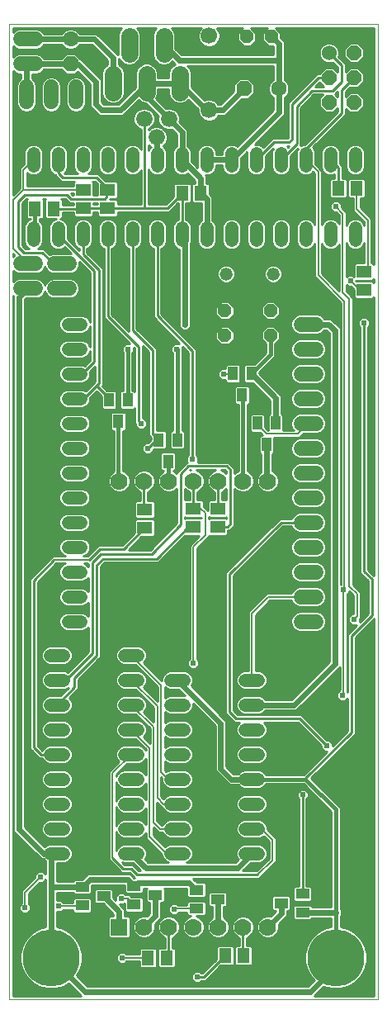
<source format=gbl>
G75*
G70*
%OFA0B0*%
%FSLAX24Y24*%
%IPPOS*%
%LPD*%
%AMOC8*
5,1,8,0,0,1.08239X$1,22.5*
%
%ADD10C,0.0000*%
%ADD11C,0.0669*%
%ADD12C,0.0705*%
%ADD13OC8,0.0520*%
%ADD14OC8,0.0630*%
%ADD15C,0.0630*%
%ADD16R,0.0700X0.0700*%
%ADD17C,0.0700*%
%ADD18C,0.0660*%
%ADD19C,0.0520*%
%ADD20C,0.0520*%
%ADD21R,0.0512X0.0591*%
%ADD22R,0.0394X0.0551*%
%ADD23R,0.0551X0.0394*%
%ADD24C,0.0600*%
%ADD25OC8,0.0600*%
%ADD26C,0.0600*%
%ADD27R,0.0591X0.0512*%
%ADD28C,0.2300*%
%ADD29C,0.0240*%
%ADD30C,0.0160*%
%ADD31C,0.0240*%
%ADD32C,0.0100*%
%ADD33C,0.0079*%
D10*
X003621Y000711D02*
X003621Y040081D01*
X018503Y040081D01*
X018503Y000711D01*
X003621Y000711D01*
D11*
X011688Y036617D03*
X011688Y039617D03*
D12*
X010519Y038048D02*
X010519Y037343D01*
X009869Y038893D02*
X009869Y039598D01*
X009169Y038048D02*
X009169Y037343D01*
X008469Y038893D02*
X008469Y039598D01*
X007819Y038048D02*
X007819Y037343D01*
D13*
X012330Y028518D03*
X012330Y027518D03*
X014173Y027518D03*
X014173Y028518D03*
X014228Y039577D03*
X013228Y039577D03*
D14*
X013106Y037483D03*
X006102Y038479D03*
D15*
X006102Y039479D03*
X014506Y037483D03*
D16*
X008062Y003640D03*
D17*
X009062Y003640D03*
X010062Y003640D03*
X011062Y003640D03*
X012062Y003640D03*
X013062Y003640D03*
X014062Y003640D03*
X014062Y021640D03*
X013062Y021640D03*
X012062Y021640D03*
X011062Y021640D03*
X010062Y021640D03*
X009062Y021640D03*
X008062Y021640D03*
D18*
X009566Y035512D03*
X010066Y036262D03*
X009066Y036262D03*
D19*
X008602Y034873D02*
X008602Y034353D01*
X009602Y034353D02*
X009602Y034873D01*
X010602Y034873D02*
X010602Y034353D01*
X011602Y034353D02*
X011602Y034873D01*
X012602Y034873D02*
X012602Y034353D01*
X013602Y034353D02*
X013602Y034873D01*
X014602Y034873D02*
X014602Y034353D01*
X015602Y034353D02*
X015602Y034873D01*
X016602Y034873D02*
X016602Y034353D01*
X017602Y034353D02*
X017602Y034873D01*
X017602Y031873D02*
X017602Y031353D01*
X016602Y031353D02*
X016602Y031873D01*
X015602Y031873D02*
X015602Y031353D01*
X014602Y031353D02*
X014602Y031873D01*
X013602Y031873D02*
X013602Y031353D01*
X012602Y031353D02*
X012602Y031873D01*
X011602Y031873D02*
X011602Y031353D01*
X010602Y031353D02*
X010602Y031873D01*
X009602Y031873D02*
X009602Y031353D01*
X008602Y031353D02*
X008602Y031873D01*
X007602Y031873D02*
X007602Y031353D01*
X006602Y031353D02*
X006602Y031873D01*
X005602Y031873D02*
X005602Y031353D01*
X004602Y031353D02*
X004602Y031873D01*
X004602Y034353D02*
X004602Y034873D01*
X005602Y034873D02*
X005602Y034353D01*
X006602Y034353D02*
X006602Y034873D01*
X007602Y034873D02*
X007602Y034353D01*
X006519Y027971D02*
X005999Y027971D01*
X005999Y026971D02*
X006519Y026971D01*
X006519Y025971D02*
X005999Y025971D01*
X005999Y024971D02*
X006519Y024971D01*
X006519Y023971D02*
X005999Y023971D01*
X005999Y022971D02*
X006519Y022971D01*
X006519Y021971D02*
X005999Y021971D01*
X005999Y020971D02*
X006519Y020971D01*
X006519Y019971D02*
X005999Y019971D01*
X005999Y018971D02*
X006519Y018971D01*
X006519Y017971D02*
X005999Y017971D01*
X005999Y016971D02*
X006519Y016971D01*
X006519Y015971D02*
X005999Y015971D01*
X005814Y014609D02*
X005294Y014609D01*
X005294Y013609D02*
X005814Y013609D01*
X005814Y012609D02*
X005294Y012609D01*
X005294Y011609D02*
X005814Y011609D01*
X005814Y010609D02*
X005294Y010609D01*
X005294Y009609D02*
X005814Y009609D01*
X005814Y008609D02*
X005294Y008609D01*
X005294Y007609D02*
X005814Y007609D01*
X005814Y006609D02*
X005294Y006609D01*
X008294Y006609D02*
X008814Y006609D01*
X008814Y007609D02*
X008294Y007609D01*
X008294Y008609D02*
X008814Y008609D01*
X008814Y009609D02*
X008294Y009609D01*
X008294Y010609D02*
X008814Y010609D01*
X008814Y011609D02*
X008294Y011609D01*
X008294Y012609D02*
X008814Y012609D01*
X008814Y013609D02*
X008294Y013609D01*
X008294Y014609D02*
X008814Y014609D01*
X010161Y013609D02*
X010681Y013609D01*
X010681Y012609D02*
X010161Y012609D01*
X010161Y011609D02*
X010681Y011609D01*
X010681Y010609D02*
X010161Y010609D01*
X010161Y009609D02*
X010681Y009609D01*
X010681Y008609D02*
X010161Y008609D01*
X010161Y007609D02*
X010681Y007609D01*
X010681Y006609D02*
X010161Y006609D01*
X013161Y006609D02*
X013681Y006609D01*
X013681Y007609D02*
X013161Y007609D01*
X013161Y008609D02*
X013681Y008609D01*
X013681Y009609D02*
X013161Y009609D01*
X013161Y010609D02*
X013681Y010609D01*
X013681Y011609D02*
X013161Y011609D01*
X013161Y012609D02*
X013681Y012609D01*
X013681Y013609D02*
X013161Y013609D01*
D20*
X012380Y030006D03*
X014280Y030006D03*
D21*
X016909Y033467D03*
X017657Y033467D03*
X011358Y033270D03*
X010610Y033270D03*
X005413Y032640D03*
X004665Y032640D03*
X012342Y002483D03*
X013090Y002483D03*
X009980Y002404D03*
X009232Y002404D03*
D22*
X010039Y022443D03*
X010413Y023309D03*
X009665Y023309D03*
X008405Y024924D03*
X008031Y024057D03*
X007657Y024924D03*
X012657Y025987D03*
X013031Y025120D03*
X013405Y025987D03*
X013641Y023979D03*
X014015Y023113D03*
X014389Y023979D03*
D23*
X015472Y004983D03*
X015472Y004235D03*
X014606Y004609D03*
X012047Y004766D03*
X011180Y004392D03*
X011180Y005140D03*
X009527Y004924D03*
X008661Y005298D03*
X008661Y004550D03*
X007440Y004884D03*
X006574Y004510D03*
X006574Y005258D03*
D24*
X016543Y038920D03*
D25*
X016543Y037920D03*
X016543Y036920D03*
X017543Y036920D03*
X017543Y037920D03*
X017543Y038920D03*
D26*
X016008Y027971D02*
X015408Y027971D01*
X015408Y026971D02*
X016008Y026971D01*
X016008Y025971D02*
X015408Y025971D01*
X015408Y024971D02*
X016008Y024971D01*
X016008Y023971D02*
X015408Y023971D01*
X015408Y022971D02*
X016008Y022971D01*
X016008Y021971D02*
X015408Y021971D01*
X015408Y020971D02*
X016008Y020971D01*
X016008Y019971D02*
X015408Y019971D01*
X015408Y018971D02*
X016008Y018971D01*
X016008Y017971D02*
X015408Y017971D01*
X015408Y016971D02*
X016008Y016971D01*
X016008Y015971D02*
X015408Y015971D01*
X006047Y029424D02*
X005447Y029424D01*
X005447Y030424D02*
X006047Y030424D01*
X004669Y030424D02*
X004069Y030424D01*
X004069Y029424D02*
X004669Y029424D01*
X004314Y036946D02*
X004314Y037546D01*
X004069Y038479D02*
X004669Y038479D01*
X004669Y039479D02*
X004069Y039479D01*
X005314Y037546D02*
X005314Y036946D01*
X006314Y036946D02*
X006314Y037546D01*
D27*
X006614Y033408D03*
X006614Y032660D03*
X007598Y032660D03*
X007598Y033408D03*
X009094Y020494D03*
X009094Y019746D03*
X011062Y019786D03*
X011062Y020534D03*
X012047Y020534D03*
X012047Y019786D03*
X017952Y029353D03*
X017952Y030101D03*
D28*
X016810Y002404D03*
X005314Y002404D03*
D29*
X006692Y001026D01*
X015787Y001026D01*
X016810Y002050D01*
X016810Y002404D01*
X016810Y004215D02*
X016791Y004235D01*
X015472Y004235D01*
X014606Y004183D02*
X014606Y004609D01*
X014606Y004183D02*
X014062Y003640D01*
X012838Y006026D02*
X013421Y006609D01*
X012838Y006026D02*
X009137Y006026D01*
X008554Y006609D01*
X008405Y005554D02*
X008661Y005298D01*
X008799Y005435D01*
X010885Y005435D01*
X011180Y005140D01*
X012047Y004766D02*
X012047Y003656D01*
X012062Y003640D01*
X009527Y004105D02*
X009527Y004924D01*
X009527Y004105D02*
X009062Y003640D01*
X008621Y005258D02*
X008661Y005298D01*
X008405Y005554D02*
X006869Y005554D01*
X006574Y005258D01*
X005334Y005258D01*
X005314Y005278D01*
X005314Y002404D01*
X005314Y005278D02*
X005314Y006368D01*
X005554Y006609D01*
X005007Y006609D01*
X004015Y007601D01*
X004015Y029069D01*
X004369Y029424D01*
X007362Y036617D02*
X007125Y036853D01*
X007125Y037758D01*
X006417Y038467D01*
X006114Y038467D01*
X006102Y038479D01*
X004369Y038479D01*
X004314Y038424D01*
X004314Y037246D01*
X004369Y039479D02*
X006102Y039479D01*
X007058Y039479D01*
X007819Y038718D01*
X007819Y037696D01*
X008110Y036617D02*
X007362Y036617D01*
X008110Y036617D02*
X009169Y037676D01*
X009169Y037696D01*
X010519Y037696D01*
X011598Y036617D01*
X011688Y036617D01*
X012240Y036617D01*
X013106Y037483D01*
X014506Y039298D02*
X014228Y039577D01*
X014506Y039298D02*
X014506Y038624D01*
X010490Y038624D01*
X009869Y039246D01*
X009169Y037696D02*
X009169Y037160D01*
X010066Y036262D01*
X010602Y035727D01*
X010602Y034613D01*
X011358Y033857D01*
X011358Y033270D01*
X011602Y033026D01*
X011602Y031613D01*
X010708Y031506D02*
X010708Y027971D01*
X010708Y031506D02*
X010602Y031613D01*
X011602Y034613D02*
X012602Y034613D01*
X014506Y036517D01*
X014506Y037483D01*
X014506Y038624D01*
X009566Y035512D02*
X009566Y034648D01*
X009602Y034613D01*
X013405Y025987D02*
X014389Y025002D01*
X014389Y023979D01*
X014015Y023113D02*
X014015Y021687D01*
X014062Y021640D01*
X015708Y027971D02*
X016519Y027971D01*
X016771Y027719D01*
X016771Y014254D01*
X015125Y012609D01*
X013421Y012609D01*
X012165Y011865D02*
X012165Y010042D01*
X012598Y009609D01*
X013421Y009609D01*
X012165Y011865D02*
X010421Y013609D01*
X007440Y004884D02*
X008062Y004262D01*
X008062Y003640D01*
D30*
X013421Y009609D02*
X015590Y009609D01*
X016810Y008388D01*
X016810Y004215D01*
X016810Y002404D01*
X013062Y021640D02*
X013062Y025089D01*
X013031Y025120D01*
X013405Y025987D02*
X014173Y026754D01*
X014173Y027518D01*
X010413Y026951D02*
X010413Y023309D01*
X010039Y022443D02*
X010039Y021664D01*
X010062Y021640D01*
X008405Y024924D02*
X008405Y026951D01*
X008425Y026971D01*
X008031Y024057D02*
X008031Y021672D01*
X008062Y021640D01*
X010413Y026951D02*
X010393Y026971D01*
X004665Y031676D02*
X004665Y032640D01*
X004665Y031676D02*
X004602Y031613D01*
D31*
X008425Y026971D03*
X008936Y023971D03*
X009212Y022971D03*
X011023Y022522D03*
X012283Y025971D03*
X010708Y027971D03*
X010393Y026971D03*
X011062Y014294D03*
X015472Y008979D03*
X016456Y010947D03*
X017086Y012994D03*
X017558Y016065D03*
X017125Y017246D03*
X017952Y028034D03*
X017401Y029727D03*
X016810Y032719D03*
X004881Y005672D03*
X004251Y004412D03*
X005629Y004491D03*
X008149Y004805D03*
X008188Y002404D03*
X010275Y004372D03*
X011220Y001617D03*
D32*
X011476Y001617D01*
X012342Y002483D01*
X012163Y002077D02*
X012643Y002077D01*
X012708Y002142D01*
X012708Y002823D01*
X012643Y002888D01*
X012040Y002888D01*
X011976Y002823D01*
X011976Y002343D01*
X011409Y001777D01*
X011385Y001777D01*
X011315Y001847D01*
X011125Y001847D01*
X010990Y001712D01*
X010990Y001521D01*
X011125Y001387D01*
X011315Y001387D01*
X011385Y001457D01*
X011409Y001457D01*
X011542Y001457D01*
X012163Y002077D01*
X012077Y001991D02*
X015616Y001991D01*
X015636Y001918D02*
X015550Y002238D01*
X015550Y002570D01*
X015636Y002890D01*
X015802Y003178D01*
X016037Y003412D01*
X016324Y003578D01*
X016620Y003657D01*
X016620Y004005D01*
X015857Y004005D01*
X015857Y003992D01*
X015793Y003928D01*
X015151Y003928D01*
X015086Y003992D01*
X015086Y004477D01*
X015151Y004541D01*
X015793Y004541D01*
X015857Y004477D01*
X015857Y004465D01*
X016620Y004465D01*
X016620Y008309D01*
X015511Y009419D01*
X014002Y009419D01*
X013994Y009399D01*
X013890Y009295D01*
X013754Y009239D01*
X013087Y009239D01*
X012951Y009295D01*
X012867Y009379D01*
X012502Y009379D01*
X010974Y009379D01*
X010994Y009399D02*
X011051Y009535D01*
X011051Y009682D01*
X010994Y009818D01*
X010890Y009922D01*
X010754Y009979D01*
X010087Y009979D01*
X009951Y009922D01*
X009944Y009915D01*
X009912Y009946D01*
X009912Y010333D01*
X009951Y010295D01*
X010087Y010239D01*
X010754Y010239D01*
X010890Y010295D01*
X010994Y010399D01*
X011051Y010535D01*
X011051Y010682D01*
X010994Y010818D01*
X010890Y010922D01*
X010754Y010979D01*
X010087Y010979D01*
X009951Y010922D01*
X009912Y010884D01*
X009912Y011333D01*
X009951Y011295D01*
X010087Y011239D01*
X010754Y011239D01*
X010890Y011295D01*
X010994Y011399D01*
X011051Y011535D01*
X011051Y011682D01*
X010994Y011818D01*
X010890Y011922D01*
X010754Y011979D01*
X010087Y011979D01*
X009951Y011922D01*
X009912Y011884D01*
X009912Y012333D01*
X009951Y012295D01*
X010087Y012239D01*
X010754Y012239D01*
X010890Y012295D01*
X010994Y012399D01*
X011051Y012535D01*
X011051Y012653D01*
X011935Y011769D01*
X011935Y009946D01*
X012069Y009812D01*
X012069Y009812D01*
X012368Y009513D01*
X012502Y009379D01*
X012404Y009478D02*
X011027Y009478D01*
X010994Y009399D02*
X010890Y009295D01*
X010754Y009239D01*
X010087Y009239D01*
X009951Y009295D01*
X009847Y009399D01*
X009791Y009535D01*
X009791Y009645D01*
X009755Y009681D01*
X009755Y008922D01*
X009853Y008824D01*
X009951Y008922D01*
X010087Y008979D01*
X010754Y008979D01*
X010890Y008922D01*
X010994Y008818D01*
X011051Y008682D01*
X011051Y008535D01*
X010994Y008399D01*
X010890Y008295D01*
X010754Y008239D01*
X010087Y008239D01*
X009951Y008295D01*
X009847Y008399D01*
X009822Y008459D01*
X009796Y008459D01*
X009598Y008657D01*
X009598Y007938D01*
X009778Y007758D01*
X009822Y007758D01*
X009847Y007818D01*
X009951Y007922D01*
X010087Y007979D01*
X010754Y007979D01*
X010890Y007922D01*
X010994Y007818D01*
X011051Y007682D01*
X011051Y007535D01*
X010994Y007399D01*
X010890Y007295D01*
X010754Y007239D01*
X010087Y007239D01*
X009951Y007295D01*
X009847Y007399D01*
X009822Y007459D01*
X009654Y007459D01*
X009440Y007673D01*
X009440Y007348D01*
X009908Y006880D01*
X009951Y006922D01*
X010087Y006979D01*
X010754Y006979D01*
X010890Y006922D01*
X010994Y006818D01*
X011051Y006682D01*
X011051Y006535D01*
X010994Y006399D01*
X010890Y006295D01*
X010796Y006256D01*
X012743Y006256D01*
X012866Y006380D01*
X012847Y006399D01*
X012791Y006535D01*
X012791Y006682D01*
X012847Y006818D01*
X010994Y006818D01*
X011035Y006720D02*
X012806Y006720D01*
X012791Y006621D02*
X011051Y006621D01*
X011045Y006523D02*
X012796Y006523D01*
X012837Y006424D02*
X011005Y006424D01*
X010921Y006326D02*
X012812Y006326D01*
X013048Y005910D02*
X013376Y006239D01*
X013754Y006239D01*
X013890Y006295D01*
X013994Y006399D01*
X014051Y006535D01*
X014051Y006682D01*
X013994Y006818D01*
X013890Y006922D01*
X013754Y006979D01*
X013087Y006979D01*
X012951Y006922D01*
X012847Y006818D01*
X012945Y006917D02*
X010896Y006917D01*
X010906Y007311D02*
X012935Y007311D01*
X012951Y007295D02*
X013087Y007239D01*
X013754Y007239D01*
X013890Y007295D01*
X013901Y007306D01*
X014102Y007106D01*
X014102Y006403D01*
X013610Y005910D01*
X013048Y005910D01*
X013069Y005932D02*
X013631Y005932D01*
X013729Y006030D02*
X013167Y006030D01*
X013266Y006129D02*
X013828Y006129D01*
X013926Y006227D02*
X013364Y006227D01*
X013661Y005750D02*
X008779Y005750D01*
X008543Y005987D01*
X008228Y005987D01*
X007795Y006420D01*
X007635Y006424D02*
X006138Y006424D01*
X006128Y006399D02*
X006184Y006535D01*
X006184Y006682D01*
X006128Y006818D01*
X007645Y006818D01*
X007645Y006720D02*
X006169Y006720D01*
X006184Y006621D02*
X007645Y006621D01*
X007645Y006523D02*
X006179Y006523D01*
X006128Y006399D02*
X006024Y006295D01*
X005888Y006239D01*
X005544Y006239D01*
X005544Y005488D01*
X006189Y005488D01*
X006189Y005501D01*
X006253Y005565D01*
X006556Y005565D01*
X006639Y005649D01*
X006774Y005784D01*
X008500Y005784D01*
X008661Y005623D01*
X008670Y005633D01*
X008619Y005684D01*
X008476Y005827D01*
X008161Y005827D01*
X008068Y005920D01*
X007635Y006353D01*
X007635Y006486D01*
X007645Y006497D01*
X007645Y009911D01*
X008057Y010323D01*
X007981Y010399D01*
X007924Y010535D01*
X007924Y010682D01*
X007981Y010818D01*
X008085Y010922D01*
X008221Y010979D01*
X008888Y010979D01*
X009024Y010922D01*
X009128Y010818D01*
X009141Y010786D01*
X009141Y010811D01*
X008713Y011239D01*
X008221Y011239D01*
X008085Y011295D01*
X007981Y011399D01*
X007924Y011535D01*
X007924Y011682D01*
X007981Y011818D01*
X008085Y011922D01*
X008221Y011979D01*
X008888Y011979D01*
X009024Y011922D01*
X009128Y011818D01*
X009184Y011682D01*
X009184Y011535D01*
X009128Y011399D01*
X009052Y011323D01*
X009299Y011076D01*
X009299Y011653D01*
X008713Y012239D01*
X008221Y012239D01*
X008085Y012295D01*
X007981Y012399D01*
X007924Y012535D01*
X007924Y012682D01*
X007981Y012818D01*
X008085Y012922D01*
X008221Y012979D01*
X008888Y012979D01*
X009024Y012922D01*
X009128Y012818D01*
X009184Y012682D01*
X009184Y012535D01*
X009128Y012399D01*
X009052Y012323D01*
X009456Y011918D01*
X009456Y012496D01*
X008713Y013239D01*
X008221Y013239D01*
X008085Y013295D01*
X007981Y013399D01*
X007924Y013535D01*
X007924Y013682D01*
X007981Y013818D01*
X008085Y013922D01*
X008221Y013979D01*
X008888Y013979D01*
X009024Y013922D01*
X009128Y013818D01*
X009184Y013682D01*
X009184Y013535D01*
X009128Y013399D01*
X009052Y013323D01*
X009614Y012761D01*
X009614Y013338D01*
X008713Y014239D01*
X008221Y014239D01*
X008085Y014295D01*
X007981Y014399D01*
X007924Y014535D01*
X007924Y014682D01*
X007981Y014818D01*
X008085Y014922D01*
X008221Y014979D01*
X008888Y014979D01*
X009024Y014922D01*
X009128Y014818D01*
X009184Y014682D01*
X009184Y014535D01*
X009128Y014399D01*
X009052Y014323D01*
X009791Y013584D01*
X009791Y013682D01*
X009847Y013818D01*
X009951Y013922D01*
X010087Y013979D01*
X010754Y013979D01*
X010890Y013922D01*
X010994Y013818D01*
X011051Y013682D01*
X011051Y013535D01*
X010994Y013399D01*
X010975Y013380D01*
X012260Y012095D01*
X012395Y011960D01*
X012395Y010137D01*
X012693Y009839D01*
X012867Y009839D01*
X012951Y009922D01*
X013087Y009979D01*
X013754Y009979D01*
X013890Y009922D01*
X013994Y009818D01*
X014002Y009799D01*
X015514Y009799D01*
X016433Y010717D01*
X016361Y010717D01*
X016226Y010852D01*
X016226Y010951D01*
X015287Y011890D01*
X013923Y011890D01*
X013994Y011818D01*
X014051Y011682D01*
X014051Y011535D01*
X013994Y011399D01*
X013890Y011295D01*
X013754Y011239D01*
X013087Y011239D01*
X012951Y011295D01*
X012847Y011399D01*
X012791Y011535D01*
X012791Y011682D01*
X012847Y011818D01*
X012918Y011890D01*
X012728Y011890D01*
X012453Y012165D01*
X012359Y012259D01*
X012359Y017950D01*
X014446Y020037D01*
X014539Y020131D01*
X015030Y020131D01*
X015060Y020203D01*
X015176Y020318D01*
X015326Y020381D01*
X016090Y020381D01*
X016240Y020318D01*
X016356Y020203D01*
X016418Y020052D01*
X016418Y019889D01*
X016356Y019739D01*
X016240Y019623D01*
X016541Y019623D01*
X016541Y019525D02*
X014386Y019525D01*
X014484Y019623D02*
X015176Y019623D01*
X015326Y019561D01*
X016090Y019561D01*
X016240Y019623D01*
X016339Y019722D02*
X016541Y019722D01*
X016541Y019820D02*
X016389Y019820D01*
X016418Y019919D02*
X016541Y019919D01*
X016541Y020017D02*
X016418Y020017D01*
X016392Y020116D02*
X016541Y020116D01*
X016541Y020214D02*
X016345Y020214D01*
X016246Y020313D02*
X016541Y020313D01*
X016541Y020411D02*
X012718Y020411D01*
X012718Y020313D02*
X015170Y020313D01*
X015071Y020214D02*
X012718Y020214D01*
X012718Y020116D02*
X014524Y020116D01*
X014426Y020017D02*
X012718Y020017D01*
X012718Y019919D02*
X014327Y019919D01*
X014229Y019820D02*
X012681Y019820D01*
X012718Y019857D02*
X012718Y021334D01*
X012802Y021250D01*
X012971Y021180D01*
X013154Y021180D01*
X013323Y021250D01*
X013452Y021380D01*
X013522Y021549D01*
X013522Y021732D01*
X013452Y021901D01*
X013323Y022030D01*
X013252Y022059D01*
X013252Y024735D01*
X013273Y024735D01*
X013338Y024799D01*
X013338Y025442D01*
X013273Y025506D01*
X012788Y025506D01*
X012724Y025442D01*
X012724Y024799D01*
X012788Y024735D01*
X012872Y024735D01*
X012872Y022059D01*
X012802Y022030D01*
X012718Y021947D01*
X012718Y022155D01*
X012625Y022249D01*
X012561Y022313D01*
X012467Y022406D01*
X011233Y022406D01*
X011253Y022427D01*
X011253Y022617D01*
X011183Y022687D01*
X011183Y026958D01*
X011089Y027052D01*
X009762Y028380D01*
X009762Y031018D01*
X009811Y031039D01*
X009915Y031143D01*
X009972Y031279D01*
X009972Y031946D01*
X009915Y032082D01*
X009811Y032186D01*
X009675Y032243D01*
X009528Y032243D01*
X009392Y032186D01*
X009288Y032082D01*
X009232Y031946D01*
X009232Y031279D01*
X009288Y031143D01*
X009392Y031039D01*
X009442Y031018D01*
X009442Y028247D01*
X010488Y027201D01*
X010298Y027201D01*
X010163Y027066D01*
X010163Y026876D01*
X010223Y026816D01*
X010223Y023695D01*
X010170Y023695D01*
X010106Y023631D01*
X010106Y022988D01*
X010170Y022924D01*
X010655Y022924D01*
X010720Y022988D01*
X010720Y023631D01*
X010655Y023695D01*
X010603Y023695D01*
X010603Y026855D01*
X010623Y026876D01*
X010623Y027066D01*
X010863Y026826D01*
X010863Y022687D01*
X010793Y022617D01*
X010793Y022427D01*
X010813Y022406D01*
X010799Y022406D01*
X010705Y022313D01*
X010391Y021998D01*
X010391Y021962D01*
X010323Y022030D01*
X010256Y022058D01*
X010281Y022058D01*
X010346Y022122D01*
X010346Y022764D01*
X010281Y022829D01*
X009796Y022829D01*
X009732Y022764D01*
X009732Y022122D01*
X009796Y022058D01*
X009849Y022058D01*
X009849Y022050D01*
X009802Y022030D01*
X009672Y021901D01*
X009602Y021732D01*
X009602Y021549D01*
X009672Y021380D01*
X009802Y021250D01*
X009971Y021180D01*
X010154Y021180D01*
X010323Y021250D01*
X010391Y021318D01*
X010391Y019950D01*
X009303Y018863D01*
X008437Y018863D01*
X008954Y019381D01*
X009435Y019381D01*
X009499Y019445D01*
X009499Y020048D01*
X009435Y020112D01*
X008753Y020112D01*
X008689Y020048D01*
X008689Y019567D01*
X008181Y019060D01*
X007217Y019060D01*
X006773Y018616D01*
X006630Y018616D01*
X006729Y018657D01*
X006833Y018761D01*
X006889Y018897D01*
X006889Y019044D01*
X006833Y019180D01*
X006729Y019285D01*
X006593Y019341D01*
X005926Y019341D01*
X005790Y019285D01*
X005686Y019180D01*
X005629Y019044D01*
X005629Y018897D01*
X005686Y018761D01*
X005790Y018657D01*
X005888Y018616D01*
X005509Y018616D01*
X005499Y018627D01*
X005366Y018627D01*
X004446Y017706D01*
X004446Y010842D01*
X004539Y010748D01*
X004745Y010542D01*
X004839Y010449D01*
X004960Y010449D01*
X004981Y010399D01*
X005085Y010295D01*
X005221Y010239D01*
X005888Y010239D01*
X006024Y010295D01*
X006128Y010399D01*
X006184Y010535D01*
X006184Y010682D01*
X006128Y010818D01*
X006024Y010922D01*
X005888Y010979D01*
X005221Y010979D01*
X005085Y010922D01*
X004981Y010818D01*
X004963Y010776D01*
X004766Y010974D01*
X004766Y017574D01*
X005509Y018318D01*
X005869Y018318D01*
X005790Y018285D01*
X005686Y018180D01*
X005629Y018044D01*
X005629Y017897D01*
X005686Y017761D01*
X005790Y017657D01*
X005926Y017601D01*
X006593Y017601D01*
X006729Y017657D01*
X006808Y017736D01*
X006808Y017205D01*
X006729Y017285D01*
X006593Y017341D01*
X005926Y017341D01*
X005790Y017285D01*
X005686Y017180D01*
X005629Y017044D01*
X005629Y016897D01*
X005686Y016761D01*
X005790Y016657D01*
X005926Y016601D01*
X006593Y016601D01*
X006729Y016657D01*
X006808Y016736D01*
X006808Y016205D01*
X006729Y016285D01*
X006593Y016341D01*
X005926Y016341D01*
X005790Y016285D01*
X005686Y016180D01*
X005629Y016044D01*
X005629Y015897D01*
X005686Y015761D01*
X005790Y015657D01*
X005926Y015601D01*
X006593Y015601D01*
X006729Y015657D01*
X006808Y015736D01*
X006808Y014754D01*
X005990Y013936D01*
X005888Y013979D01*
X005221Y013979D01*
X005085Y013922D01*
X004981Y013818D01*
X004924Y013682D01*
X004924Y013535D01*
X004981Y013399D01*
X005085Y013295D01*
X005221Y013239D01*
X005888Y013239D01*
X006008Y013288D01*
X005698Y012979D01*
X005221Y012979D01*
X005085Y012922D01*
X004981Y012818D01*
X004924Y012682D01*
X004924Y012535D01*
X004981Y012399D01*
X005085Y012295D01*
X005221Y012239D01*
X005888Y012239D01*
X006024Y012295D01*
X006128Y012399D01*
X006184Y012535D01*
X006184Y012682D01*
X006128Y012818D01*
X006059Y012887D01*
X006325Y013153D01*
X006419Y013247D01*
X006419Y013637D01*
X007231Y014449D01*
X007325Y014542D01*
X007325Y018204D01*
X007467Y018346D01*
X009633Y018346D01*
X009726Y018440D01*
X010714Y019428D01*
X010721Y019420D01*
X011292Y019420D01*
X010913Y019041D01*
X010913Y014470D01*
X010832Y014389D01*
X010832Y014198D01*
X010967Y014064D01*
X011158Y014064D01*
X011292Y014198D01*
X011292Y014389D01*
X011212Y014470D01*
X011212Y018917D01*
X011597Y019302D01*
X011684Y019389D01*
X011684Y019441D01*
X011706Y019420D01*
X012387Y019420D01*
X012452Y019484D01*
X012452Y019645D01*
X012507Y019645D01*
X012600Y019739D01*
X012718Y019857D01*
X012558Y019924D02*
X012440Y019805D01*
X012066Y019805D01*
X012047Y019786D01*
X012387Y020152D02*
X011706Y020152D01*
X011684Y020130D01*
X011684Y020190D01*
X011706Y020168D01*
X012387Y020168D01*
X012398Y020179D01*
X012398Y020141D01*
X012387Y020152D01*
X012558Y019924D02*
X012558Y022089D01*
X012401Y022246D01*
X010865Y022246D01*
X010551Y021931D01*
X010551Y019884D01*
X009369Y018703D01*
X007322Y018703D01*
X006968Y018349D01*
X006968Y014687D01*
X005889Y013609D01*
X005554Y013609D01*
X005221Y014239D02*
X005888Y014239D01*
X006024Y014295D01*
X006128Y014399D01*
X006184Y014535D01*
X006184Y014682D01*
X006128Y014818D01*
X006024Y014922D01*
X005888Y014979D01*
X005221Y014979D01*
X005085Y014922D01*
X004981Y014818D01*
X004924Y014682D01*
X004924Y014535D01*
X004981Y014399D01*
X005085Y014295D01*
X005221Y014239D01*
X005076Y014304D02*
X004766Y014304D01*
X004766Y014206D02*
X006260Y014206D01*
X006358Y014304D02*
X006033Y014304D01*
X006130Y014403D02*
X006457Y014403D01*
X006555Y014501D02*
X006170Y014501D01*
X006184Y014600D02*
X006654Y014600D01*
X006752Y014698D02*
X006178Y014698D01*
X006137Y014797D02*
X006808Y014797D01*
X006808Y014895D02*
X006051Y014895D01*
X006161Y014107D02*
X004766Y014107D01*
X004766Y014009D02*
X006063Y014009D01*
X006259Y013703D02*
X007165Y014609D01*
X007165Y018270D01*
X007401Y018506D01*
X009566Y018506D01*
X010846Y019786D01*
X011062Y019786D01*
X011385Y020152D02*
X010721Y020152D01*
X010711Y020141D01*
X010711Y020179D01*
X010721Y020168D01*
X011385Y020168D01*
X011385Y020152D01*
X011641Y020461D02*
X011468Y020635D01*
X011468Y020835D01*
X011403Y020900D01*
X011222Y020900D01*
X011222Y021209D01*
X011323Y021250D01*
X011452Y021380D01*
X011522Y021549D01*
X011522Y021732D01*
X011452Y021901D01*
X011323Y022030D01*
X011187Y022086D01*
X011938Y022086D01*
X011802Y022030D01*
X011672Y021901D01*
X011602Y021732D01*
X011602Y021549D01*
X011672Y021380D01*
X011802Y021250D01*
X011902Y021209D01*
X011902Y020900D01*
X011706Y020900D01*
X011641Y020835D01*
X011641Y020461D01*
X011641Y020510D02*
X011593Y020510D01*
X011641Y020608D02*
X011495Y020608D01*
X011468Y020707D02*
X011641Y020707D01*
X011641Y020805D02*
X011468Y020805D01*
X011222Y020904D02*
X011902Y020904D01*
X011902Y021002D02*
X011222Y021002D01*
X011222Y021101D02*
X011902Y021101D01*
X011902Y021199D02*
X011222Y021199D01*
X011370Y021298D02*
X011754Y021298D01*
X011666Y021396D02*
X011459Y021396D01*
X011500Y021495D02*
X011625Y021495D01*
X011602Y021593D02*
X011522Y021593D01*
X011522Y021692D02*
X011602Y021692D01*
X011627Y021790D02*
X011498Y021790D01*
X011457Y021889D02*
X011667Y021889D01*
X011759Y021987D02*
X011366Y021987D01*
X011189Y022086D02*
X011936Y022086D01*
X012187Y022086D02*
X012335Y022086D01*
X012398Y022023D01*
X012398Y021955D01*
X012323Y022030D01*
X012187Y022086D01*
X012189Y022086D02*
X012336Y022086D01*
X012366Y021987D02*
X012398Y021987D01*
X012591Y022283D02*
X012872Y022283D01*
X012872Y022381D02*
X012493Y022381D01*
X012561Y022313D02*
X012561Y022313D01*
X012690Y022184D02*
X012872Y022184D01*
X012872Y022086D02*
X012718Y022086D01*
X012718Y021987D02*
X012759Y021987D01*
X012872Y022480D02*
X011253Y022480D01*
X011253Y022578D02*
X012872Y022578D01*
X012872Y022677D02*
X011194Y022677D01*
X011183Y022775D02*
X012872Y022775D01*
X012872Y022874D02*
X011183Y022874D01*
X011183Y022972D02*
X012872Y022972D01*
X012872Y023071D02*
X011183Y023071D01*
X011183Y023169D02*
X012872Y023169D01*
X012872Y023268D02*
X011183Y023268D01*
X011183Y023366D02*
X012872Y023366D01*
X012872Y023465D02*
X011183Y023465D01*
X011183Y023563D02*
X012872Y023563D01*
X012872Y023662D02*
X011183Y023662D01*
X011183Y023760D02*
X012872Y023760D01*
X012872Y023859D02*
X011183Y023859D01*
X011183Y023957D02*
X012872Y023957D01*
X012872Y024056D02*
X011183Y024056D01*
X011183Y024154D02*
X012872Y024154D01*
X012872Y024253D02*
X011183Y024253D01*
X011183Y024351D02*
X012872Y024351D01*
X012872Y024450D02*
X011183Y024450D01*
X011183Y024548D02*
X012872Y024548D01*
X012872Y024647D02*
X011183Y024647D01*
X011183Y024745D02*
X012778Y024745D01*
X012724Y024844D02*
X011183Y024844D01*
X011183Y024942D02*
X012724Y024942D01*
X012724Y025041D02*
X011183Y025041D01*
X011183Y025139D02*
X012724Y025139D01*
X012724Y025238D02*
X011183Y025238D01*
X011183Y025336D02*
X012724Y025336D01*
X012724Y025435D02*
X011183Y025435D01*
X011183Y025533D02*
X013533Y025533D01*
X013465Y025601D02*
X014159Y024907D01*
X014159Y024364D01*
X014147Y024364D01*
X014082Y024300D01*
X014082Y023695D01*
X014077Y023695D01*
X013948Y023824D01*
X013948Y024300D01*
X013883Y024364D01*
X013399Y024364D01*
X013334Y024300D01*
X013334Y023658D01*
X013399Y023593D01*
X013756Y023593D01*
X013851Y023498D01*
X013773Y023498D01*
X013708Y023434D01*
X013708Y022791D01*
X013773Y022727D01*
X013785Y022727D01*
X013785Y022013D01*
X013672Y021901D01*
X013602Y021732D01*
X013602Y021549D01*
X013672Y021380D01*
X013802Y021250D01*
X013971Y021180D01*
X014154Y021180D01*
X014323Y021250D01*
X014452Y021380D01*
X014522Y021549D01*
X014522Y021732D01*
X014452Y021901D01*
X014323Y022030D01*
X014245Y022062D01*
X014245Y022727D01*
X014258Y022727D01*
X014322Y022791D01*
X014322Y023396D01*
X015345Y023396D01*
X015509Y023561D01*
X016090Y023561D01*
X016240Y023623D01*
X016356Y023739D01*
X016418Y023889D01*
X016418Y024052D01*
X016356Y024203D01*
X016240Y024318D01*
X016090Y024381D01*
X015326Y024381D01*
X015176Y024318D01*
X015060Y024203D01*
X014998Y024052D01*
X014998Y023889D01*
X015060Y023739D01*
X015104Y023695D01*
X014696Y023695D01*
X014696Y024300D01*
X014632Y024364D01*
X014619Y024364D01*
X014619Y025098D01*
X013712Y026005D01*
X013712Y026025D01*
X014251Y026564D01*
X014363Y026676D01*
X014363Y027185D01*
X014543Y027365D01*
X014543Y027671D01*
X014326Y027888D01*
X014019Y027888D01*
X013803Y027671D01*
X013803Y027365D01*
X013983Y027185D01*
X013983Y026833D01*
X013522Y026372D01*
X013162Y026372D01*
X013098Y026308D01*
X013098Y025665D01*
X013162Y025601D01*
X013465Y025601D01*
X013338Y025435D02*
X013632Y025435D01*
X013730Y025336D02*
X013338Y025336D01*
X013338Y025238D02*
X013829Y025238D01*
X013927Y025139D02*
X013338Y025139D01*
X013338Y025041D02*
X014026Y025041D01*
X014124Y024942D02*
X013338Y024942D01*
X013338Y024844D02*
X014159Y024844D01*
X014159Y024745D02*
X013283Y024745D01*
X013252Y024647D02*
X014159Y024647D01*
X014159Y024548D02*
X013252Y024548D01*
X013252Y024450D02*
X014159Y024450D01*
X014133Y024351D02*
X013897Y024351D01*
X013948Y024253D02*
X014082Y024253D01*
X014082Y024154D02*
X013948Y024154D01*
X013948Y024056D02*
X014082Y024056D01*
X014082Y023957D02*
X013948Y023957D01*
X013948Y023859D02*
X014082Y023859D01*
X014082Y023760D02*
X014012Y023760D01*
X013786Y023563D02*
X013252Y023563D01*
X013252Y023465D02*
X013739Y023465D01*
X013708Y023366D02*
X013252Y023366D01*
X013252Y023268D02*
X013708Y023268D01*
X013708Y023169D02*
X013252Y023169D01*
X013252Y023071D02*
X013708Y023071D01*
X013708Y022972D02*
X013252Y022972D01*
X013252Y022874D02*
X013708Y022874D01*
X013725Y022775D02*
X013252Y022775D01*
X013252Y022677D02*
X013785Y022677D01*
X013785Y022578D02*
X013252Y022578D01*
X013252Y022480D02*
X013785Y022480D01*
X013785Y022381D02*
X013252Y022381D01*
X013252Y022283D02*
X013785Y022283D01*
X013785Y022184D02*
X013252Y022184D01*
X013252Y022086D02*
X013785Y022086D01*
X013759Y021987D02*
X013366Y021987D01*
X013457Y021889D02*
X013667Y021889D01*
X013627Y021790D02*
X013498Y021790D01*
X013522Y021692D02*
X013602Y021692D01*
X013602Y021593D02*
X013522Y021593D01*
X013500Y021495D02*
X013625Y021495D01*
X013666Y021396D02*
X013459Y021396D01*
X013370Y021298D02*
X013754Y021298D01*
X013925Y021199D02*
X013200Y021199D01*
X012925Y021199D02*
X012718Y021199D01*
X012718Y021101D02*
X015018Y021101D01*
X014998Y021052D02*
X014998Y020889D01*
X015060Y020739D01*
X015176Y020623D01*
X015326Y020561D01*
X016090Y020561D01*
X016240Y020623D01*
X016356Y020739D01*
X016418Y020889D01*
X016418Y021052D01*
X016356Y021203D01*
X016240Y021318D01*
X016090Y021381D01*
X015326Y021381D01*
X015176Y021318D01*
X015060Y021203D01*
X014998Y021052D01*
X014998Y021002D02*
X012718Y021002D01*
X012718Y020904D02*
X014998Y020904D01*
X015033Y020805D02*
X012718Y020805D01*
X012718Y020707D02*
X015092Y020707D01*
X015212Y020608D02*
X012718Y020608D01*
X012718Y020510D02*
X016541Y020510D01*
X016541Y020608D02*
X016204Y020608D01*
X016324Y020707D02*
X016541Y020707D01*
X016541Y020805D02*
X016383Y020805D01*
X016418Y020904D02*
X016541Y020904D01*
X016541Y021002D02*
X016418Y021002D01*
X016398Y021101D02*
X016541Y021101D01*
X016541Y021199D02*
X016357Y021199D01*
X016261Y021298D02*
X016541Y021298D01*
X016541Y021396D02*
X014459Y021396D01*
X014500Y021495D02*
X016541Y021495D01*
X016541Y021593D02*
X016167Y021593D01*
X016240Y021623D02*
X016090Y021561D01*
X015326Y021561D01*
X015176Y021623D01*
X015060Y021739D01*
X014998Y021889D01*
X014998Y022052D01*
X015060Y022203D01*
X015176Y022318D01*
X015326Y022381D01*
X016090Y022381D01*
X016240Y022318D01*
X016356Y022203D01*
X016418Y022052D01*
X016418Y021889D01*
X016356Y021739D01*
X016240Y021623D01*
X016309Y021692D02*
X016541Y021692D01*
X016541Y021790D02*
X016377Y021790D01*
X016418Y021889D02*
X016541Y021889D01*
X016541Y021987D02*
X016418Y021987D01*
X016404Y022086D02*
X016541Y022086D01*
X016541Y022184D02*
X016363Y022184D01*
X016276Y022283D02*
X016541Y022283D01*
X016541Y022381D02*
X014245Y022381D01*
X014245Y022283D02*
X015140Y022283D01*
X015053Y022184D02*
X014245Y022184D01*
X014245Y022086D02*
X015012Y022086D01*
X014998Y021987D02*
X014366Y021987D01*
X014457Y021889D02*
X014998Y021889D01*
X015039Y021790D02*
X014498Y021790D01*
X014522Y021692D02*
X015107Y021692D01*
X015249Y021593D02*
X014522Y021593D01*
X014370Y021298D02*
X015155Y021298D01*
X015059Y021199D02*
X014200Y021199D01*
X014245Y022480D02*
X016541Y022480D01*
X016541Y022578D02*
X016131Y022578D01*
X016090Y022561D02*
X016240Y022623D01*
X016356Y022739D01*
X016418Y022889D01*
X016418Y023052D01*
X016356Y023203D01*
X016240Y023318D01*
X016090Y023381D01*
X015326Y023381D01*
X015176Y023318D01*
X015060Y023203D01*
X014998Y023052D01*
X014998Y022889D01*
X015060Y022739D01*
X015176Y022623D01*
X015326Y022561D01*
X016090Y022561D01*
X016294Y022677D02*
X016541Y022677D01*
X016541Y022775D02*
X016371Y022775D01*
X016411Y022874D02*
X016541Y022874D01*
X016541Y022972D02*
X016418Y022972D01*
X016410Y023071D02*
X016541Y023071D01*
X016541Y023169D02*
X016370Y023169D01*
X016291Y023268D02*
X016541Y023268D01*
X016541Y023366D02*
X016125Y023366D01*
X016095Y023563D02*
X016541Y023563D01*
X016541Y023465D02*
X015413Y023465D01*
X015291Y023366D02*
X014322Y023366D01*
X014322Y023268D02*
X015125Y023268D01*
X015046Y023169D02*
X014322Y023169D01*
X014322Y023071D02*
X015006Y023071D01*
X014998Y022972D02*
X014322Y022972D01*
X014322Y022874D02*
X015005Y022874D01*
X015045Y022775D02*
X014306Y022775D01*
X014245Y022677D02*
X015122Y022677D01*
X015285Y022578D02*
X014245Y022578D01*
X014696Y023760D02*
X015052Y023760D01*
X015011Y023859D02*
X014696Y023859D01*
X014696Y023957D02*
X014998Y023957D01*
X014999Y024056D02*
X014696Y024056D01*
X014696Y024154D02*
X015040Y024154D01*
X015110Y024253D02*
X014696Y024253D01*
X014645Y024351D02*
X015255Y024351D01*
X015326Y024561D02*
X016090Y024561D01*
X016240Y024623D01*
X016356Y024739D01*
X016418Y024889D01*
X016418Y025052D01*
X016356Y025203D01*
X016240Y025318D01*
X016090Y025381D01*
X015326Y025381D01*
X015176Y025318D01*
X015060Y025203D01*
X014998Y025052D01*
X014998Y024889D01*
X015060Y024739D01*
X015176Y024623D01*
X015326Y024561D01*
X015152Y024647D02*
X014619Y024647D01*
X014619Y024745D02*
X015058Y024745D01*
X015017Y024844D02*
X014619Y024844D01*
X014619Y024942D02*
X014998Y024942D01*
X014998Y025041D02*
X014619Y025041D01*
X014578Y025139D02*
X015034Y025139D01*
X015095Y025238D02*
X014479Y025238D01*
X014381Y025336D02*
X015218Y025336D01*
X015326Y025561D02*
X015176Y025623D01*
X015060Y025739D01*
X014998Y025889D01*
X014998Y026052D01*
X015060Y026203D01*
X015176Y026318D01*
X015326Y026381D01*
X016090Y026381D01*
X016240Y026318D01*
X016356Y026203D01*
X016418Y026052D01*
X016418Y025889D01*
X016356Y025739D01*
X016240Y025623D01*
X016090Y025561D01*
X015326Y025561D01*
X015167Y025632D02*
X014085Y025632D01*
X013987Y025730D02*
X015069Y025730D01*
X015023Y025829D02*
X013888Y025829D01*
X013790Y025927D02*
X014998Y025927D01*
X014998Y026026D02*
X013713Y026026D01*
X013811Y026124D02*
X015028Y026124D01*
X015080Y026223D02*
X013910Y026223D01*
X014008Y026321D02*
X015182Y026321D01*
X015326Y026561D02*
X015176Y026623D01*
X015060Y026739D01*
X014998Y026889D01*
X014998Y027052D01*
X015060Y027203D01*
X015176Y027318D01*
X015326Y027381D01*
X016090Y027381D01*
X016240Y027318D01*
X016356Y027203D01*
X016418Y027052D01*
X016418Y026889D01*
X016356Y026739D01*
X016240Y026623D01*
X016090Y026561D01*
X015326Y026561D01*
X015192Y026617D02*
X014304Y026617D01*
X014363Y026715D02*
X015084Y026715D01*
X015029Y026814D02*
X014363Y026814D01*
X014363Y026912D02*
X014998Y026912D01*
X014998Y027011D02*
X014363Y027011D01*
X014363Y027109D02*
X015021Y027109D01*
X015065Y027208D02*
X014385Y027208D01*
X014484Y027306D02*
X015163Y027306D01*
X015228Y027602D02*
X014543Y027602D01*
X014543Y027503D02*
X016541Y027503D01*
X016541Y027405D02*
X014543Y027405D01*
X014514Y027700D02*
X015099Y027700D01*
X015060Y027739D02*
X015176Y027623D01*
X015326Y027561D01*
X016090Y027561D01*
X016240Y027623D01*
X016356Y027739D01*
X016357Y027741D01*
X016424Y027741D01*
X016541Y027624D01*
X016541Y014350D01*
X015030Y012839D01*
X013974Y012839D01*
X013890Y012922D01*
X013754Y012979D01*
X013087Y012979D01*
X012951Y012922D01*
X012847Y012818D01*
X012791Y012682D01*
X012791Y012535D01*
X012847Y012399D01*
X012951Y012295D01*
X013087Y012239D01*
X013754Y012239D01*
X013890Y012295D01*
X013974Y012379D01*
X015221Y012379D01*
X016976Y014134D01*
X016976Y013210D01*
X016856Y013090D01*
X016856Y012899D01*
X016991Y012764D01*
X017181Y012764D01*
X017280Y012864D01*
X017280Y011565D01*
X016686Y010970D01*
X016686Y011042D01*
X016551Y011177D01*
X016452Y011177D01*
X015514Y012116D01*
X015420Y012210D01*
X012861Y012210D01*
X012679Y012391D01*
X012679Y017818D01*
X014672Y019811D01*
X015030Y019811D01*
X015060Y019739D01*
X015176Y019623D01*
X015077Y019722D02*
X014583Y019722D01*
X014606Y019971D02*
X015708Y019971D01*
X015326Y019381D02*
X015176Y019318D01*
X015060Y019203D01*
X014998Y019052D01*
X014998Y018889D01*
X015060Y018739D01*
X015176Y018623D01*
X015326Y018561D01*
X016090Y018561D01*
X016240Y018623D01*
X016356Y018739D01*
X016418Y018889D01*
X016418Y019052D01*
X016356Y019203D01*
X016240Y019318D01*
X016090Y019381D01*
X015326Y019381D01*
X015198Y019328D02*
X014189Y019328D01*
X014287Y019426D02*
X016541Y019426D01*
X016541Y019328D02*
X016218Y019328D01*
X016330Y019229D02*
X016541Y019229D01*
X016541Y019131D02*
X016386Y019131D01*
X016418Y019032D02*
X016541Y019032D01*
X016541Y018934D02*
X016418Y018934D01*
X016396Y018835D02*
X016541Y018835D01*
X016541Y018737D02*
X016354Y018737D01*
X016255Y018638D02*
X016541Y018638D01*
X016541Y018540D02*
X013401Y018540D01*
X013499Y018638D02*
X015161Y018638D01*
X015062Y018737D02*
X013598Y018737D01*
X013696Y018835D02*
X015020Y018835D01*
X014998Y018934D02*
X013795Y018934D01*
X013893Y019032D02*
X014998Y019032D01*
X015030Y019131D02*
X013992Y019131D01*
X014090Y019229D02*
X015086Y019229D01*
X015326Y018381D02*
X015176Y018318D01*
X015060Y018203D01*
X014998Y018052D01*
X014998Y017889D01*
X015060Y017739D01*
X015176Y017623D01*
X015326Y017561D01*
X016090Y017561D01*
X016240Y017623D01*
X016356Y017739D01*
X016418Y017889D01*
X016418Y018052D01*
X016356Y018203D01*
X016240Y018318D01*
X016090Y018381D01*
X015326Y018381D01*
X015234Y018343D02*
X013204Y018343D01*
X013302Y018441D02*
X016541Y018441D01*
X016541Y018343D02*
X016182Y018343D01*
X016315Y018244D02*
X016541Y018244D01*
X016541Y018146D02*
X016379Y018146D01*
X016418Y018047D02*
X016541Y018047D01*
X016541Y017949D02*
X016418Y017949D01*
X016402Y017850D02*
X016541Y017850D01*
X016541Y017752D02*
X016361Y017752D01*
X016270Y017653D02*
X016541Y017653D01*
X016541Y017555D02*
X012679Y017555D01*
X012679Y017653D02*
X015146Y017653D01*
X015055Y017752D02*
X012679Y017752D01*
X012711Y017850D02*
X015014Y017850D01*
X014998Y017949D02*
X012810Y017949D01*
X012908Y018047D02*
X014998Y018047D01*
X015037Y018146D02*
X013007Y018146D01*
X013105Y018244D02*
X015101Y018244D01*
X015326Y017381D02*
X015176Y017318D01*
X015060Y017203D01*
X015026Y017120D01*
X014032Y017120D01*
X013359Y016447D01*
X013271Y016359D01*
X013271Y013979D01*
X013087Y013979D01*
X012951Y013922D01*
X012847Y013818D01*
X012791Y013682D01*
X012791Y013535D01*
X012847Y013399D01*
X012951Y013295D01*
X013087Y013239D01*
X013754Y013239D01*
X013890Y013295D01*
X013994Y013399D01*
X014051Y013535D01*
X014051Y013682D01*
X013994Y013818D01*
X013890Y013922D01*
X013754Y013979D01*
X013570Y013979D01*
X013570Y016236D01*
X014156Y016821D01*
X015026Y016821D01*
X015060Y016739D01*
X015176Y016623D01*
X015326Y016561D01*
X016090Y016561D01*
X016240Y016623D01*
X016356Y016739D01*
X016418Y016889D01*
X016418Y017052D01*
X016356Y017203D01*
X016240Y017318D01*
X016090Y017381D01*
X015326Y017381D01*
X015270Y017358D02*
X012679Y017358D01*
X012679Y017456D02*
X016541Y017456D01*
X016541Y017358D02*
X016146Y017358D01*
X016300Y017259D02*
X016541Y017259D01*
X016541Y017161D02*
X016373Y017161D01*
X016414Y017062D02*
X016541Y017062D01*
X016541Y016964D02*
X016418Y016964D01*
X016408Y016865D02*
X016541Y016865D01*
X016541Y016767D02*
X016367Y016767D01*
X016285Y016668D02*
X016541Y016668D01*
X016541Y016570D02*
X016111Y016570D01*
X016090Y016381D02*
X016240Y016318D01*
X016356Y016203D01*
X016418Y016052D01*
X016418Y015889D01*
X016356Y015739D01*
X016240Y015623D01*
X016090Y015561D01*
X015326Y015561D01*
X015176Y015623D01*
X015060Y015739D01*
X014998Y015889D01*
X014998Y016052D01*
X015060Y016203D01*
X015176Y016318D01*
X015326Y016381D01*
X016090Y016381D01*
X016110Y016373D02*
X016541Y016373D01*
X016541Y016471D02*
X013805Y016471D01*
X013707Y016373D02*
X015306Y016373D01*
X015305Y016570D02*
X013904Y016570D01*
X014002Y016668D02*
X015131Y016668D01*
X015049Y016767D02*
X014101Y016767D01*
X013875Y016964D02*
X012679Y016964D01*
X012679Y017062D02*
X013974Y017062D01*
X013777Y016865D02*
X012679Y016865D01*
X012679Y016767D02*
X013678Y016767D01*
X013580Y016668D02*
X012679Y016668D01*
X012679Y016570D02*
X013481Y016570D01*
X013383Y016471D02*
X012679Y016471D01*
X012679Y016373D02*
X013284Y016373D01*
X013271Y016274D02*
X012679Y016274D01*
X012679Y016176D02*
X013271Y016176D01*
X013271Y016077D02*
X012679Y016077D01*
X012679Y015979D02*
X013271Y015979D01*
X013271Y015880D02*
X012679Y015880D01*
X012679Y015782D02*
X013271Y015782D01*
X013271Y015683D02*
X012679Y015683D01*
X012679Y015585D02*
X013271Y015585D01*
X013271Y015486D02*
X012679Y015486D01*
X012679Y015388D02*
X013271Y015388D01*
X013271Y015289D02*
X012679Y015289D01*
X012679Y015191D02*
X013271Y015191D01*
X013271Y015092D02*
X012679Y015092D01*
X012679Y014994D02*
X013271Y014994D01*
X013271Y014895D02*
X012679Y014895D01*
X012679Y014797D02*
X013271Y014797D01*
X013271Y014698D02*
X012679Y014698D01*
X012679Y014600D02*
X013271Y014600D01*
X013271Y014501D02*
X012679Y014501D01*
X012679Y014403D02*
X013271Y014403D01*
X013271Y014304D02*
X012679Y014304D01*
X012679Y014206D02*
X013271Y014206D01*
X013271Y014107D02*
X012679Y014107D01*
X012679Y014009D02*
X013271Y014009D01*
X013570Y014009D02*
X016200Y014009D01*
X016298Y014107D02*
X013570Y014107D01*
X013570Y014206D02*
X016397Y014206D01*
X016495Y014304D02*
X013570Y014304D01*
X013570Y014403D02*
X016541Y014403D01*
X016541Y014501D02*
X013570Y014501D01*
X013570Y014600D02*
X016541Y014600D01*
X016541Y014698D02*
X013570Y014698D01*
X013570Y014797D02*
X016541Y014797D01*
X016541Y014895D02*
X013570Y014895D01*
X013570Y014994D02*
X016541Y014994D01*
X016541Y015092D02*
X013570Y015092D01*
X013570Y015191D02*
X016541Y015191D01*
X016541Y015289D02*
X013570Y015289D01*
X013570Y015388D02*
X016541Y015388D01*
X016541Y015486D02*
X013570Y015486D01*
X013570Y015585D02*
X015269Y015585D01*
X015116Y015683D02*
X013570Y015683D01*
X013570Y015782D02*
X015043Y015782D01*
X015002Y015880D02*
X013570Y015880D01*
X013570Y015979D02*
X014998Y015979D01*
X015008Y016077D02*
X013570Y016077D01*
X013570Y016176D02*
X015049Y016176D01*
X015131Y016274D02*
X013608Y016274D01*
X012679Y017161D02*
X015043Y017161D01*
X015116Y017259D02*
X012679Y017259D01*
X012359Y017259D02*
X011212Y017259D01*
X011212Y017161D02*
X012359Y017161D01*
X012359Y017062D02*
X011212Y017062D01*
X011212Y016964D02*
X012359Y016964D01*
X012359Y016865D02*
X011212Y016865D01*
X011212Y016767D02*
X012359Y016767D01*
X012359Y016668D02*
X011212Y016668D01*
X011212Y016570D02*
X012359Y016570D01*
X012359Y016471D02*
X011212Y016471D01*
X011212Y016373D02*
X012359Y016373D01*
X012359Y016274D02*
X011212Y016274D01*
X011212Y016176D02*
X012359Y016176D01*
X012359Y016077D02*
X011212Y016077D01*
X011212Y015979D02*
X012359Y015979D01*
X012359Y015880D02*
X011212Y015880D01*
X011212Y015782D02*
X012359Y015782D01*
X012359Y015683D02*
X011212Y015683D01*
X011212Y015585D02*
X012359Y015585D01*
X012359Y015486D02*
X011212Y015486D01*
X011212Y015388D02*
X012359Y015388D01*
X012359Y015289D02*
X011212Y015289D01*
X011212Y015191D02*
X012359Y015191D01*
X012359Y015092D02*
X011212Y015092D01*
X011212Y014994D02*
X012359Y014994D01*
X012359Y014895D02*
X011212Y014895D01*
X011212Y014797D02*
X012359Y014797D01*
X012359Y014698D02*
X011212Y014698D01*
X011212Y014600D02*
X012359Y014600D01*
X012359Y014501D02*
X011212Y014501D01*
X011279Y014403D02*
X012359Y014403D01*
X012359Y014304D02*
X011292Y014304D01*
X011292Y014206D02*
X012359Y014206D01*
X012359Y014107D02*
X011201Y014107D01*
X010924Y014107D02*
X009267Y014107D01*
X009169Y014206D02*
X010832Y014206D01*
X010832Y014304D02*
X009070Y014304D01*
X009130Y014403D02*
X010846Y014403D01*
X010913Y014501D02*
X009170Y014501D01*
X009184Y014600D02*
X010913Y014600D01*
X010913Y014698D02*
X009178Y014698D01*
X009137Y014797D02*
X010913Y014797D01*
X010913Y014895D02*
X009051Y014895D01*
X008746Y014206D02*
X006988Y014206D01*
X007086Y014304D02*
X008076Y014304D01*
X007979Y014403D02*
X007185Y014403D01*
X007283Y014501D02*
X007939Y014501D01*
X007924Y014600D02*
X007325Y014600D01*
X007325Y014698D02*
X007931Y014698D01*
X007972Y014797D02*
X007325Y014797D01*
X007325Y014895D02*
X008058Y014895D01*
X007325Y014994D02*
X010913Y014994D01*
X010913Y015092D02*
X007325Y015092D01*
X007325Y015191D02*
X010913Y015191D01*
X010913Y015289D02*
X007325Y015289D01*
X007325Y015388D02*
X010913Y015388D01*
X010913Y015486D02*
X007325Y015486D01*
X007325Y015585D02*
X010913Y015585D01*
X010913Y015683D02*
X007325Y015683D01*
X007325Y015782D02*
X010913Y015782D01*
X010913Y015880D02*
X007325Y015880D01*
X007325Y015979D02*
X010913Y015979D01*
X010913Y016077D02*
X007325Y016077D01*
X007325Y016176D02*
X010913Y016176D01*
X010913Y016274D02*
X007325Y016274D01*
X007325Y016373D02*
X010913Y016373D01*
X010913Y016471D02*
X007325Y016471D01*
X007325Y016570D02*
X010913Y016570D01*
X010913Y016668D02*
X007325Y016668D01*
X007325Y016767D02*
X010913Y016767D01*
X010913Y016865D02*
X007325Y016865D01*
X007325Y016964D02*
X010913Y016964D01*
X010913Y017062D02*
X007325Y017062D01*
X007325Y017161D02*
X010913Y017161D01*
X010913Y017259D02*
X007325Y017259D01*
X007325Y017358D02*
X010913Y017358D01*
X010913Y017456D02*
X007325Y017456D01*
X007325Y017555D02*
X010913Y017555D01*
X010913Y017653D02*
X007325Y017653D01*
X007325Y017752D02*
X010913Y017752D01*
X010913Y017850D02*
X007325Y017850D01*
X007325Y017949D02*
X010913Y017949D01*
X010913Y018047D02*
X007325Y018047D01*
X007325Y018146D02*
X010913Y018146D01*
X010913Y018244D02*
X007365Y018244D01*
X007463Y018343D02*
X010913Y018343D01*
X010913Y018441D02*
X009727Y018441D01*
X009726Y018440D02*
X009726Y018440D01*
X009826Y018540D02*
X010913Y018540D01*
X010913Y018638D02*
X009924Y018638D01*
X010023Y018737D02*
X010913Y018737D01*
X010913Y018835D02*
X010121Y018835D01*
X010220Y018934D02*
X010913Y018934D01*
X010913Y019032D02*
X010318Y019032D01*
X010417Y019131D02*
X011003Y019131D01*
X011101Y019229D02*
X010515Y019229D01*
X010614Y019328D02*
X011200Y019328D01*
X011425Y019131D02*
X013539Y019131D01*
X013638Y019229D02*
X011524Y019229D01*
X011622Y019328D02*
X013736Y019328D01*
X013835Y019426D02*
X012394Y019426D01*
X012452Y019525D02*
X013933Y019525D01*
X014032Y019623D02*
X012452Y019623D01*
X012583Y019722D02*
X014130Y019722D01*
X014606Y019971D02*
X012519Y017884D01*
X012519Y012325D01*
X012795Y012050D01*
X015354Y012050D01*
X016456Y010947D01*
X016320Y010758D02*
X014019Y010758D01*
X013994Y010818D02*
X013890Y010922D01*
X013754Y010979D01*
X013087Y010979D01*
X012951Y010922D01*
X012847Y010818D01*
X012791Y010682D01*
X012791Y010535D01*
X012847Y010399D01*
X012951Y010295D01*
X013087Y010239D01*
X013754Y010239D01*
X013890Y010295D01*
X013994Y010399D01*
X014051Y010535D01*
X014051Y010682D01*
X013994Y010818D01*
X013956Y010857D02*
X016226Y010857D01*
X016222Y010955D02*
X013811Y010955D01*
X013783Y011251D02*
X015926Y011251D01*
X015828Y011349D02*
X013944Y011349D01*
X014014Y011448D02*
X015729Y011448D01*
X015631Y011546D02*
X014051Y011546D01*
X014051Y011645D02*
X015532Y011645D01*
X015434Y011743D02*
X014025Y011743D01*
X013971Y011842D02*
X015335Y011842D01*
X015591Y012039D02*
X017280Y012039D01*
X017280Y012137D02*
X015493Y012137D01*
X015690Y011940D02*
X017280Y011940D01*
X017280Y011842D02*
X015788Y011842D01*
X015887Y011743D02*
X017280Y011743D01*
X017280Y011645D02*
X015985Y011645D01*
X016084Y011546D02*
X017262Y011546D01*
X017163Y011448D02*
X016182Y011448D01*
X016281Y011349D02*
X017065Y011349D01*
X016966Y011251D02*
X016379Y011251D01*
X016576Y011152D02*
X016868Y011152D01*
X016769Y011054D02*
X016675Y011054D01*
X016926Y010758D02*
X018353Y010758D01*
X018353Y010660D02*
X016828Y010660D01*
X016729Y010561D02*
X018353Y010561D01*
X018353Y010463D02*
X016631Y010463D01*
X016532Y010364D02*
X018353Y010364D01*
X018353Y010266D02*
X016434Y010266D01*
X016335Y010167D02*
X018353Y010167D01*
X018353Y010069D02*
X016237Y010069D01*
X016138Y009970D02*
X018353Y009970D01*
X018353Y009872D02*
X016040Y009872D01*
X015941Y009773D02*
X018353Y009773D01*
X018353Y009675D02*
X015843Y009675D01*
X015818Y009650D02*
X017507Y011338D01*
X017600Y011432D01*
X017600Y015330D01*
X018333Y016063D01*
X018353Y016083D01*
X018353Y000861D01*
X015947Y000861D01*
X016319Y001233D01*
X016324Y001230D01*
X016644Y001144D01*
X016976Y001144D01*
X017297Y001230D01*
X017584Y001396D01*
X017819Y001630D01*
X017984Y001918D01*
X018070Y002238D01*
X018070Y002570D01*
X017984Y002890D01*
X017819Y003178D01*
X017584Y003412D01*
X017297Y003578D01*
X017000Y003657D01*
X017000Y004080D01*
X017040Y004120D01*
X017040Y004310D01*
X017000Y004350D01*
X017000Y008467D01*
X016889Y008578D01*
X015818Y009650D01*
X015891Y009576D02*
X018353Y009576D01*
X018353Y009478D02*
X015990Y009478D01*
X016088Y009379D02*
X018353Y009379D01*
X018353Y009281D02*
X016187Y009281D01*
X016285Y009182D02*
X018353Y009182D01*
X018353Y009084D02*
X016384Y009084D01*
X016482Y008985D02*
X018353Y008985D01*
X018353Y008887D02*
X016581Y008887D01*
X016679Y008788D02*
X018353Y008788D01*
X018353Y008690D02*
X016778Y008690D01*
X016876Y008591D02*
X018353Y008591D01*
X018353Y008493D02*
X016975Y008493D01*
X017000Y008394D02*
X018353Y008394D01*
X018353Y008296D02*
X017000Y008296D01*
X017000Y008197D02*
X018353Y008197D01*
X018353Y008099D02*
X017000Y008099D01*
X017000Y008000D02*
X018353Y008000D01*
X018353Y007902D02*
X017000Y007902D01*
X017000Y007803D02*
X018353Y007803D01*
X018353Y007705D02*
X017000Y007705D01*
X017000Y007606D02*
X018353Y007606D01*
X018353Y007508D02*
X017000Y007508D01*
X017000Y007409D02*
X018353Y007409D01*
X018353Y007311D02*
X017000Y007311D01*
X017000Y007212D02*
X018353Y007212D01*
X018353Y007114D02*
X017000Y007114D01*
X017000Y007015D02*
X018353Y007015D01*
X018353Y006917D02*
X017000Y006917D01*
X017000Y006818D02*
X018353Y006818D01*
X018353Y006720D02*
X017000Y006720D01*
X017000Y006621D02*
X018353Y006621D01*
X018353Y006523D02*
X017000Y006523D01*
X017000Y006424D02*
X018353Y006424D01*
X018353Y006326D02*
X017000Y006326D01*
X017000Y006227D02*
X018353Y006227D01*
X018353Y006129D02*
X017000Y006129D01*
X017000Y006030D02*
X018353Y006030D01*
X018353Y005932D02*
X017000Y005932D01*
X017000Y005833D02*
X018353Y005833D01*
X018353Y005735D02*
X017000Y005735D01*
X017000Y005636D02*
X018353Y005636D01*
X018353Y005538D02*
X017000Y005538D01*
X017000Y005439D02*
X018353Y005439D01*
X018353Y005341D02*
X017000Y005341D01*
X017000Y005242D02*
X018353Y005242D01*
X018353Y005144D02*
X017000Y005144D01*
X017000Y005045D02*
X018353Y005045D01*
X018353Y004947D02*
X017000Y004947D01*
X017000Y004848D02*
X018353Y004848D01*
X018353Y004750D02*
X017000Y004750D01*
X017000Y004651D02*
X018353Y004651D01*
X018353Y004553D02*
X017000Y004553D01*
X017000Y004454D02*
X018353Y004454D01*
X018353Y004356D02*
X017000Y004356D01*
X017040Y004257D02*
X018353Y004257D01*
X018353Y004159D02*
X017040Y004159D01*
X017000Y004060D02*
X018353Y004060D01*
X018353Y003962D02*
X017000Y003962D01*
X017000Y003863D02*
X018353Y003863D01*
X018353Y003765D02*
X017000Y003765D01*
X017000Y003666D02*
X018353Y003666D01*
X018353Y003568D02*
X017315Y003568D01*
X017486Y003469D02*
X018353Y003469D01*
X018353Y003370D02*
X017626Y003370D01*
X017724Y003272D02*
X018353Y003272D01*
X018353Y003173D02*
X017821Y003173D01*
X017878Y003075D02*
X018353Y003075D01*
X018353Y002976D02*
X017935Y002976D01*
X017988Y002878D02*
X018353Y002878D01*
X018353Y002779D02*
X018014Y002779D01*
X018041Y002681D02*
X018353Y002681D01*
X018353Y002582D02*
X018067Y002582D01*
X018070Y002484D02*
X018353Y002484D01*
X018353Y002385D02*
X018070Y002385D01*
X018070Y002287D02*
X018353Y002287D01*
X018353Y002188D02*
X018057Y002188D01*
X018031Y002090D02*
X018353Y002090D01*
X018353Y001991D02*
X018004Y001991D01*
X017970Y001893D02*
X018353Y001893D01*
X018353Y001794D02*
X017913Y001794D01*
X017857Y001696D02*
X018353Y001696D01*
X018353Y001597D02*
X017786Y001597D01*
X017687Y001499D02*
X018353Y001499D01*
X018353Y001400D02*
X017589Y001400D01*
X017422Y001302D02*
X018353Y001302D01*
X018353Y001203D02*
X017199Y001203D01*
X016422Y001203D02*
X016290Y001203D01*
X016191Y001105D02*
X018353Y001105D01*
X018353Y001006D02*
X016093Y001006D01*
X015994Y000908D02*
X018353Y000908D01*
X016620Y003666D02*
X014522Y003666D01*
X014522Y003732D02*
X014522Y003549D01*
X014452Y003380D01*
X014323Y003250D01*
X014154Y003180D01*
X013971Y003180D01*
X013802Y003250D01*
X013672Y003380D01*
X013602Y003549D01*
X013602Y003732D01*
X013672Y003901D01*
X013802Y004030D01*
X013971Y004100D01*
X014154Y004100D01*
X014184Y004087D01*
X014376Y004279D01*
X014376Y004302D01*
X014284Y004302D01*
X014220Y004366D01*
X014220Y004851D01*
X014284Y004915D01*
X014927Y004915D01*
X014991Y004851D01*
X014991Y004366D01*
X014927Y004302D01*
X014836Y004302D01*
X014836Y004088D01*
X014701Y003953D01*
X014510Y003762D01*
X014522Y003732D01*
X014512Y003765D02*
X016620Y003765D01*
X016620Y003863D02*
X014610Y003863D01*
X014709Y003962D02*
X015117Y003962D01*
X015086Y004060D02*
X014807Y004060D01*
X014836Y004159D02*
X015086Y004159D01*
X015086Y004257D02*
X014836Y004257D01*
X014981Y004356D02*
X015086Y004356D01*
X015086Y004454D02*
X014991Y004454D01*
X014991Y004553D02*
X016620Y004553D01*
X016620Y004651D02*
X014991Y004651D01*
X014991Y004750D02*
X015086Y004750D01*
X015086Y004740D02*
X015151Y004676D01*
X015793Y004676D01*
X015857Y004740D01*
X015857Y005225D01*
X015793Y005289D01*
X015632Y005289D01*
X015632Y008813D01*
X015702Y008883D01*
X015702Y009074D01*
X015567Y009209D01*
X015377Y009209D01*
X015242Y009074D01*
X015242Y008883D01*
X015312Y008813D01*
X015312Y005289D01*
X015151Y005289D01*
X015086Y005225D01*
X015086Y004740D01*
X015086Y004848D02*
X014991Y004848D01*
X015086Y004947D02*
X012432Y004947D01*
X012432Y005009D02*
X012368Y005073D01*
X011725Y005073D01*
X011661Y005009D01*
X011661Y004524D01*
X011725Y004459D01*
X011817Y004459D01*
X011817Y004036D01*
X011802Y004030D01*
X011672Y003901D01*
X011602Y003732D01*
X011602Y003549D01*
X011672Y003380D01*
X011802Y003250D01*
X011971Y003180D01*
X012154Y003180D01*
X012323Y003250D01*
X012452Y003380D01*
X012522Y003549D01*
X012522Y003732D01*
X012452Y003901D01*
X012323Y004030D01*
X012277Y004049D01*
X012277Y004459D01*
X012368Y004459D01*
X012432Y004524D01*
X012432Y005009D01*
X012396Y005045D02*
X015086Y005045D01*
X015086Y005144D02*
X011566Y005144D01*
X011566Y005242D02*
X015103Y005242D01*
X015312Y005341D02*
X011566Y005341D01*
X011566Y005383D02*
X011566Y004898D01*
X011502Y004833D01*
X010859Y004833D01*
X010795Y004898D01*
X010795Y005200D01*
X010790Y005205D01*
X009873Y005205D01*
X009912Y005166D01*
X009912Y004681D01*
X009848Y004617D01*
X009757Y004617D01*
X009757Y004009D01*
X009622Y003875D01*
X009510Y003762D01*
X009522Y003732D01*
X009522Y003549D01*
X009452Y003380D01*
X009323Y003250D01*
X009154Y003180D01*
X008971Y003180D01*
X008802Y003250D01*
X008672Y003380D01*
X008602Y003549D01*
X008602Y003732D01*
X008672Y003901D01*
X008802Y004030D01*
X008971Y004100D01*
X009154Y004100D01*
X009184Y004087D01*
X009297Y004200D01*
X009297Y004617D01*
X009206Y004617D01*
X009141Y004681D01*
X009141Y005166D01*
X009181Y005205D01*
X009046Y005205D01*
X009046Y005055D01*
X008982Y004991D01*
X008340Y004991D01*
X008275Y005055D01*
X008275Y005324D01*
X006965Y005324D01*
X006960Y005319D01*
X006960Y005016D01*
X006895Y004951D01*
X006253Y004951D01*
X006189Y005016D01*
X006189Y005028D01*
X005544Y005028D01*
X005544Y004721D01*
X005725Y004721D01*
X005805Y004640D01*
X006189Y004640D01*
X006189Y004753D01*
X006253Y004817D01*
X006895Y004817D01*
X006960Y004753D01*
X006960Y004268D01*
X006895Y004203D01*
X006253Y004203D01*
X006189Y004268D01*
X006189Y004341D01*
X005805Y004341D01*
X005725Y004261D01*
X005544Y004261D01*
X005544Y003647D01*
X005801Y003578D01*
X006088Y003412D01*
X006323Y003178D01*
X006488Y002890D01*
X006574Y002570D01*
X006574Y002238D01*
X006488Y001918D01*
X006356Y001688D01*
X006788Y001256D01*
X015691Y001256D01*
X015934Y001498D01*
X015802Y001630D01*
X015636Y001918D01*
X015650Y001893D02*
X011978Y001893D01*
X011880Y001794D02*
X015707Y001794D01*
X015764Y001696D02*
X011781Y001696D01*
X011683Y001597D02*
X015835Y001597D01*
X015933Y001499D02*
X011584Y001499D01*
X011329Y001400D02*
X015836Y001400D01*
X015738Y001302D02*
X006741Y001302D01*
X006643Y001400D02*
X011111Y001400D01*
X011012Y001499D02*
X006544Y001499D01*
X006446Y001597D02*
X010990Y001597D01*
X010990Y001696D02*
X006361Y001696D01*
X006417Y001794D02*
X011073Y001794D01*
X011367Y001794D02*
X011427Y001794D01*
X011526Y001893D02*
X006474Y001893D01*
X006508Y001991D02*
X011624Y001991D01*
X011723Y002090D02*
X010346Y002090D01*
X010346Y002063D02*
X010346Y002745D01*
X010281Y002809D01*
X010222Y002809D01*
X010222Y003209D01*
X010323Y003250D01*
X010452Y003380D01*
X010522Y003549D01*
X010522Y003732D01*
X010452Y003901D01*
X010323Y004030D01*
X010154Y004100D01*
X009971Y004100D01*
X009802Y004030D01*
X009672Y003901D01*
X009602Y003732D01*
X009602Y003549D01*
X009672Y003380D01*
X009802Y003250D01*
X009902Y003209D01*
X009902Y002809D01*
X009678Y002809D01*
X009614Y002745D01*
X009614Y002063D01*
X009678Y001999D01*
X010281Y001999D01*
X010346Y002063D01*
X010346Y002188D02*
X011821Y002188D01*
X011920Y002287D02*
X010346Y002287D01*
X010346Y002385D02*
X011976Y002385D01*
X011976Y002484D02*
X010346Y002484D01*
X010346Y002582D02*
X011976Y002582D01*
X011976Y002681D02*
X010346Y002681D01*
X010311Y002779D02*
X011976Y002779D01*
X012030Y002878D02*
X010222Y002878D01*
X010222Y002976D02*
X012902Y002976D01*
X012902Y002888D02*
X012788Y002888D01*
X012724Y002823D01*
X012724Y002142D01*
X012788Y002077D01*
X013391Y002077D01*
X013456Y002142D01*
X013456Y002823D01*
X013391Y002888D01*
X013222Y002888D01*
X013222Y003209D01*
X013323Y003250D01*
X013452Y003380D01*
X013522Y003549D01*
X013522Y003732D01*
X013452Y003901D01*
X013323Y004030D01*
X013154Y004100D01*
X012971Y004100D01*
X012802Y004030D01*
X012672Y003901D01*
X012602Y003732D01*
X012602Y003549D01*
X012672Y003380D01*
X012802Y003250D01*
X012902Y003209D01*
X012902Y002888D01*
X012779Y002878D02*
X012653Y002878D01*
X012708Y002779D02*
X012724Y002779D01*
X012724Y002681D02*
X012708Y002681D01*
X012708Y002582D02*
X012724Y002582D01*
X012724Y002484D02*
X012708Y002484D01*
X012708Y002385D02*
X012724Y002385D01*
X012724Y002287D02*
X012708Y002287D01*
X012708Y002188D02*
X012724Y002188D01*
X012776Y002090D02*
X012656Y002090D01*
X012902Y003075D02*
X010222Y003075D01*
X010222Y003173D02*
X012902Y003173D01*
X012780Y003272D02*
X012345Y003272D01*
X012443Y003370D02*
X012681Y003370D01*
X012635Y003469D02*
X012489Y003469D01*
X012522Y003568D02*
X012602Y003568D01*
X012602Y003666D02*
X012522Y003666D01*
X012509Y003765D02*
X012616Y003765D01*
X012657Y003863D02*
X012468Y003863D01*
X012391Y003962D02*
X012733Y003962D01*
X012874Y004060D02*
X012277Y004060D01*
X012277Y004159D02*
X014255Y004159D01*
X014354Y004257D02*
X012277Y004257D01*
X012277Y004356D02*
X014231Y004356D01*
X014220Y004454D02*
X012277Y004454D01*
X012432Y004553D02*
X014220Y004553D01*
X014220Y004651D02*
X012432Y004651D01*
X012432Y004750D02*
X014220Y004750D01*
X014220Y004848D02*
X012432Y004848D01*
X011817Y004454D02*
X011566Y004454D01*
X011566Y004356D02*
X011817Y004356D01*
X011817Y004257D02*
X011566Y004257D01*
X011566Y004159D02*
X011817Y004159D01*
X011817Y004060D02*
X011251Y004060D01*
X011190Y004085D02*
X011502Y004085D01*
X011566Y004150D01*
X011566Y004635D01*
X011502Y004699D01*
X010859Y004699D01*
X010795Y004635D01*
X010795Y004541D01*
X010431Y004541D01*
X010370Y004602D01*
X010180Y004602D01*
X010045Y004468D01*
X010045Y004277D01*
X010180Y004142D01*
X010370Y004142D01*
X010471Y004243D01*
X010795Y004243D01*
X010795Y004150D01*
X010859Y004085D01*
X010935Y004085D01*
X010802Y004030D01*
X010672Y003901D01*
X010602Y003732D01*
X010602Y003549D01*
X010672Y003380D01*
X010802Y003250D01*
X010971Y003180D01*
X011154Y003180D01*
X011323Y003250D01*
X011452Y003380D01*
X011522Y003549D01*
X011522Y003732D01*
X011452Y003901D01*
X011323Y004030D01*
X011190Y004085D01*
X011391Y003962D02*
X011733Y003962D01*
X011657Y003863D02*
X011468Y003863D01*
X011509Y003765D02*
X011616Y003765D01*
X011602Y003666D02*
X011522Y003666D01*
X011522Y003568D02*
X011602Y003568D01*
X011635Y003469D02*
X011489Y003469D01*
X011443Y003370D02*
X011681Y003370D01*
X011780Y003272D02*
X011345Y003272D01*
X010780Y003272D02*
X010345Y003272D01*
X010443Y003370D02*
X010681Y003370D01*
X010635Y003469D02*
X010489Y003469D01*
X010522Y003568D02*
X010602Y003568D01*
X010602Y003666D02*
X010522Y003666D01*
X010509Y003765D02*
X010616Y003765D01*
X010657Y003863D02*
X010468Y003863D01*
X010391Y003962D02*
X010733Y003962D01*
X010874Y004060D02*
X010251Y004060D01*
X010164Y004159D02*
X009757Y004159D01*
X009757Y004257D02*
X010065Y004257D01*
X010045Y004356D02*
X009757Y004356D01*
X009757Y004454D02*
X010045Y004454D01*
X010130Y004553D02*
X009757Y004553D01*
X009882Y004651D02*
X010811Y004651D01*
X010795Y004553D02*
X010420Y004553D01*
X010386Y004159D02*
X010795Y004159D01*
X010845Y004848D02*
X009912Y004848D01*
X009912Y004750D02*
X011661Y004750D01*
X011661Y004848D02*
X011516Y004848D01*
X011566Y004947D02*
X011661Y004947D01*
X011697Y005045D02*
X011566Y005045D01*
X011566Y005383D02*
X011502Y005447D01*
X011199Y005447D01*
X011115Y005531D01*
X011055Y005590D01*
X013727Y005590D01*
X013821Y005684D01*
X013821Y005699D01*
X014313Y006192D01*
X014401Y006279D01*
X014401Y007230D01*
X014051Y007580D01*
X014051Y007682D01*
X013994Y007818D01*
X013890Y007922D01*
X013754Y007979D01*
X013087Y007979D01*
X012951Y007922D01*
X012847Y007818D01*
X012791Y007682D01*
X012791Y007535D01*
X012847Y007399D01*
X012951Y007295D01*
X012843Y007409D02*
X010998Y007409D01*
X011039Y007508D02*
X012802Y007508D01*
X012791Y007606D02*
X011051Y007606D01*
X011041Y007705D02*
X012800Y007705D01*
X012841Y007803D02*
X011001Y007803D01*
X010911Y007902D02*
X012930Y007902D01*
X013087Y008239D02*
X012951Y008295D01*
X012847Y008399D01*
X012791Y008535D01*
X012791Y008682D01*
X012847Y008818D01*
X012951Y008922D01*
X013087Y008979D01*
X013754Y008979D01*
X013890Y008922D01*
X013994Y008818D01*
X014051Y008682D01*
X014051Y008535D01*
X013994Y008399D01*
X013890Y008295D01*
X013754Y008239D01*
X013087Y008239D01*
X012950Y008296D02*
X010891Y008296D01*
X010989Y008394D02*
X012852Y008394D01*
X012808Y008493D02*
X011033Y008493D01*
X011051Y008591D02*
X012791Y008591D01*
X012794Y008690D02*
X011048Y008690D01*
X011007Y008788D02*
X012834Y008788D01*
X012915Y008887D02*
X010926Y008887D01*
X010855Y009281D02*
X012986Y009281D01*
X012900Y009872D02*
X012660Y009872D01*
X012562Y009970D02*
X013066Y009970D01*
X013022Y010266D02*
X012395Y010266D01*
X012395Y010364D02*
X012882Y010364D01*
X012821Y010463D02*
X012395Y010463D01*
X012395Y010561D02*
X012791Y010561D01*
X012791Y010660D02*
X012395Y010660D01*
X012395Y010758D02*
X012822Y010758D01*
X012885Y010857D02*
X012395Y010857D01*
X012395Y010955D02*
X013030Y010955D01*
X013058Y011251D02*
X012395Y011251D01*
X012395Y011349D02*
X012897Y011349D01*
X012827Y011448D02*
X012395Y011448D01*
X012395Y011546D02*
X012791Y011546D01*
X012791Y011645D02*
X012395Y011645D01*
X012395Y011743D02*
X012816Y011743D01*
X012870Y011842D02*
X012395Y011842D01*
X012395Y011940D02*
X012678Y011940D01*
X012579Y012039D02*
X012316Y012039D01*
X012217Y012137D02*
X012481Y012137D01*
X012382Y012236D02*
X012119Y012236D01*
X012020Y012334D02*
X012359Y012334D01*
X012359Y012433D02*
X011922Y012433D01*
X011823Y012531D02*
X012359Y012531D01*
X012359Y012630D02*
X011725Y012630D01*
X011626Y012728D02*
X012359Y012728D01*
X012359Y012827D02*
X011528Y012827D01*
X011429Y012925D02*
X012359Y012925D01*
X012359Y013024D02*
X011331Y013024D01*
X011232Y013122D02*
X012359Y013122D01*
X012359Y013221D02*
X011134Y013221D01*
X011035Y013319D02*
X012359Y013319D01*
X012359Y013418D02*
X011002Y013418D01*
X011043Y013516D02*
X012359Y013516D01*
X012359Y013615D02*
X011051Y013615D01*
X011038Y013713D02*
X012359Y013713D01*
X012359Y013812D02*
X010997Y013812D01*
X010902Y013910D02*
X012359Y013910D01*
X012359Y014009D02*
X009366Y014009D01*
X009464Y013910D02*
X009939Y013910D01*
X009844Y013812D02*
X009563Y013812D01*
X009661Y013713D02*
X009803Y013713D01*
X009791Y013615D02*
X009760Y013615D01*
X009534Y013418D02*
X009136Y013418D01*
X009177Y013516D02*
X009436Y013516D01*
X009337Y013615D02*
X009184Y013615D01*
X009172Y013713D02*
X009239Y013713D01*
X009140Y013812D02*
X009131Y013812D01*
X009042Y013910D02*
X009036Y013910D01*
X008943Y014009D02*
X006791Y014009D01*
X006889Y014107D02*
X008845Y014107D01*
X009055Y013319D02*
X009614Y013319D01*
X009614Y013221D02*
X009154Y013221D01*
X009252Y013122D02*
X009614Y013122D01*
X009614Y013024D02*
X009351Y013024D01*
X009449Y012925D02*
X009614Y012925D01*
X009614Y012827D02*
X009548Y012827D01*
X009322Y012630D02*
X009184Y012630D01*
X009183Y012531D02*
X009421Y012531D01*
X009456Y012433D02*
X009142Y012433D01*
X009063Y012334D02*
X009456Y012334D01*
X009456Y012236D02*
X009139Y012236D01*
X009237Y012137D02*
X009456Y012137D01*
X009456Y012039D02*
X009336Y012039D01*
X009434Y011940D02*
X009456Y011940D01*
X009209Y011743D02*
X009159Y011743D01*
X009184Y011645D02*
X009299Y011645D01*
X009299Y011546D02*
X009184Y011546D01*
X009148Y011448D02*
X009299Y011448D01*
X009299Y011349D02*
X009078Y011349D01*
X009124Y011251D02*
X009299Y011251D01*
X009299Y011152D02*
X009222Y011152D01*
X008997Y010955D02*
X008945Y010955D01*
X008898Y011054D02*
X004766Y011054D01*
X004766Y011152D02*
X008800Y011152D01*
X009090Y010857D02*
X009095Y010857D01*
X009141Y010431D02*
X009141Y009786D01*
X009128Y009818D01*
X009024Y009922D01*
X008888Y009979D01*
X008221Y009979D01*
X008085Y009922D01*
X007981Y009818D01*
X007944Y009729D01*
X007944Y009787D01*
X008396Y010239D01*
X008888Y010239D01*
X009024Y010295D01*
X009128Y010399D01*
X009141Y010431D01*
X009141Y010364D02*
X009093Y010364D01*
X009141Y010266D02*
X008953Y010266D01*
X009141Y010167D02*
X008324Y010167D01*
X008226Y010069D02*
X009141Y010069D01*
X009141Y009970D02*
X008909Y009970D01*
X009075Y009872D02*
X009141Y009872D01*
X009141Y009431D02*
X009141Y008786D01*
X009128Y008818D01*
X009024Y008922D01*
X008888Y008979D01*
X008221Y008979D01*
X008085Y008922D01*
X007981Y008818D01*
X007944Y008729D01*
X007944Y009488D01*
X007981Y009399D01*
X008085Y009295D01*
X008221Y009239D01*
X008888Y009239D01*
X009024Y009295D01*
X009128Y009399D01*
X009141Y009431D01*
X009141Y009379D02*
X009108Y009379D01*
X009141Y009281D02*
X008989Y009281D01*
X009141Y009182D02*
X007944Y009182D01*
X007944Y009084D02*
X009141Y009084D01*
X009141Y008985D02*
X007944Y008985D01*
X007944Y008887D02*
X008049Y008887D01*
X007968Y008788D02*
X007944Y008788D01*
X007944Y008488D02*
X007981Y008399D01*
X008085Y008295D01*
X008221Y008239D01*
X008888Y008239D01*
X009024Y008295D01*
X009128Y008399D01*
X009141Y008431D01*
X009141Y007786D01*
X009128Y007818D01*
X009024Y007922D01*
X008888Y007979D01*
X008221Y007979D01*
X008085Y007922D01*
X007981Y007818D01*
X007944Y007729D01*
X007944Y008488D01*
X007944Y008394D02*
X007986Y008394D01*
X007944Y008296D02*
X008084Y008296D01*
X007944Y008197D02*
X009141Y008197D01*
X009141Y008099D02*
X007944Y008099D01*
X007944Y008000D02*
X009141Y008000D01*
X009141Y007902D02*
X009045Y007902D01*
X009134Y007803D02*
X009141Y007803D01*
X009440Y007606D02*
X009507Y007606D01*
X009440Y007508D02*
X009606Y007508D01*
X009440Y007409D02*
X009843Y007409D01*
X009935Y007311D02*
X009477Y007311D01*
X009576Y007212D02*
X013996Y007212D01*
X014094Y007114D02*
X009674Y007114D01*
X009773Y007015D02*
X014102Y007015D01*
X014102Y006917D02*
X013896Y006917D01*
X013994Y006818D02*
X014102Y006818D01*
X014102Y006720D02*
X014035Y006720D01*
X014051Y006621D02*
X014102Y006621D01*
X014102Y006523D02*
X014045Y006523D01*
X014005Y006424D02*
X014102Y006424D01*
X014025Y006326D02*
X013921Y006326D01*
X014152Y006030D02*
X015312Y006030D01*
X015312Y005932D02*
X014053Y005932D01*
X013955Y005833D02*
X015312Y005833D01*
X015312Y005735D02*
X013856Y005735D01*
X013773Y005636D02*
X015312Y005636D01*
X015312Y005538D02*
X011108Y005538D01*
X011510Y005439D02*
X015312Y005439D01*
X015632Y005439D02*
X016620Y005439D01*
X016620Y005341D02*
X015632Y005341D01*
X015632Y005538D02*
X016620Y005538D01*
X016620Y005636D02*
X015632Y005636D01*
X015632Y005735D02*
X016620Y005735D01*
X016620Y005833D02*
X015632Y005833D01*
X015632Y005932D02*
X016620Y005932D01*
X016620Y006030D02*
X015632Y006030D01*
X015632Y006129D02*
X016620Y006129D01*
X016620Y006227D02*
X015632Y006227D01*
X015632Y006326D02*
X016620Y006326D01*
X016620Y006424D02*
X015632Y006424D01*
X015632Y006523D02*
X016620Y006523D01*
X016620Y006621D02*
X015632Y006621D01*
X015632Y006720D02*
X016620Y006720D01*
X016620Y006818D02*
X015632Y006818D01*
X015632Y006917D02*
X016620Y006917D01*
X016620Y007015D02*
X015632Y007015D01*
X015632Y007114D02*
X016620Y007114D01*
X016620Y007212D02*
X015632Y007212D01*
X015632Y007311D02*
X016620Y007311D01*
X016620Y007409D02*
X015632Y007409D01*
X015632Y007508D02*
X016620Y007508D01*
X016620Y007606D02*
X015632Y007606D01*
X015632Y007705D02*
X016620Y007705D01*
X016620Y007803D02*
X015632Y007803D01*
X015632Y007902D02*
X016620Y007902D01*
X016620Y008000D02*
X015632Y008000D01*
X015632Y008099D02*
X016620Y008099D01*
X016620Y008197D02*
X015632Y008197D01*
X015632Y008296D02*
X016620Y008296D01*
X016536Y008394D02*
X015632Y008394D01*
X015632Y008493D02*
X016437Y008493D01*
X016339Y008591D02*
X015632Y008591D01*
X015632Y008690D02*
X016240Y008690D01*
X016142Y008788D02*
X015632Y008788D01*
X015702Y008887D02*
X016043Y008887D01*
X015945Y008985D02*
X015702Y008985D01*
X015692Y009084D02*
X015846Y009084D01*
X015748Y009182D02*
X015594Y009182D01*
X015649Y009281D02*
X013855Y009281D01*
X013974Y009379D02*
X015551Y009379D01*
X015590Y009609D02*
X015590Y009648D01*
X017440Y011498D01*
X017440Y015396D01*
X018267Y016223D01*
X018267Y017679D01*
X017952Y017994D01*
X017952Y028034D01*
X017786Y028193D02*
X017511Y028193D01*
X017511Y028291D02*
X018353Y028291D01*
X018353Y028193D02*
X018119Y028193D01*
X018182Y028129D02*
X018047Y028264D01*
X017857Y028264D01*
X017722Y028129D01*
X017722Y027939D01*
X017792Y027869D01*
X017792Y017928D01*
X018107Y017613D01*
X018107Y016289D01*
X017788Y015970D01*
X017788Y016084D01*
X017826Y016122D01*
X017826Y017151D01*
X017738Y017238D01*
X017511Y017466D01*
X017511Y029041D01*
X017423Y029128D01*
X017235Y029316D01*
X017235Y029567D01*
X017306Y029497D01*
X017420Y029497D01*
X017547Y029370D01*
X017547Y029051D01*
X017611Y028987D01*
X018293Y028987D01*
X018353Y029047D01*
X018353Y017820D01*
X018333Y017839D01*
X018112Y018061D01*
X018112Y027869D01*
X018182Y027939D01*
X018182Y028129D01*
X018182Y028094D02*
X018353Y028094D01*
X018353Y027996D02*
X018182Y027996D01*
X018141Y027897D02*
X018353Y027897D01*
X018353Y027799D02*
X018112Y027799D01*
X018112Y027700D02*
X018353Y027700D01*
X018353Y027602D02*
X018112Y027602D01*
X018112Y027503D02*
X018353Y027503D01*
X018353Y027405D02*
X018112Y027405D01*
X018112Y027306D02*
X018353Y027306D01*
X018353Y027208D02*
X018112Y027208D01*
X018112Y027109D02*
X018353Y027109D01*
X018353Y027011D02*
X018112Y027011D01*
X018112Y026912D02*
X018353Y026912D01*
X018353Y026814D02*
X018112Y026814D01*
X018112Y026715D02*
X018353Y026715D01*
X018353Y026617D02*
X018112Y026617D01*
X018112Y026518D02*
X018353Y026518D01*
X018353Y026420D02*
X018112Y026420D01*
X018112Y026321D02*
X018353Y026321D01*
X018353Y026223D02*
X018112Y026223D01*
X018112Y026124D02*
X018353Y026124D01*
X018353Y026026D02*
X018112Y026026D01*
X018112Y025927D02*
X018353Y025927D01*
X018353Y025829D02*
X018112Y025829D01*
X018112Y025730D02*
X018353Y025730D01*
X018353Y025632D02*
X018112Y025632D01*
X018112Y025533D02*
X018353Y025533D01*
X018353Y025435D02*
X018112Y025435D01*
X018112Y025336D02*
X018353Y025336D01*
X018353Y025238D02*
X018112Y025238D01*
X018112Y025139D02*
X018353Y025139D01*
X018353Y025041D02*
X018112Y025041D01*
X018112Y024942D02*
X018353Y024942D01*
X018353Y024844D02*
X018112Y024844D01*
X018112Y024745D02*
X018353Y024745D01*
X018353Y024647D02*
X018112Y024647D01*
X018112Y024548D02*
X018353Y024548D01*
X018353Y024450D02*
X018112Y024450D01*
X018112Y024351D02*
X018353Y024351D01*
X018353Y024253D02*
X018112Y024253D01*
X018112Y024154D02*
X018353Y024154D01*
X018353Y024056D02*
X018112Y024056D01*
X018112Y023957D02*
X018353Y023957D01*
X018353Y023859D02*
X018112Y023859D01*
X018112Y023760D02*
X018353Y023760D01*
X018353Y023662D02*
X018112Y023662D01*
X018112Y023563D02*
X018353Y023563D01*
X018353Y023465D02*
X018112Y023465D01*
X018112Y023366D02*
X018353Y023366D01*
X018353Y023268D02*
X018112Y023268D01*
X018112Y023169D02*
X018353Y023169D01*
X018353Y023071D02*
X018112Y023071D01*
X018112Y022972D02*
X018353Y022972D01*
X018353Y022874D02*
X018112Y022874D01*
X018112Y022775D02*
X018353Y022775D01*
X018353Y022677D02*
X018112Y022677D01*
X018112Y022578D02*
X018353Y022578D01*
X018353Y022480D02*
X018112Y022480D01*
X018112Y022381D02*
X018353Y022381D01*
X018353Y022283D02*
X018112Y022283D01*
X018112Y022184D02*
X018353Y022184D01*
X018353Y022086D02*
X018112Y022086D01*
X018112Y021987D02*
X018353Y021987D01*
X018353Y021889D02*
X018112Y021889D01*
X018112Y021790D02*
X018353Y021790D01*
X018353Y021692D02*
X018112Y021692D01*
X018112Y021593D02*
X018353Y021593D01*
X018353Y021495D02*
X018112Y021495D01*
X018112Y021396D02*
X018353Y021396D01*
X018353Y021298D02*
X018112Y021298D01*
X018112Y021199D02*
X018353Y021199D01*
X018353Y021101D02*
X018112Y021101D01*
X018112Y021002D02*
X018353Y021002D01*
X018353Y020904D02*
X018112Y020904D01*
X018112Y020805D02*
X018353Y020805D01*
X018353Y020707D02*
X018112Y020707D01*
X018112Y020608D02*
X018353Y020608D01*
X018353Y020510D02*
X018112Y020510D01*
X018112Y020411D02*
X018353Y020411D01*
X018353Y020313D02*
X018112Y020313D01*
X018112Y020214D02*
X018353Y020214D01*
X018353Y020116D02*
X018112Y020116D01*
X018112Y020017D02*
X018353Y020017D01*
X018353Y019919D02*
X018112Y019919D01*
X018112Y019820D02*
X018353Y019820D01*
X018353Y019722D02*
X018112Y019722D01*
X018112Y019623D02*
X018353Y019623D01*
X018353Y019525D02*
X018112Y019525D01*
X018112Y019426D02*
X018353Y019426D01*
X018353Y019328D02*
X018112Y019328D01*
X018112Y019229D02*
X018353Y019229D01*
X018353Y019131D02*
X018112Y019131D01*
X018112Y019032D02*
X018353Y019032D01*
X018353Y018934D02*
X018112Y018934D01*
X018112Y018835D02*
X018353Y018835D01*
X018353Y018737D02*
X018112Y018737D01*
X018112Y018638D02*
X018353Y018638D01*
X018353Y018540D02*
X018112Y018540D01*
X018112Y018441D02*
X018353Y018441D01*
X018353Y018343D02*
X018112Y018343D01*
X018112Y018244D02*
X018353Y018244D01*
X018353Y018146D02*
X018112Y018146D01*
X018126Y018047D02*
X018353Y018047D01*
X018353Y017949D02*
X018224Y017949D01*
X018323Y017850D02*
X018353Y017850D01*
X018333Y017839D02*
X018333Y017839D01*
X018067Y017653D02*
X017511Y017653D01*
X017511Y017555D02*
X018107Y017555D01*
X018107Y017456D02*
X017521Y017456D01*
X017619Y017358D02*
X018107Y017358D01*
X018107Y017259D02*
X017718Y017259D01*
X017816Y017161D02*
X018107Y017161D01*
X018107Y017062D02*
X017826Y017062D01*
X017826Y016964D02*
X018107Y016964D01*
X018107Y016865D02*
X017826Y016865D01*
X017826Y016767D02*
X018107Y016767D01*
X018107Y016668D02*
X017826Y016668D01*
X017826Y016570D02*
X018107Y016570D01*
X018107Y016471D02*
X017826Y016471D01*
X017826Y016373D02*
X018107Y016373D01*
X018092Y016274D02*
X017826Y016274D01*
X017826Y016176D02*
X017994Y016176D01*
X017895Y016077D02*
X017788Y016077D01*
X017788Y015979D02*
X017797Y015979D01*
X017653Y015835D02*
X017280Y015462D01*
X017280Y013125D01*
X017275Y013131D01*
X017275Y017071D01*
X017355Y017151D01*
X017355Y017199D01*
X017527Y017027D01*
X017527Y016295D01*
X017463Y016295D01*
X017328Y016161D01*
X017328Y015970D01*
X017463Y015835D01*
X017653Y015835D01*
X017600Y015782D02*
X017275Y015782D01*
X017275Y015880D02*
X017418Y015880D01*
X017328Y015979D02*
X017275Y015979D01*
X017275Y016077D02*
X017328Y016077D01*
X017343Y016176D02*
X017275Y016176D01*
X017275Y016274D02*
X017442Y016274D01*
X017527Y016373D02*
X017275Y016373D01*
X017275Y016471D02*
X017527Y016471D01*
X017527Y016570D02*
X017275Y016570D01*
X017275Y016668D02*
X017527Y016668D01*
X017527Y016767D02*
X017275Y016767D01*
X017275Y016865D02*
X017527Y016865D01*
X017527Y016964D02*
X017275Y016964D01*
X017275Y017062D02*
X017492Y017062D01*
X017394Y017161D02*
X017355Y017161D01*
X017015Y017462D02*
X017001Y017447D01*
X017001Y027814D01*
X016749Y028066D01*
X016749Y028066D01*
X016614Y028201D01*
X016357Y028201D01*
X016356Y028203D01*
X016240Y028318D01*
X016090Y028381D01*
X015326Y028381D01*
X015176Y028318D01*
X015060Y028203D01*
X014998Y028052D01*
X014998Y027889D01*
X015060Y027739D01*
X015036Y027799D02*
X014415Y027799D01*
X014326Y028148D02*
X014543Y028365D01*
X014543Y028671D01*
X014326Y028888D01*
X014019Y028888D01*
X013803Y028671D01*
X013803Y028365D01*
X014019Y028148D01*
X014326Y028148D01*
X014370Y028193D02*
X015056Y028193D01*
X015015Y028094D02*
X010938Y028094D01*
X010938Y027996D02*
X014998Y027996D01*
X014998Y027897D02*
X010938Y027897D01*
X010938Y027876D02*
X010938Y031198D01*
X010972Y031279D01*
X010972Y031946D01*
X010915Y032082D01*
X010811Y032186D01*
X010762Y032207D01*
X010762Y032865D01*
X010911Y032865D01*
X010975Y032929D01*
X010975Y033611D01*
X010911Y033675D01*
X010308Y033675D01*
X010244Y033611D01*
X010244Y033130D01*
X009933Y032820D01*
X009254Y032820D01*
X009254Y034226D01*
X009288Y034143D01*
X009392Y034039D01*
X009528Y033983D01*
X009675Y033983D01*
X009811Y034039D01*
X009915Y034143D01*
X009972Y034279D01*
X009972Y034946D01*
X009915Y035082D01*
X009837Y035161D01*
X009939Y035263D01*
X010006Y035425D01*
X010006Y035600D01*
X009939Y035761D01*
X009816Y035885D01*
X009654Y035952D01*
X009479Y035952D01*
X009317Y035885D01*
X009254Y035822D01*
X009254Y035864D01*
X009316Y035889D01*
X009439Y036013D01*
X009506Y036175D01*
X009506Y036350D01*
X009439Y036511D01*
X009316Y036635D01*
X009154Y036702D01*
X008979Y036702D01*
X008817Y036635D01*
X008693Y036511D01*
X008626Y036350D01*
X008626Y036175D01*
X008693Y036013D01*
X008817Y035889D01*
X008934Y035841D01*
X008934Y035038D01*
X008915Y035082D01*
X008811Y035186D01*
X008675Y035243D01*
X008528Y035243D01*
X008392Y035186D01*
X007811Y035186D01*
X007675Y035243D01*
X007528Y035243D01*
X007392Y035186D01*
X006811Y035186D01*
X006675Y035243D01*
X006528Y035243D01*
X006392Y035186D01*
X005811Y035186D01*
X005675Y035243D01*
X005528Y035243D01*
X005392Y035186D01*
X004811Y035186D01*
X004675Y035243D01*
X004528Y035243D01*
X004392Y035186D01*
X003771Y035186D01*
X003771Y035088D02*
X004293Y035088D01*
X004288Y035082D02*
X004232Y034946D01*
X004232Y034454D01*
X004043Y034265D01*
X004043Y033470D01*
X003771Y033198D01*
X003771Y038197D01*
X003837Y038131D01*
X003988Y038069D01*
X004084Y038069D01*
X004084Y037895D01*
X004082Y037894D01*
X003967Y037779D01*
X003904Y037628D01*
X003904Y036865D01*
X003967Y036714D01*
X004082Y036599D01*
X004233Y036536D01*
X004396Y036536D01*
X004547Y036599D01*
X004662Y036714D01*
X004724Y036865D01*
X004724Y037628D01*
X004662Y037779D01*
X004547Y037894D01*
X004544Y037895D01*
X004544Y038069D01*
X004751Y038069D01*
X004902Y038131D01*
X005017Y038246D01*
X005018Y038249D01*
X005731Y038249D01*
X005926Y038054D01*
X006278Y038054D01*
X006391Y038167D01*
X006895Y037663D01*
X006895Y036757D01*
X007030Y036623D01*
X007266Y036387D01*
X008205Y036387D01*
X008340Y036521D01*
X008838Y037020D01*
X008907Y036951D01*
X009077Y036881D01*
X009123Y036881D01*
X009634Y036369D01*
X009626Y036350D01*
X009626Y036175D01*
X009693Y036013D01*
X009817Y035889D01*
X009979Y035822D01*
X010154Y035822D01*
X010173Y035830D01*
X010372Y035631D01*
X010372Y035166D01*
X010288Y035082D01*
X010232Y034946D01*
X010232Y034279D01*
X010288Y034143D01*
X010392Y034039D01*
X010528Y033983D01*
X010675Y033983D01*
X010811Y034039D01*
X010831Y034058D01*
X011128Y033761D01*
X011128Y033675D01*
X011056Y033675D01*
X010992Y033611D01*
X010992Y032929D01*
X011056Y032865D01*
X011372Y032865D01*
X011372Y032166D01*
X011288Y032082D01*
X011232Y031946D01*
X011232Y031279D01*
X011288Y031143D01*
X011392Y031039D01*
X011528Y030983D01*
X011675Y030983D01*
X011811Y031039D01*
X011915Y031143D01*
X011972Y031279D01*
X011972Y031946D01*
X011915Y032082D01*
X011832Y032166D01*
X011832Y033121D01*
X011724Y033229D01*
X011724Y033611D01*
X011659Y033675D01*
X011588Y033675D01*
X011588Y033952D01*
X011557Y033983D01*
X011675Y033983D01*
X011811Y034039D01*
X011915Y034143D01*
X011972Y034279D01*
X011972Y034383D01*
X012232Y034383D01*
X012232Y034279D01*
X012288Y034143D01*
X012392Y034039D01*
X012528Y033983D01*
X012675Y033983D01*
X012811Y034039D01*
X012915Y034143D01*
X012972Y034279D01*
X012972Y034657D01*
X013232Y034917D01*
X013232Y034279D01*
X013288Y034143D01*
X013392Y034039D01*
X013528Y033983D01*
X013675Y033983D01*
X013811Y034039D01*
X013915Y034143D01*
X013972Y034279D01*
X013972Y034756D01*
X014281Y035066D01*
X014232Y034946D01*
X014232Y034279D01*
X014288Y034143D01*
X014392Y034039D01*
X014528Y033983D01*
X014675Y033983D01*
X014811Y034039D01*
X014915Y034143D01*
X014972Y034279D01*
X014972Y034756D01*
X015281Y035066D01*
X015232Y034946D01*
X015232Y034279D01*
X015288Y034143D01*
X015392Y034039D01*
X015528Y033983D01*
X015675Y033983D01*
X015811Y034039D01*
X015888Y034115D01*
X015952Y034051D01*
X015952Y031993D01*
X015915Y032082D01*
X015811Y032186D01*
X015675Y032243D01*
X015528Y032243D01*
X015392Y032186D01*
X015288Y032082D01*
X015232Y031946D01*
X015232Y031279D01*
X015288Y031143D01*
X015392Y031039D01*
X015528Y030983D01*
X015675Y030983D01*
X015811Y031039D01*
X015915Y031143D01*
X015952Y031232D01*
X015952Y029901D01*
X017015Y028838D01*
X017015Y017462D01*
X017010Y017456D02*
X017001Y017456D01*
X017001Y017555D02*
X017015Y017555D01*
X017001Y017653D02*
X017015Y017653D01*
X017001Y017752D02*
X017015Y017752D01*
X017001Y017850D02*
X017015Y017850D01*
X017001Y017949D02*
X017015Y017949D01*
X017001Y018047D02*
X017015Y018047D01*
X017001Y018146D02*
X017015Y018146D01*
X017001Y018244D02*
X017015Y018244D01*
X017001Y018343D02*
X017015Y018343D01*
X017001Y018441D02*
X017015Y018441D01*
X017001Y018540D02*
X017015Y018540D01*
X017001Y018638D02*
X017015Y018638D01*
X017001Y018737D02*
X017015Y018737D01*
X017001Y018835D02*
X017015Y018835D01*
X017001Y018934D02*
X017015Y018934D01*
X017001Y019032D02*
X017015Y019032D01*
X017001Y019131D02*
X017015Y019131D01*
X017001Y019229D02*
X017015Y019229D01*
X017001Y019328D02*
X017015Y019328D01*
X017001Y019426D02*
X017015Y019426D01*
X017001Y019525D02*
X017015Y019525D01*
X017001Y019623D02*
X017015Y019623D01*
X017001Y019722D02*
X017015Y019722D01*
X017001Y019820D02*
X017015Y019820D01*
X017001Y019919D02*
X017015Y019919D01*
X017001Y020017D02*
X017015Y020017D01*
X017001Y020116D02*
X017015Y020116D01*
X017001Y020214D02*
X017015Y020214D01*
X017001Y020313D02*
X017015Y020313D01*
X017001Y020411D02*
X017015Y020411D01*
X017001Y020510D02*
X017015Y020510D01*
X017001Y020608D02*
X017015Y020608D01*
X017001Y020707D02*
X017015Y020707D01*
X017001Y020805D02*
X017015Y020805D01*
X017001Y020904D02*
X017015Y020904D01*
X017001Y021002D02*
X017015Y021002D01*
X017001Y021101D02*
X017015Y021101D01*
X017001Y021199D02*
X017015Y021199D01*
X017001Y021298D02*
X017015Y021298D01*
X017001Y021396D02*
X017015Y021396D01*
X017001Y021495D02*
X017015Y021495D01*
X017001Y021593D02*
X017015Y021593D01*
X017001Y021692D02*
X017015Y021692D01*
X017001Y021790D02*
X017015Y021790D01*
X017001Y021889D02*
X017015Y021889D01*
X017001Y021987D02*
X017015Y021987D01*
X017001Y022086D02*
X017015Y022086D01*
X017001Y022184D02*
X017015Y022184D01*
X017001Y022283D02*
X017015Y022283D01*
X017001Y022381D02*
X017015Y022381D01*
X017001Y022480D02*
X017015Y022480D01*
X017001Y022578D02*
X017015Y022578D01*
X017001Y022677D02*
X017015Y022677D01*
X017001Y022775D02*
X017015Y022775D01*
X017001Y022874D02*
X017015Y022874D01*
X017001Y022972D02*
X017015Y022972D01*
X017001Y023071D02*
X017015Y023071D01*
X017001Y023169D02*
X017015Y023169D01*
X017001Y023268D02*
X017015Y023268D01*
X017001Y023366D02*
X017015Y023366D01*
X017001Y023465D02*
X017015Y023465D01*
X017001Y023563D02*
X017015Y023563D01*
X017001Y023662D02*
X017015Y023662D01*
X017001Y023760D02*
X017015Y023760D01*
X017001Y023859D02*
X017015Y023859D01*
X017001Y023957D02*
X017015Y023957D01*
X017001Y024056D02*
X017015Y024056D01*
X017001Y024154D02*
X017015Y024154D01*
X017001Y024253D02*
X017015Y024253D01*
X017001Y024351D02*
X017015Y024351D01*
X017001Y024450D02*
X017015Y024450D01*
X017001Y024548D02*
X017015Y024548D01*
X017001Y024647D02*
X017015Y024647D01*
X017001Y024745D02*
X017015Y024745D01*
X017001Y024844D02*
X017015Y024844D01*
X017001Y024942D02*
X017015Y024942D01*
X017001Y025041D02*
X017015Y025041D01*
X017001Y025139D02*
X017015Y025139D01*
X017001Y025238D02*
X017015Y025238D01*
X017001Y025336D02*
X017015Y025336D01*
X017001Y025435D02*
X017015Y025435D01*
X017001Y025533D02*
X017015Y025533D01*
X017001Y025632D02*
X017015Y025632D01*
X017001Y025730D02*
X017015Y025730D01*
X017001Y025829D02*
X017015Y025829D01*
X017001Y025927D02*
X017015Y025927D01*
X017001Y026026D02*
X017015Y026026D01*
X017001Y026124D02*
X017015Y026124D01*
X017001Y026223D02*
X017015Y026223D01*
X017001Y026321D02*
X017015Y026321D01*
X017001Y026420D02*
X017015Y026420D01*
X017001Y026518D02*
X017015Y026518D01*
X017001Y026617D02*
X017015Y026617D01*
X017001Y026715D02*
X017015Y026715D01*
X017001Y026814D02*
X017015Y026814D01*
X017001Y026912D02*
X017015Y026912D01*
X017001Y027011D02*
X017015Y027011D01*
X017001Y027109D02*
X017015Y027109D01*
X017001Y027208D02*
X017015Y027208D01*
X017001Y027306D02*
X017015Y027306D01*
X017001Y027405D02*
X017015Y027405D01*
X017001Y027503D02*
X017015Y027503D01*
X017001Y027602D02*
X017015Y027602D01*
X017001Y027700D02*
X017015Y027700D01*
X017001Y027799D02*
X017015Y027799D01*
X017015Y027897D02*
X016918Y027897D01*
X017015Y027996D02*
X016820Y027996D01*
X016721Y028094D02*
X017015Y028094D01*
X017015Y028193D02*
X016623Y028193D01*
X016268Y028291D02*
X017015Y028291D01*
X017015Y028390D02*
X014543Y028390D01*
X014543Y028488D02*
X017015Y028488D01*
X017015Y028587D02*
X014543Y028587D01*
X014529Y028685D02*
X017015Y028685D01*
X017015Y028784D02*
X014430Y028784D01*
X014332Y028882D02*
X016971Y028882D01*
X016873Y028981D02*
X010938Y028981D01*
X010938Y029079D02*
X016774Y029079D01*
X016676Y029178D02*
X010938Y029178D01*
X010938Y029276D02*
X016577Y029276D01*
X016479Y029375D02*
X010938Y029375D01*
X010938Y029473D02*
X016380Y029473D01*
X016282Y029572D02*
X010938Y029572D01*
X010938Y029670D02*
X012225Y029670D01*
X012170Y029693D02*
X012306Y029636D01*
X012454Y029636D01*
X012590Y029693D01*
X012694Y029797D01*
X012750Y029933D01*
X012750Y030080D01*
X012694Y030216D01*
X012590Y030320D01*
X012454Y030376D01*
X012306Y030376D01*
X012170Y030320D01*
X012066Y030216D01*
X012010Y030080D01*
X012010Y029933D01*
X012066Y029797D01*
X012170Y029693D01*
X012094Y029769D02*
X010938Y029769D01*
X010938Y029867D02*
X012037Y029867D01*
X012010Y029966D02*
X010938Y029966D01*
X010938Y030064D02*
X012010Y030064D01*
X012044Y030163D02*
X010938Y030163D01*
X010938Y030261D02*
X012112Y030261D01*
X012266Y030360D02*
X010938Y030360D01*
X010938Y030458D02*
X015952Y030458D01*
X015952Y030360D02*
X014394Y030360D01*
X014354Y030376D02*
X014206Y030376D01*
X014070Y030320D01*
X013966Y030216D01*
X013910Y030080D01*
X013910Y029933D01*
X013966Y029797D01*
X014070Y029693D01*
X014206Y029636D01*
X014354Y029636D01*
X014490Y029693D01*
X014594Y029797D01*
X014650Y029933D01*
X014650Y030080D01*
X014594Y030216D01*
X014490Y030320D01*
X014354Y030376D01*
X014166Y030360D02*
X012494Y030360D01*
X012649Y030261D02*
X014012Y030261D01*
X013944Y030163D02*
X012716Y030163D01*
X012750Y030064D02*
X013910Y030064D01*
X013910Y029966D02*
X012750Y029966D01*
X012723Y029867D02*
X013937Y029867D01*
X013994Y029769D02*
X012666Y029769D01*
X012535Y029670D02*
X014125Y029670D01*
X014435Y029670D02*
X016183Y029670D01*
X016085Y029769D02*
X014566Y029769D01*
X014623Y029867D02*
X015986Y029867D01*
X015952Y029966D02*
X014650Y029966D01*
X014650Y030064D02*
X015952Y030064D01*
X015952Y030163D02*
X014616Y030163D01*
X014549Y030261D02*
X015952Y030261D01*
X015952Y030557D02*
X010938Y030557D01*
X010938Y030655D02*
X015952Y030655D01*
X015952Y030754D02*
X010938Y030754D01*
X010938Y030852D02*
X015952Y030852D01*
X015952Y030951D02*
X010938Y030951D01*
X010938Y031049D02*
X011382Y031049D01*
X011286Y031148D02*
X010938Y031148D01*
X010958Y031246D02*
X011245Y031246D01*
X011232Y031345D02*
X010972Y031345D01*
X010972Y031443D02*
X011232Y031443D01*
X011232Y031542D02*
X010972Y031542D01*
X010972Y031640D02*
X011232Y031640D01*
X011232Y031739D02*
X010972Y031739D01*
X010972Y031837D02*
X011232Y031837D01*
X011232Y031936D02*
X010972Y031936D01*
X010935Y032034D02*
X011268Y032034D01*
X011338Y032133D02*
X010865Y032133D01*
X010762Y032231D02*
X011372Y032231D01*
X011372Y032330D02*
X010762Y032330D01*
X010762Y032428D02*
X011372Y032428D01*
X011372Y032527D02*
X010762Y032527D01*
X010762Y032625D02*
X011372Y032625D01*
X011372Y032724D02*
X010762Y032724D01*
X010762Y032822D02*
X011372Y032822D01*
X011000Y032921D02*
X010967Y032921D01*
X010975Y033019D02*
X010992Y033019D01*
X010992Y033118D02*
X010975Y033118D01*
X010975Y033216D02*
X010992Y033216D01*
X010992Y033315D02*
X010975Y033315D01*
X010975Y033413D02*
X010992Y033413D01*
X010992Y033512D02*
X010975Y033512D01*
X010975Y033610D02*
X010992Y033610D01*
X011128Y033709D02*
X009254Y033709D01*
X009254Y033807D02*
X011082Y033807D01*
X010983Y033906D02*
X009254Y033906D01*
X009254Y034004D02*
X009476Y034004D01*
X009328Y034103D02*
X009254Y034103D01*
X009254Y034201D02*
X009264Y034201D01*
X008934Y034188D02*
X008915Y034143D01*
X008811Y034039D01*
X008675Y033983D01*
X008528Y033983D01*
X008392Y034039D01*
X008288Y034143D01*
X008232Y034279D01*
X008232Y034946D01*
X008288Y035082D01*
X008392Y035186D01*
X008293Y035088D02*
X007910Y035088D01*
X007915Y035082D02*
X007811Y035186D01*
X007915Y035082D02*
X007972Y034946D01*
X007972Y034279D01*
X007915Y034143D01*
X007811Y034039D01*
X007675Y033983D01*
X007528Y033983D01*
X007392Y034039D01*
X007288Y034143D01*
X007232Y034279D01*
X007232Y034946D01*
X007288Y035082D01*
X007392Y035186D01*
X007293Y035088D02*
X006910Y035088D01*
X006915Y035082D02*
X006811Y035186D01*
X006915Y035082D02*
X006972Y034946D01*
X006972Y034279D01*
X006915Y034143D01*
X006832Y034060D01*
X007231Y034060D01*
X007325Y033966D01*
X007517Y033774D01*
X007939Y033774D01*
X008003Y033709D01*
X008003Y033106D01*
X007939Y033042D01*
X007714Y033042D01*
X007698Y033026D01*
X007939Y033026D01*
X008003Y032961D01*
X008003Y032820D01*
X008934Y032820D01*
X008934Y034188D01*
X008934Y034103D02*
X008875Y034103D01*
X008934Y034004D02*
X008727Y034004D01*
X008934Y033906D02*
X007385Y033906D01*
X007476Y034004D02*
X007287Y034004D01*
X007328Y034103D02*
X006875Y034103D01*
X006939Y034201D02*
X007264Y034201D01*
X007232Y034300D02*
X006972Y034300D01*
X006972Y034398D02*
X007232Y034398D01*
X007232Y034497D02*
X006972Y034497D01*
X006972Y034595D02*
X007232Y034595D01*
X007232Y034694D02*
X006972Y034694D01*
X006972Y034792D02*
X007232Y034792D01*
X007232Y034891D02*
X006972Y034891D01*
X006954Y034989D02*
X007249Y034989D01*
X007165Y033900D02*
X005787Y033900D01*
X005629Y034057D01*
X005629Y034585D01*
X005602Y034613D01*
X005972Y034946D02*
X005915Y035082D01*
X005811Y035186D01*
X005910Y035088D02*
X006293Y035088D01*
X006288Y035082D02*
X006232Y034946D01*
X006232Y034279D01*
X006288Y034143D01*
X006371Y034060D01*
X005853Y034060D01*
X005843Y034070D01*
X005915Y034143D01*
X005972Y034279D01*
X005972Y034946D01*
X005954Y034989D02*
X006249Y034989D01*
X006232Y034891D02*
X005972Y034891D01*
X005972Y034792D02*
X006232Y034792D01*
X006232Y034694D02*
X005972Y034694D01*
X005972Y034595D02*
X006232Y034595D01*
X006232Y034497D02*
X005972Y034497D01*
X005972Y034398D02*
X006232Y034398D01*
X006232Y034300D02*
X005972Y034300D01*
X005939Y034201D02*
X006264Y034201D01*
X006328Y034103D02*
X005875Y034103D01*
X005653Y033807D02*
X004342Y033807D01*
X004342Y033709D02*
X006208Y033709D01*
X006208Y033557D01*
X004342Y033557D01*
X004342Y034089D01*
X004392Y034039D01*
X004528Y033983D01*
X004675Y033983D01*
X004811Y034039D01*
X004915Y034143D01*
X004972Y034279D01*
X004972Y034946D01*
X004915Y035082D01*
X004811Y035186D01*
X004910Y035088D02*
X005293Y035088D01*
X005288Y035082D02*
X005232Y034946D01*
X005232Y034279D01*
X005288Y034143D01*
X005392Y034039D01*
X005469Y034007D01*
X005469Y033991D01*
X005563Y033897D01*
X005720Y033740D01*
X006239Y033740D01*
X006208Y033709D01*
X006208Y033610D02*
X004342Y033610D01*
X004342Y033906D02*
X005555Y033906D01*
X005469Y034004D02*
X004727Y034004D01*
X004875Y034103D02*
X005328Y034103D01*
X005264Y034201D02*
X004939Y034201D01*
X004972Y034300D02*
X005232Y034300D01*
X005232Y034398D02*
X004972Y034398D01*
X004972Y034497D02*
X005232Y034497D01*
X005232Y034595D02*
X004972Y034595D01*
X004972Y034694D02*
X005232Y034694D01*
X005232Y034792D02*
X004972Y034792D01*
X004972Y034891D02*
X005232Y034891D01*
X005249Y034989D02*
X004954Y034989D01*
X005288Y035082D02*
X005392Y035186D01*
X005396Y036536D02*
X005233Y036536D01*
X005082Y036599D01*
X004967Y036714D01*
X004904Y036865D01*
X004904Y037628D01*
X004967Y037779D01*
X005082Y037894D01*
X005233Y037956D01*
X005396Y037956D01*
X005547Y037894D01*
X005662Y037779D01*
X005724Y037628D01*
X005724Y036865D01*
X005662Y036714D01*
X005547Y036599D01*
X005396Y036536D01*
X005465Y036565D02*
X006164Y036565D01*
X006233Y036536D02*
X006396Y036536D01*
X006547Y036599D01*
X006662Y036714D01*
X006724Y036865D01*
X006724Y037628D01*
X006662Y037779D01*
X006547Y037894D01*
X006396Y037956D01*
X006233Y037956D01*
X006082Y037894D01*
X005967Y037779D01*
X005904Y037628D01*
X005904Y036865D01*
X005967Y036714D01*
X006082Y036599D01*
X006233Y036536D01*
X006465Y036565D02*
X007088Y036565D01*
X007186Y036467D02*
X003771Y036467D01*
X003771Y036565D02*
X004164Y036565D01*
X004017Y036664D02*
X003771Y036664D01*
X003771Y036762D02*
X003947Y036762D01*
X003906Y036861D02*
X003771Y036861D01*
X003771Y036959D02*
X003904Y036959D01*
X003904Y037058D02*
X003771Y037058D01*
X003771Y037156D02*
X003904Y037156D01*
X003904Y037255D02*
X003771Y037255D01*
X003771Y037353D02*
X003904Y037353D01*
X003904Y037452D02*
X003771Y037452D01*
X003771Y037550D02*
X003904Y037550D01*
X003913Y037649D02*
X003771Y037649D01*
X003771Y037747D02*
X003954Y037747D01*
X004034Y037846D02*
X003771Y037846D01*
X003771Y037944D02*
X004084Y037944D01*
X004084Y038043D02*
X003771Y038043D01*
X003771Y038141D02*
X003827Y038141D01*
X003771Y038761D02*
X003771Y039197D01*
X003837Y039131D01*
X003988Y039069D01*
X004751Y039069D01*
X004902Y039131D01*
X005017Y039246D01*
X005018Y039249D01*
X005737Y039249D01*
X005741Y039238D01*
X005861Y039118D01*
X006017Y039054D01*
X006186Y039054D01*
X006342Y039118D01*
X006462Y039238D01*
X006466Y039249D01*
X006963Y039249D01*
X007589Y038623D01*
X007589Y038453D01*
X007557Y038440D01*
X007427Y038310D01*
X007356Y038140D01*
X007356Y037251D01*
X007427Y037081D01*
X007557Y036951D01*
X007727Y036881D01*
X007911Y036881D01*
X008081Y036951D01*
X008211Y037081D01*
X008281Y037251D01*
X008281Y038140D01*
X008211Y038310D01*
X008081Y038440D01*
X008049Y038453D01*
X008049Y038699D01*
X008077Y038631D01*
X008207Y038501D01*
X008377Y038431D01*
X008561Y038431D01*
X008731Y038501D01*
X008861Y038631D01*
X008931Y038801D01*
X008931Y039690D01*
X008861Y039860D01*
X008790Y039931D01*
X009547Y039931D01*
X009477Y039860D01*
X009406Y039690D01*
X009406Y038801D01*
X009477Y038631D01*
X009607Y038501D01*
X009777Y038431D01*
X009961Y038431D01*
X010131Y038501D01*
X010209Y038580D01*
X010260Y038529D01*
X010322Y038467D01*
X010257Y038440D01*
X010127Y038310D01*
X010056Y038140D01*
X010056Y037926D01*
X009631Y037926D01*
X009631Y038140D01*
X009561Y038310D01*
X009431Y038440D01*
X009261Y038511D01*
X009077Y038511D01*
X008907Y038440D01*
X008777Y038310D01*
X008706Y038140D01*
X008706Y037538D01*
X008014Y036847D01*
X007457Y036847D01*
X007355Y036948D01*
X007355Y037854D01*
X006647Y038562D01*
X006512Y038697D01*
X006485Y038697D01*
X006278Y038904D01*
X005926Y038904D01*
X005731Y038709D01*
X005018Y038709D01*
X005017Y038711D01*
X004902Y038826D01*
X004751Y038889D01*
X003988Y038889D01*
X003837Y038826D01*
X003771Y038761D01*
X003771Y038831D02*
X003848Y038831D01*
X003771Y038929D02*
X007283Y038929D01*
X007381Y038831D02*
X006351Y038831D01*
X006449Y038732D02*
X007480Y038732D01*
X007578Y038634D02*
X006575Y038634D01*
X006674Y038535D02*
X007589Y038535D01*
X007553Y038437D02*
X006772Y038437D01*
X006871Y038338D02*
X007455Y038338D01*
X007397Y038240D02*
X006969Y038240D01*
X007068Y038141D02*
X007357Y038141D01*
X007356Y038043D02*
X007166Y038043D01*
X007265Y037944D02*
X007356Y037944D01*
X007355Y037846D02*
X007356Y037846D01*
X007355Y037747D02*
X007356Y037747D01*
X007355Y037649D02*
X007356Y037649D01*
X007355Y037550D02*
X007356Y037550D01*
X007355Y037452D02*
X007356Y037452D01*
X007355Y037353D02*
X007356Y037353D01*
X007355Y037255D02*
X007356Y037255D01*
X007355Y037156D02*
X007396Y037156D01*
X007355Y037058D02*
X007450Y037058D01*
X007355Y036959D02*
X007549Y036959D01*
X007443Y036861D02*
X008028Y036861D01*
X008089Y036959D02*
X008127Y036959D01*
X008187Y037058D02*
X008225Y037058D01*
X008242Y037156D02*
X008324Y037156D01*
X008281Y037255D02*
X008422Y037255D01*
X008521Y037353D02*
X008281Y037353D01*
X008281Y037452D02*
X008619Y037452D01*
X008706Y037550D02*
X008281Y037550D01*
X008281Y037649D02*
X008706Y037649D01*
X008706Y037747D02*
X008281Y037747D01*
X008281Y037846D02*
X008706Y037846D01*
X008706Y037944D02*
X008281Y037944D01*
X008281Y038043D02*
X008706Y038043D01*
X008707Y038141D02*
X008281Y038141D01*
X008240Y038240D02*
X008747Y038240D01*
X008805Y038338D02*
X008183Y038338D01*
X008084Y038437D02*
X008362Y038437D01*
X008575Y038437D02*
X008903Y038437D01*
X008765Y038535D02*
X009573Y038535D01*
X009476Y038634D02*
X008862Y038634D01*
X008903Y038732D02*
X009435Y038732D01*
X009406Y038831D02*
X008931Y038831D01*
X008931Y038929D02*
X009406Y038929D01*
X009406Y039028D02*
X008931Y039028D01*
X008931Y039126D02*
X009406Y039126D01*
X009406Y039225D02*
X008931Y039225D01*
X008931Y039323D02*
X009406Y039323D01*
X009406Y039422D02*
X008931Y039422D01*
X008931Y039520D02*
X009406Y039520D01*
X009406Y039619D02*
X008931Y039619D01*
X008920Y039717D02*
X009417Y039717D01*
X009458Y039816D02*
X008879Y039816D01*
X008807Y039914D02*
X009531Y039914D01*
X010190Y039931D02*
X011374Y039931D01*
X011311Y039868D01*
X011244Y039705D01*
X011244Y039528D01*
X011311Y039365D01*
X011436Y039240D01*
X011600Y039172D01*
X011777Y039172D01*
X011940Y039240D01*
X012065Y039365D01*
X012133Y039528D01*
X012133Y039705D01*
X012065Y039868D01*
X012003Y039931D01*
X013058Y039931D01*
X012858Y039730D01*
X012858Y039424D01*
X013074Y039207D01*
X013381Y039207D01*
X013598Y039424D01*
X013598Y039730D01*
X013397Y039931D01*
X014058Y039931D01*
X013858Y039730D01*
X013858Y039424D01*
X014074Y039207D01*
X014272Y039207D01*
X014276Y039203D01*
X014276Y038854D01*
X010585Y038854D01*
X010331Y039108D01*
X010331Y039690D01*
X010261Y039860D01*
X010190Y039931D01*
X010207Y039914D02*
X011357Y039914D01*
X011290Y039816D02*
X010279Y039816D01*
X010320Y039717D02*
X011249Y039717D01*
X011244Y039619D02*
X010331Y039619D01*
X010331Y039520D02*
X011247Y039520D01*
X011288Y039422D02*
X010331Y039422D01*
X010331Y039323D02*
X011353Y039323D01*
X011473Y039225D02*
X010331Y039225D01*
X010331Y039126D02*
X014276Y039126D01*
X014276Y039028D02*
X010412Y039028D01*
X010510Y038929D02*
X014276Y038929D01*
X014057Y039225D02*
X013398Y039225D01*
X013497Y039323D02*
X013958Y039323D01*
X013860Y039422D02*
X013595Y039422D01*
X013598Y039520D02*
X013858Y039520D01*
X013858Y039619D02*
X013598Y039619D01*
X013598Y039717D02*
X013858Y039717D01*
X013943Y039816D02*
X013512Y039816D01*
X013414Y039914D02*
X014041Y039914D01*
X014397Y039931D02*
X018353Y039931D01*
X018353Y030406D01*
X018293Y030467D01*
X018259Y030467D01*
X018259Y032230D01*
X017806Y032682D01*
X017806Y033062D01*
X017958Y033062D01*
X018023Y033126D01*
X018023Y033808D01*
X017958Y033872D01*
X017355Y033872D01*
X017291Y033808D01*
X017291Y033126D01*
X017355Y033062D01*
X017507Y033062D01*
X017507Y032559D01*
X017595Y032471D01*
X017960Y032106D01*
X017960Y031974D01*
X017915Y032082D01*
X017811Y032186D01*
X017675Y032243D01*
X017528Y032243D01*
X017392Y032186D01*
X017288Y032082D01*
X017235Y031955D01*
X017235Y032505D01*
X017148Y032593D01*
X017040Y032700D01*
X017040Y032814D01*
X016906Y032949D01*
X016715Y032949D01*
X016580Y032814D01*
X016580Y032624D01*
X016715Y032489D01*
X016829Y032489D01*
X016937Y032381D01*
X016937Y032031D01*
X016915Y032082D01*
X016811Y032186D01*
X016675Y032243D01*
X016528Y032243D01*
X016392Y032186D01*
X016288Y032082D01*
X016251Y031993D01*
X016251Y034174D01*
X016164Y034262D01*
X016164Y034262D01*
X015972Y034454D01*
X015972Y034946D01*
X015915Y035082D01*
X015886Y035112D01*
X017113Y036338D01*
X017207Y036432D01*
X017207Y036676D01*
X017373Y036510D01*
X017712Y036510D01*
X017953Y036750D01*
X017953Y037089D01*
X017712Y037330D01*
X017373Y037330D01*
X017207Y037163D01*
X017207Y037357D01*
X017366Y037517D01*
X017373Y037510D01*
X017712Y037510D01*
X017953Y037750D01*
X017953Y038089D01*
X017712Y038330D01*
X017373Y038330D01*
X017207Y038163D01*
X017207Y038482D01*
X016923Y038766D01*
X016953Y038838D01*
X016953Y039001D01*
X016890Y039152D01*
X016775Y039267D01*
X016624Y039330D01*
X016461Y039330D01*
X016310Y039267D01*
X016195Y039152D01*
X016133Y039001D01*
X016133Y038838D01*
X016195Y038687D01*
X016310Y038572D01*
X016461Y038510D01*
X016624Y038510D01*
X016696Y038540D01*
X016887Y038349D01*
X016887Y038156D01*
X016712Y038330D01*
X016373Y038330D01*
X016133Y038089D01*
X016133Y038080D01*
X016039Y038080D01*
X014879Y036919D01*
X014879Y035502D01*
X014854Y035477D01*
X014240Y035477D01*
X014146Y035384D01*
X013880Y035117D01*
X013811Y035186D01*
X013675Y035243D01*
X013557Y035243D01*
X014602Y036287D01*
X014736Y036422D01*
X014736Y037118D01*
X014747Y037122D01*
X014867Y037242D01*
X014931Y037398D01*
X014931Y037567D01*
X014867Y037723D01*
X014747Y037843D01*
X014736Y037847D01*
X014736Y039394D01*
X014602Y039528D01*
X014598Y039532D01*
X014598Y039730D01*
X014397Y039931D01*
X014414Y039914D02*
X018353Y039914D01*
X018353Y039816D02*
X014512Y039816D01*
X014598Y039717D02*
X018353Y039717D01*
X018353Y039619D02*
X014598Y039619D01*
X014610Y039520D02*
X018353Y039520D01*
X018353Y039422D02*
X014709Y039422D01*
X014736Y039323D02*
X016445Y039323D01*
X016640Y039323D02*
X017366Y039323D01*
X017373Y039330D02*
X017133Y039089D01*
X017133Y038750D01*
X017373Y038510D01*
X017712Y038510D01*
X017953Y038750D01*
X017953Y039089D01*
X017712Y039330D01*
X017373Y039330D01*
X017268Y039225D02*
X016818Y039225D01*
X016901Y039126D02*
X017169Y039126D01*
X017133Y039028D02*
X016942Y039028D01*
X016953Y038929D02*
X017133Y038929D01*
X017133Y038831D02*
X016950Y038831D01*
X016956Y038732D02*
X017150Y038732D01*
X017055Y038634D02*
X017249Y038634D01*
X017153Y038535D02*
X017347Y038535D01*
X017207Y038437D02*
X018353Y038437D01*
X018353Y038535D02*
X017738Y038535D01*
X017836Y038634D02*
X018353Y038634D01*
X018353Y038732D02*
X017935Y038732D01*
X017953Y038831D02*
X018353Y038831D01*
X018353Y038929D02*
X017953Y038929D01*
X017953Y039028D02*
X018353Y039028D01*
X018353Y039126D02*
X017916Y039126D01*
X017818Y039225D02*
X018353Y039225D01*
X018353Y039323D02*
X017719Y039323D01*
X017803Y038240D02*
X018353Y038240D01*
X018353Y038338D02*
X017207Y038338D01*
X017207Y038240D02*
X017283Y038240D01*
X017047Y038416D02*
X017047Y037758D01*
X016692Y037404D01*
X015865Y037404D01*
X015236Y036774D01*
X015236Y035246D01*
X014602Y034613D01*
X014249Y034989D02*
X014204Y034989D01*
X014232Y034891D02*
X014106Y034891D01*
X014007Y034792D02*
X014232Y034792D01*
X014232Y034694D02*
X013972Y034694D01*
X013972Y034595D02*
X014232Y034595D01*
X014232Y034497D02*
X013972Y034497D01*
X013972Y034398D02*
X014232Y034398D01*
X014232Y034300D02*
X013972Y034300D01*
X013939Y034201D02*
X014264Y034201D01*
X014328Y034103D02*
X013875Y034103D01*
X013727Y034004D02*
X014476Y034004D01*
X014727Y034004D02*
X015476Y034004D01*
X015328Y034103D02*
X014875Y034103D01*
X014939Y034201D02*
X015264Y034201D01*
X015232Y034300D02*
X014972Y034300D01*
X014972Y034398D02*
X015232Y034398D01*
X015232Y034497D02*
X014972Y034497D01*
X014972Y034595D02*
X015232Y034595D01*
X015232Y034694D02*
X014972Y034694D01*
X015007Y034792D02*
X015232Y034792D01*
X015232Y034891D02*
X015106Y034891D01*
X015204Y034989D02*
X015249Y034989D01*
X015396Y035188D02*
X015396Y036708D01*
X015932Y037244D01*
X016287Y037244D01*
X016133Y037089D01*
X016133Y036750D01*
X016373Y036510D01*
X016712Y036510D01*
X016887Y036684D01*
X016887Y036565D01*
X016768Y036565D01*
X016789Y036467D02*
X015396Y036467D01*
X015396Y036565D02*
X016317Y036565D01*
X016219Y036664D02*
X015396Y036664D01*
X015450Y036762D02*
X016133Y036762D01*
X016133Y036861D02*
X015548Y036861D01*
X015647Y036959D02*
X016133Y036959D01*
X016133Y037058D02*
X015745Y037058D01*
X015844Y037156D02*
X016199Y037156D01*
X016319Y037564D02*
X015976Y037564D01*
X016147Y037735D01*
X016319Y037564D01*
X016234Y037649D02*
X016061Y037649D01*
X016106Y037920D02*
X015039Y036853D01*
X015039Y035435D01*
X014921Y035317D01*
X014306Y035317D01*
X013602Y034613D01*
X013264Y034201D02*
X012939Y034201D01*
X012972Y034300D02*
X013232Y034300D01*
X013232Y034398D02*
X012972Y034398D01*
X012972Y034497D02*
X013232Y034497D01*
X013232Y034595D02*
X012972Y034595D01*
X013008Y034694D02*
X013232Y034694D01*
X013232Y034792D02*
X013106Y034792D01*
X013205Y034891D02*
X013232Y034891D01*
X012948Y035285D02*
X010832Y035285D01*
X010832Y035383D02*
X013047Y035383D01*
X013145Y035482D02*
X010832Y035482D01*
X010832Y035580D02*
X013244Y035580D01*
X013342Y035679D02*
X010832Y035679D01*
X010832Y035777D02*
X013441Y035777D01*
X013539Y035876D02*
X010778Y035876D01*
X010832Y035822D02*
X010697Y035957D01*
X010498Y036155D01*
X010506Y036175D01*
X010506Y036350D01*
X010439Y036511D01*
X010316Y036635D01*
X010154Y036702D01*
X009979Y036702D01*
X009960Y036694D01*
X009564Y037090D01*
X009631Y037251D01*
X009631Y037466D01*
X010056Y037466D01*
X010056Y037251D01*
X010127Y037081D01*
X010257Y036951D01*
X010427Y036881D01*
X010611Y036881D01*
X010781Y036951D01*
X010859Y037030D01*
X011244Y036645D01*
X011244Y036528D01*
X011311Y036365D01*
X011436Y036240D01*
X011600Y036172D01*
X011777Y036172D01*
X011940Y036240D01*
X012065Y036365D01*
X012074Y036387D01*
X012336Y036387D01*
X013007Y037058D01*
X013282Y037058D01*
X013531Y037307D01*
X013531Y037659D01*
X013282Y037908D01*
X012930Y037908D01*
X012681Y037659D01*
X012681Y037383D01*
X012145Y036847D01*
X012074Y036847D01*
X012065Y036868D01*
X011940Y036993D01*
X011777Y037061D01*
X011600Y037061D01*
X011514Y037026D01*
X010981Y037558D01*
X010981Y038140D01*
X010911Y038310D01*
X010826Y038394D01*
X014276Y038394D01*
X014276Y037847D01*
X014266Y037843D01*
X014146Y037723D01*
X014081Y037567D01*
X014081Y037398D01*
X014146Y037242D01*
X014266Y037122D01*
X014276Y037118D01*
X014276Y036613D01*
X012831Y035167D01*
X012811Y035186D01*
X012675Y035243D01*
X012528Y035243D01*
X012392Y035186D01*
X011811Y035186D01*
X011675Y035243D01*
X011528Y035243D01*
X011392Y035186D01*
X010832Y035186D01*
X010832Y035166D02*
X010832Y035822D01*
X010697Y035957D02*
X010697Y035957D01*
X010680Y035974D02*
X013638Y035974D01*
X013736Y036073D02*
X010581Y036073D01*
X010505Y036171D02*
X013835Y036171D01*
X013933Y036270D02*
X011970Y036270D01*
X012067Y036368D02*
X014032Y036368D01*
X014130Y036467D02*
X012416Y036467D01*
X012514Y036565D02*
X014229Y036565D01*
X014276Y036664D02*
X012613Y036664D01*
X012711Y036762D02*
X014276Y036762D01*
X014276Y036861D02*
X012810Y036861D01*
X012908Y036959D02*
X014276Y036959D01*
X014276Y037058D02*
X013007Y037058D01*
X012681Y037452D02*
X011088Y037452D01*
X010989Y037550D02*
X012681Y037550D01*
X012681Y037649D02*
X010981Y037649D01*
X010981Y037747D02*
X012770Y037747D01*
X012868Y037846D02*
X010981Y037846D01*
X010981Y037944D02*
X014276Y037944D01*
X014272Y037846D02*
X013345Y037846D01*
X013443Y037747D02*
X014170Y037747D01*
X014115Y037649D02*
X013531Y037649D01*
X013531Y037550D02*
X014081Y037550D01*
X014081Y037452D02*
X013531Y037452D01*
X013531Y037353D02*
X014100Y037353D01*
X014141Y037255D02*
X013479Y037255D01*
X013381Y037156D02*
X014232Y037156D01*
X014276Y038043D02*
X010981Y038043D01*
X010981Y038141D02*
X014276Y038141D01*
X014276Y038240D02*
X010940Y038240D01*
X010883Y038338D02*
X014276Y038338D01*
X014736Y038338D02*
X016887Y038338D01*
X016887Y038240D02*
X016803Y038240D01*
X016799Y038437D02*
X014736Y038437D01*
X014736Y038535D02*
X016400Y038535D01*
X016249Y038634D02*
X014736Y038634D01*
X014736Y038732D02*
X016177Y038732D01*
X016136Y038831D02*
X014736Y038831D01*
X014736Y038929D02*
X016133Y038929D01*
X016144Y039028D02*
X014736Y039028D01*
X014736Y039126D02*
X016184Y039126D01*
X016268Y039225D02*
X014736Y039225D01*
X014736Y038240D02*
X016283Y038240D01*
X016184Y038141D02*
X014736Y038141D01*
X014736Y038043D02*
X016002Y038043D01*
X015904Y037944D02*
X014736Y037944D01*
X014741Y037846D02*
X015805Y037846D01*
X015707Y037747D02*
X014843Y037747D01*
X014898Y037649D02*
X015608Y037649D01*
X015510Y037550D02*
X014931Y037550D01*
X014931Y037452D02*
X015411Y037452D01*
X015313Y037353D02*
X014913Y037353D01*
X014872Y037255D02*
X015214Y037255D01*
X015116Y037156D02*
X014781Y037156D01*
X014736Y037058D02*
X015017Y037058D01*
X014919Y036959D02*
X014736Y036959D01*
X014736Y036861D02*
X014879Y036861D01*
X014879Y036762D02*
X014736Y036762D01*
X014736Y036664D02*
X014879Y036664D01*
X014879Y036565D02*
X014736Y036565D01*
X014736Y036467D02*
X014879Y036467D01*
X014879Y036368D02*
X014682Y036368D01*
X014584Y036270D02*
X014879Y036270D01*
X014879Y036171D02*
X014485Y036171D01*
X014387Y036073D02*
X014879Y036073D01*
X014879Y035974D02*
X014288Y035974D01*
X014190Y035876D02*
X014879Y035876D01*
X014879Y035777D02*
X014091Y035777D01*
X013993Y035679D02*
X014879Y035679D01*
X014879Y035580D02*
X013894Y035580D01*
X013796Y035482D02*
X014859Y035482D01*
X014840Y035157D02*
X014920Y035157D01*
X014880Y035117D01*
X014840Y035157D01*
X015396Y035188D02*
X015528Y035243D01*
X015564Y035243D01*
X016887Y036565D01*
X016887Y036664D02*
X016866Y036664D01*
X017047Y036498D02*
X017047Y037424D01*
X017543Y037920D01*
X017753Y037550D02*
X018353Y037550D01*
X018353Y037452D02*
X017301Y037452D01*
X017207Y037353D02*
X018353Y037353D01*
X018353Y037255D02*
X017788Y037255D01*
X017886Y037156D02*
X018353Y037156D01*
X018353Y037058D02*
X017953Y037058D01*
X017953Y036959D02*
X018353Y036959D01*
X018353Y036861D02*
X017953Y036861D01*
X017953Y036762D02*
X018353Y036762D01*
X018353Y036664D02*
X017866Y036664D01*
X017768Y036565D02*
X018353Y036565D01*
X018353Y036467D02*
X017207Y036467D01*
X017207Y036565D02*
X017317Y036565D01*
X017219Y036664D02*
X017207Y036664D01*
X017047Y036498D02*
X015602Y035054D01*
X015602Y034613D01*
X015606Y035285D02*
X015396Y035285D01*
X015396Y035383D02*
X015705Y035383D01*
X015803Y035482D02*
X015396Y035482D01*
X015396Y035580D02*
X015902Y035580D01*
X016000Y035679D02*
X015396Y035679D01*
X015396Y035777D02*
X016099Y035777D01*
X016198Y035876D02*
X015396Y035876D01*
X015396Y035974D02*
X016296Y035974D01*
X016395Y036073D02*
X015396Y036073D01*
X015396Y036171D02*
X016493Y036171D01*
X016592Y036270D02*
X015396Y036270D01*
X015396Y036368D02*
X016690Y036368D01*
X016946Y036171D02*
X018353Y036171D01*
X018353Y036073D02*
X016847Y036073D01*
X016749Y035974D02*
X018353Y035974D01*
X018353Y035876D02*
X016650Y035876D01*
X016552Y035777D02*
X018353Y035777D01*
X018353Y035679D02*
X016453Y035679D01*
X016355Y035580D02*
X018353Y035580D01*
X018353Y035482D02*
X016256Y035482D01*
X016158Y035383D02*
X018353Y035383D01*
X018353Y035285D02*
X016059Y035285D01*
X015961Y035186D02*
X016392Y035186D01*
X016288Y035082D01*
X016232Y034946D01*
X016232Y034279D01*
X016288Y034143D01*
X016392Y034039D01*
X016528Y033983D01*
X016675Y033983D01*
X016749Y034013D01*
X016749Y033872D01*
X016607Y033872D01*
X016543Y033808D01*
X016543Y033126D01*
X016607Y033062D01*
X017210Y033062D01*
X017275Y033126D01*
X017275Y033808D01*
X017210Y033872D01*
X017069Y033872D01*
X017069Y034372D01*
X016975Y034465D01*
X016972Y034469D01*
X016972Y034946D01*
X016915Y035082D01*
X016811Y035186D01*
X016675Y035243D01*
X016528Y035243D01*
X016392Y035186D01*
X016293Y035088D02*
X015910Y035088D01*
X015954Y034989D02*
X016249Y034989D01*
X016232Y034891D02*
X015972Y034891D01*
X015972Y034792D02*
X016232Y034792D01*
X016232Y034694D02*
X015972Y034694D01*
X015972Y034595D02*
X016232Y034595D01*
X016232Y034497D02*
X015972Y034497D01*
X016027Y034398D02*
X016232Y034398D01*
X016232Y034300D02*
X016126Y034300D01*
X016224Y034201D02*
X016264Y034201D01*
X016251Y034103D02*
X016328Y034103D01*
X016251Y034004D02*
X016476Y034004D01*
X016543Y033807D02*
X016251Y033807D01*
X016251Y033709D02*
X016543Y033709D01*
X016543Y033610D02*
X016251Y033610D01*
X016251Y033512D02*
X016543Y033512D01*
X016543Y033413D02*
X016251Y033413D01*
X016251Y033315D02*
X016543Y033315D01*
X016543Y033216D02*
X016251Y033216D01*
X016251Y033118D02*
X016551Y033118D01*
X016687Y032921D02*
X016251Y032921D01*
X016251Y033019D02*
X017507Y033019D01*
X017507Y032921D02*
X016934Y032921D01*
X017032Y032822D02*
X017507Y032822D01*
X017507Y032724D02*
X017040Y032724D01*
X017115Y032625D02*
X017507Y032625D01*
X017539Y032527D02*
X017214Y032527D01*
X017235Y032428D02*
X017638Y032428D01*
X017736Y032330D02*
X017235Y032330D01*
X017235Y032231D02*
X017500Y032231D01*
X017338Y032133D02*
X017235Y032133D01*
X017235Y032034D02*
X017268Y032034D01*
X016937Y032034D02*
X016935Y032034D01*
X016937Y032133D02*
X016865Y032133D01*
X016937Y032231D02*
X016703Y032231D01*
X016500Y032231D02*
X016251Y032231D01*
X016251Y032133D02*
X016338Y032133D01*
X016268Y032034D02*
X016251Y032034D01*
X016251Y032330D02*
X016937Y032330D01*
X016890Y032428D02*
X016251Y032428D01*
X016251Y032527D02*
X016677Y032527D01*
X016580Y032625D02*
X016251Y032625D01*
X016251Y032724D02*
X016580Y032724D01*
X016588Y032822D02*
X016251Y032822D01*
X015952Y032822D02*
X011832Y032822D01*
X011832Y032724D02*
X015952Y032724D01*
X015952Y032625D02*
X011832Y032625D01*
X011832Y032527D02*
X015952Y032527D01*
X015952Y032428D02*
X011832Y032428D01*
X011832Y032330D02*
X015952Y032330D01*
X015952Y032231D02*
X015703Y032231D01*
X015865Y032133D02*
X015952Y032133D01*
X015952Y032034D02*
X015935Y032034D01*
X015500Y032231D02*
X014703Y032231D01*
X014675Y032243D02*
X014528Y032243D01*
X014392Y032186D01*
X014288Y032082D01*
X014232Y031946D01*
X014232Y031279D01*
X014288Y031143D01*
X014392Y031039D01*
X014528Y030983D01*
X014675Y030983D01*
X014811Y031039D01*
X014915Y031143D01*
X014972Y031279D01*
X014972Y031946D01*
X014915Y032082D01*
X014811Y032186D01*
X014675Y032243D01*
X014500Y032231D02*
X013703Y032231D01*
X013675Y032243D02*
X013528Y032243D01*
X013392Y032186D01*
X013288Y032082D01*
X013232Y031946D01*
X013232Y031279D01*
X013288Y031143D01*
X013392Y031039D01*
X013528Y030983D01*
X013675Y030983D01*
X013811Y031039D01*
X013915Y031143D01*
X013972Y031279D01*
X013972Y031946D01*
X013915Y032082D01*
X013811Y032186D01*
X013675Y032243D01*
X013500Y032231D02*
X012703Y032231D01*
X012675Y032243D02*
X012528Y032243D01*
X012392Y032186D01*
X012288Y032082D01*
X012232Y031946D01*
X012232Y031279D01*
X012288Y031143D01*
X012392Y031039D01*
X012528Y030983D01*
X012675Y030983D01*
X012811Y031039D01*
X012915Y031143D01*
X012972Y031279D01*
X012972Y031946D01*
X012915Y032082D01*
X012811Y032186D01*
X012675Y032243D01*
X012500Y032231D02*
X011832Y032231D01*
X011865Y032133D02*
X012338Y032133D01*
X012268Y032034D02*
X011935Y032034D01*
X011972Y031936D02*
X012232Y031936D01*
X012232Y031837D02*
X011972Y031837D01*
X011972Y031739D02*
X012232Y031739D01*
X012232Y031640D02*
X011972Y031640D01*
X011972Y031542D02*
X012232Y031542D01*
X012232Y031443D02*
X011972Y031443D01*
X011972Y031345D02*
X012232Y031345D01*
X012245Y031246D02*
X011958Y031246D01*
X011917Y031148D02*
X012286Y031148D01*
X012382Y031049D02*
X011821Y031049D01*
X011832Y032921D02*
X015952Y032921D01*
X015952Y033019D02*
X011832Y033019D01*
X011832Y033118D02*
X015952Y033118D01*
X015952Y033216D02*
X011737Y033216D01*
X011724Y033315D02*
X015952Y033315D01*
X015952Y033413D02*
X011724Y033413D01*
X011724Y033512D02*
X015952Y033512D01*
X015952Y033610D02*
X011724Y033610D01*
X011588Y033709D02*
X015952Y033709D01*
X015952Y033807D02*
X011588Y033807D01*
X011588Y033906D02*
X015952Y033906D01*
X015952Y034004D02*
X015727Y034004D01*
X015875Y034103D02*
X015900Y034103D01*
X016251Y033906D02*
X016749Y033906D01*
X016749Y034004D02*
X016727Y034004D01*
X016909Y034305D02*
X016909Y033467D01*
X017069Y033906D02*
X018353Y033906D01*
X018353Y034004D02*
X017727Y034004D01*
X017675Y033983D02*
X017811Y034039D01*
X017915Y034143D01*
X017972Y034279D01*
X017972Y034946D01*
X017915Y035082D01*
X017811Y035186D01*
X017675Y035243D01*
X017528Y035243D01*
X017392Y035186D01*
X016811Y035186D01*
X016910Y035088D02*
X017293Y035088D01*
X017288Y035082D02*
X017232Y034946D01*
X017232Y034279D01*
X017288Y034143D01*
X017392Y034039D01*
X017528Y033983D01*
X017675Y033983D01*
X017476Y034004D02*
X017069Y034004D01*
X017069Y034103D02*
X017328Y034103D01*
X017264Y034201D02*
X017069Y034201D01*
X017069Y034300D02*
X017232Y034300D01*
X017232Y034398D02*
X017042Y034398D01*
X016972Y034497D02*
X017232Y034497D01*
X017232Y034595D02*
X016972Y034595D01*
X016972Y034694D02*
X017232Y034694D01*
X017232Y034792D02*
X016972Y034792D01*
X016972Y034891D02*
X017232Y034891D01*
X017249Y034989D02*
X016954Y034989D01*
X016602Y034613D02*
X016909Y034305D01*
X017275Y033807D02*
X017291Y033807D01*
X017291Y033709D02*
X017275Y033709D01*
X017275Y033610D02*
X017291Y033610D01*
X017291Y033512D02*
X017275Y033512D01*
X017275Y033413D02*
X017291Y033413D01*
X017291Y033315D02*
X017275Y033315D01*
X017275Y033216D02*
X017291Y033216D01*
X017299Y033118D02*
X017266Y033118D01*
X017806Y033019D02*
X018353Y033019D01*
X018353Y032921D02*
X017806Y032921D01*
X017806Y032822D02*
X018353Y032822D01*
X018353Y032724D02*
X017806Y032724D01*
X017863Y032625D02*
X018353Y032625D01*
X018353Y032527D02*
X017962Y032527D01*
X018060Y032428D02*
X018353Y032428D01*
X018353Y032330D02*
X018159Y032330D01*
X018257Y032231D02*
X018353Y032231D01*
X018353Y032133D02*
X018259Y032133D01*
X018259Y032034D02*
X018353Y032034D01*
X018353Y031936D02*
X018259Y031936D01*
X018259Y031837D02*
X018353Y031837D01*
X018353Y031739D02*
X018259Y031739D01*
X018259Y031640D02*
X018353Y031640D01*
X018353Y031542D02*
X018259Y031542D01*
X018259Y031443D02*
X018353Y031443D01*
X018353Y031345D02*
X018259Y031345D01*
X018259Y031246D02*
X018353Y031246D01*
X018353Y031148D02*
X018259Y031148D01*
X018259Y031049D02*
X018353Y031049D01*
X018353Y030951D02*
X018259Y030951D01*
X018259Y030852D02*
X018353Y030852D01*
X018353Y030754D02*
X018259Y030754D01*
X018259Y030655D02*
X018353Y030655D01*
X018353Y030557D02*
X018259Y030557D01*
X018302Y030458D02*
X018353Y030458D01*
X018353Y029795D02*
X018353Y029658D01*
X018293Y029719D01*
X017631Y029719D01*
X017631Y029735D01*
X018293Y029735D01*
X018353Y029795D01*
X018353Y029769D02*
X018327Y029769D01*
X018342Y029670D02*
X018353Y029670D01*
X018353Y028981D02*
X017511Y028981D01*
X017511Y028882D02*
X018353Y028882D01*
X018353Y028784D02*
X017511Y028784D01*
X017511Y028685D02*
X018353Y028685D01*
X018353Y028587D02*
X017511Y028587D01*
X017511Y028488D02*
X018353Y028488D01*
X018353Y028390D02*
X017511Y028390D01*
X017511Y028094D02*
X017722Y028094D01*
X017722Y027996D02*
X017511Y027996D01*
X017511Y027897D02*
X017764Y027897D01*
X017792Y027799D02*
X017511Y027799D01*
X017511Y027700D02*
X017792Y027700D01*
X017792Y027602D02*
X017511Y027602D01*
X017511Y027503D02*
X017792Y027503D01*
X017792Y027405D02*
X017511Y027405D01*
X017511Y027306D02*
X017792Y027306D01*
X017792Y027208D02*
X017511Y027208D01*
X017511Y027109D02*
X017792Y027109D01*
X017792Y027011D02*
X017511Y027011D01*
X017511Y026912D02*
X017792Y026912D01*
X017792Y026814D02*
X017511Y026814D01*
X017511Y026715D02*
X017792Y026715D01*
X017792Y026617D02*
X017511Y026617D01*
X017511Y026518D02*
X017792Y026518D01*
X017792Y026420D02*
X017511Y026420D01*
X017511Y026321D02*
X017792Y026321D01*
X017792Y026223D02*
X017511Y026223D01*
X017511Y026124D02*
X017792Y026124D01*
X017792Y026026D02*
X017511Y026026D01*
X017511Y025927D02*
X017792Y025927D01*
X017792Y025829D02*
X017511Y025829D01*
X017511Y025730D02*
X017792Y025730D01*
X017792Y025632D02*
X017511Y025632D01*
X017511Y025533D02*
X017792Y025533D01*
X017792Y025435D02*
X017511Y025435D01*
X017511Y025336D02*
X017792Y025336D01*
X017792Y025238D02*
X017511Y025238D01*
X017511Y025139D02*
X017792Y025139D01*
X017792Y025041D02*
X017511Y025041D01*
X017511Y024942D02*
X017792Y024942D01*
X017792Y024844D02*
X017511Y024844D01*
X017511Y024745D02*
X017792Y024745D01*
X017792Y024647D02*
X017511Y024647D01*
X017511Y024548D02*
X017792Y024548D01*
X017792Y024450D02*
X017511Y024450D01*
X017511Y024351D02*
X017792Y024351D01*
X017792Y024253D02*
X017511Y024253D01*
X017511Y024154D02*
X017792Y024154D01*
X017792Y024056D02*
X017511Y024056D01*
X017511Y023957D02*
X017792Y023957D01*
X017792Y023859D02*
X017511Y023859D01*
X017511Y023760D02*
X017792Y023760D01*
X017792Y023662D02*
X017511Y023662D01*
X017511Y023563D02*
X017792Y023563D01*
X017792Y023465D02*
X017511Y023465D01*
X017511Y023366D02*
X017792Y023366D01*
X017792Y023268D02*
X017511Y023268D01*
X017511Y023169D02*
X017792Y023169D01*
X017792Y023071D02*
X017511Y023071D01*
X017511Y022972D02*
X017792Y022972D01*
X017792Y022874D02*
X017511Y022874D01*
X017511Y022775D02*
X017792Y022775D01*
X017792Y022677D02*
X017511Y022677D01*
X017511Y022578D02*
X017792Y022578D01*
X017792Y022480D02*
X017511Y022480D01*
X017511Y022381D02*
X017792Y022381D01*
X017792Y022283D02*
X017511Y022283D01*
X017511Y022184D02*
X017792Y022184D01*
X017792Y022086D02*
X017511Y022086D01*
X017511Y021987D02*
X017792Y021987D01*
X017792Y021889D02*
X017511Y021889D01*
X017511Y021790D02*
X017792Y021790D01*
X017792Y021692D02*
X017511Y021692D01*
X017511Y021593D02*
X017792Y021593D01*
X017792Y021495D02*
X017511Y021495D01*
X017511Y021396D02*
X017792Y021396D01*
X017792Y021298D02*
X017511Y021298D01*
X017511Y021199D02*
X017792Y021199D01*
X017792Y021101D02*
X017511Y021101D01*
X017511Y021002D02*
X017792Y021002D01*
X017792Y020904D02*
X017511Y020904D01*
X017511Y020805D02*
X017792Y020805D01*
X017792Y020707D02*
X017511Y020707D01*
X017511Y020608D02*
X017792Y020608D01*
X017792Y020510D02*
X017511Y020510D01*
X017511Y020411D02*
X017792Y020411D01*
X017792Y020313D02*
X017511Y020313D01*
X017511Y020214D02*
X017792Y020214D01*
X017792Y020116D02*
X017511Y020116D01*
X017511Y020017D02*
X017792Y020017D01*
X017792Y019919D02*
X017511Y019919D01*
X017511Y019820D02*
X017792Y019820D01*
X017792Y019722D02*
X017511Y019722D01*
X017511Y019623D02*
X017792Y019623D01*
X017792Y019525D02*
X017511Y019525D01*
X017511Y019426D02*
X017792Y019426D01*
X017792Y019328D02*
X017511Y019328D01*
X017511Y019229D02*
X017792Y019229D01*
X017792Y019131D02*
X017511Y019131D01*
X017511Y019032D02*
X017792Y019032D01*
X017792Y018934D02*
X017511Y018934D01*
X017511Y018835D02*
X017792Y018835D01*
X017792Y018737D02*
X017511Y018737D01*
X017511Y018638D02*
X017792Y018638D01*
X017792Y018540D02*
X017511Y018540D01*
X017511Y018441D02*
X017792Y018441D01*
X017792Y018343D02*
X017511Y018343D01*
X017511Y018244D02*
X017792Y018244D01*
X017792Y018146D02*
X017511Y018146D01*
X017511Y018047D02*
X017792Y018047D01*
X017792Y017949D02*
X017511Y017949D01*
X017511Y017850D02*
X017870Y017850D01*
X017969Y017752D02*
X017511Y017752D01*
X018348Y016077D02*
X018353Y016077D01*
X018353Y015979D02*
X018249Y015979D01*
X018151Y015880D02*
X018353Y015880D01*
X018353Y015782D02*
X018052Y015782D01*
X017954Y015683D02*
X018353Y015683D01*
X018353Y015585D02*
X017855Y015585D01*
X017757Y015486D02*
X018353Y015486D01*
X018353Y015388D02*
X017658Y015388D01*
X017600Y015289D02*
X018353Y015289D01*
X018353Y015191D02*
X017600Y015191D01*
X017600Y015092D02*
X018353Y015092D01*
X018353Y014994D02*
X017600Y014994D01*
X017600Y014895D02*
X018353Y014895D01*
X018353Y014797D02*
X017600Y014797D01*
X017600Y014698D02*
X018353Y014698D01*
X018353Y014600D02*
X017600Y014600D01*
X017600Y014501D02*
X018353Y014501D01*
X018353Y014403D02*
X017600Y014403D01*
X017600Y014304D02*
X018353Y014304D01*
X018353Y014206D02*
X017600Y014206D01*
X017600Y014107D02*
X018353Y014107D01*
X018353Y014009D02*
X017600Y014009D01*
X017600Y013910D02*
X018353Y013910D01*
X018353Y013812D02*
X017600Y013812D01*
X017600Y013713D02*
X018353Y013713D01*
X018353Y013615D02*
X017600Y013615D01*
X017600Y013516D02*
X018353Y013516D01*
X018353Y013418D02*
X017600Y013418D01*
X017600Y013319D02*
X018353Y013319D01*
X018353Y013221D02*
X017600Y013221D01*
X017600Y013122D02*
X018353Y013122D01*
X018353Y013024D02*
X017600Y013024D01*
X017600Y012925D02*
X018353Y012925D01*
X018353Y012827D02*
X017600Y012827D01*
X017600Y012728D02*
X018353Y012728D01*
X018353Y012630D02*
X017600Y012630D01*
X017600Y012531D02*
X018353Y012531D01*
X018353Y012433D02*
X017600Y012433D01*
X017600Y012334D02*
X018353Y012334D01*
X018353Y012236D02*
X017600Y012236D01*
X017600Y012137D02*
X018353Y012137D01*
X018353Y012039D02*
X017600Y012039D01*
X017600Y011940D02*
X018353Y011940D01*
X018353Y011842D02*
X017600Y011842D01*
X017600Y011743D02*
X018353Y011743D01*
X018353Y011645D02*
X017600Y011645D01*
X017600Y011546D02*
X018353Y011546D01*
X018353Y011448D02*
X017600Y011448D01*
X017517Y011349D02*
X018353Y011349D01*
X018353Y011251D02*
X017419Y011251D01*
X017320Y011152D02*
X018353Y011152D01*
X018353Y011054D02*
X017222Y011054D01*
X017123Y010955D02*
X018353Y010955D01*
X018353Y010857D02*
X017025Y010857D01*
X017280Y012236D02*
X012835Y012236D01*
X012912Y012334D02*
X012736Y012334D01*
X012679Y012433D02*
X012833Y012433D01*
X012792Y012531D02*
X012679Y012531D01*
X012679Y012630D02*
X012791Y012630D01*
X012810Y012728D02*
X012679Y012728D01*
X012679Y012827D02*
X012855Y012827D01*
X012958Y012925D02*
X012679Y012925D01*
X012679Y013024D02*
X015215Y013024D01*
X015313Y013122D02*
X012679Y013122D01*
X012679Y013221D02*
X015412Y013221D01*
X015510Y013319D02*
X013914Y013319D01*
X014002Y013418D02*
X015609Y013418D01*
X015707Y013516D02*
X014043Y013516D01*
X014051Y013615D02*
X015806Y013615D01*
X015904Y013713D02*
X014038Y013713D01*
X013997Y013812D02*
X016003Y013812D01*
X016101Y013910D02*
X013902Y013910D01*
X013884Y012925D02*
X015116Y012925D01*
X015373Y012531D02*
X017280Y012531D01*
X017280Y012433D02*
X015274Y012433D01*
X015471Y012630D02*
X017280Y012630D01*
X017280Y012728D02*
X015570Y012728D01*
X015668Y012827D02*
X016929Y012827D01*
X016856Y012925D02*
X015767Y012925D01*
X015865Y013024D02*
X016856Y013024D01*
X016888Y013122D02*
X015964Y013122D01*
X016062Y013221D02*
X016976Y013221D01*
X016976Y013319D02*
X016161Y013319D01*
X016259Y013418D02*
X016976Y013418D01*
X016976Y013516D02*
X016358Y013516D01*
X016456Y013615D02*
X016976Y013615D01*
X016976Y013713D02*
X016555Y013713D01*
X016653Y013812D02*
X016976Y013812D01*
X016976Y013910D02*
X016752Y013910D01*
X016850Y014009D02*
X016976Y014009D01*
X016976Y014107D02*
X016949Y014107D01*
X017275Y014107D02*
X017280Y014107D01*
X017275Y014009D02*
X017280Y014009D01*
X017275Y013910D02*
X017280Y013910D01*
X017275Y013812D02*
X017280Y013812D01*
X017275Y013713D02*
X017280Y013713D01*
X017275Y013615D02*
X017280Y013615D01*
X017275Y013516D02*
X017280Y013516D01*
X017275Y013418D02*
X017280Y013418D01*
X017275Y013319D02*
X017280Y013319D01*
X017275Y013221D02*
X017280Y013221D01*
X017280Y012827D02*
X017243Y012827D01*
X017280Y012334D02*
X013929Y012334D01*
X014051Y010660D02*
X016375Y010660D01*
X016277Y010561D02*
X014051Y010561D01*
X014021Y010463D02*
X016178Y010463D01*
X016080Y010364D02*
X013959Y010364D01*
X013819Y010266D02*
X015981Y010266D01*
X015883Y010167D02*
X012395Y010167D01*
X012463Y010069D02*
X015784Y010069D01*
X015686Y009970D02*
X013775Y009970D01*
X013941Y009872D02*
X015587Y009872D01*
X015350Y009182D02*
X009755Y009182D01*
X009755Y009084D02*
X015251Y009084D01*
X015242Y008985D02*
X009755Y008985D01*
X009791Y008887D02*
X009915Y008887D01*
X009986Y009281D02*
X009755Y009281D01*
X009755Y009379D02*
X009867Y009379D01*
X009814Y009478D02*
X009755Y009478D01*
X009755Y009576D02*
X009791Y009576D01*
X009762Y009675D02*
X009755Y009675D01*
X009912Y009970D02*
X010066Y009970D01*
X009912Y010069D02*
X011935Y010069D01*
X011935Y010167D02*
X009912Y010167D01*
X009912Y010266D02*
X010022Y010266D01*
X010030Y010955D02*
X009912Y010955D01*
X009912Y011054D02*
X011935Y011054D01*
X011935Y011152D02*
X009912Y011152D01*
X009912Y011251D02*
X010058Y011251D01*
X009994Y011940D02*
X009912Y011940D01*
X009912Y012039D02*
X011665Y012039D01*
X011567Y012137D02*
X009912Y012137D01*
X009912Y012236D02*
X011468Y012236D01*
X011370Y012334D02*
X010929Y012334D01*
X011008Y012433D02*
X011271Y012433D01*
X011173Y012531D02*
X011049Y012531D01*
X011051Y012630D02*
X011074Y012630D01*
X010725Y012979D02*
X010087Y012979D01*
X009951Y012922D01*
X009912Y012884D01*
X009912Y013333D01*
X009951Y013295D01*
X010087Y013239D01*
X010465Y013239D01*
X010725Y012979D01*
X010680Y013024D02*
X009912Y013024D01*
X009912Y013122D02*
X010582Y013122D01*
X010483Y013221D02*
X009912Y013221D01*
X009912Y013319D02*
X009927Y013319D01*
X009912Y012925D02*
X009958Y012925D01*
X009224Y012728D02*
X009165Y012728D01*
X009125Y012827D02*
X009120Y012827D01*
X009027Y012925D02*
X009017Y012925D01*
X008928Y013024D02*
X006196Y013024D01*
X006294Y013122D02*
X008830Y013122D01*
X008731Y013221D02*
X006393Y013221D01*
X006419Y013319D02*
X008061Y013319D01*
X007973Y013418D02*
X006419Y013418D01*
X006419Y013516D02*
X007932Y013516D01*
X007924Y013615D02*
X006419Y013615D01*
X006495Y013713D02*
X007937Y013713D01*
X007978Y013812D02*
X006594Y013812D01*
X006692Y013910D02*
X008073Y013910D01*
X008091Y012925D02*
X006097Y012925D01*
X006120Y012827D02*
X007989Y012827D01*
X007943Y012728D02*
X006165Y012728D01*
X006184Y012630D02*
X007924Y012630D01*
X007926Y012531D02*
X006183Y012531D01*
X006142Y012433D02*
X007967Y012433D01*
X008046Y012334D02*
X006063Y012334D01*
X005888Y011979D02*
X006024Y011922D01*
X006128Y011818D01*
X006184Y011682D01*
X006184Y011535D01*
X006128Y011399D01*
X006024Y011295D01*
X005888Y011239D01*
X005221Y011239D01*
X005085Y011295D01*
X004981Y011399D01*
X004924Y011535D01*
X004924Y011682D01*
X004981Y011818D01*
X005085Y011922D01*
X005221Y011979D01*
X005888Y011979D01*
X005981Y011940D02*
X008128Y011940D01*
X008004Y011842D02*
X006105Y011842D01*
X006159Y011743D02*
X007950Y011743D01*
X007924Y011645D02*
X006184Y011645D01*
X006184Y011546D02*
X007924Y011546D01*
X007961Y011448D02*
X006148Y011448D01*
X006078Y011349D02*
X008031Y011349D01*
X008192Y011251D02*
X005917Y011251D01*
X005945Y010955D02*
X008164Y010955D01*
X008019Y010857D02*
X006090Y010857D01*
X006153Y010758D02*
X007956Y010758D01*
X007924Y010660D02*
X006184Y010660D01*
X006184Y010561D02*
X007924Y010561D01*
X007954Y010463D02*
X006154Y010463D01*
X006093Y010364D02*
X008016Y010364D01*
X008000Y010266D02*
X005953Y010266D01*
X005888Y009979D02*
X006024Y009922D01*
X006128Y009818D01*
X006184Y009682D01*
X006184Y009535D01*
X006128Y009399D01*
X006024Y009295D01*
X005888Y009239D01*
X005221Y009239D01*
X005085Y009295D01*
X004981Y009399D01*
X004924Y009535D01*
X004924Y009682D01*
X004981Y009818D01*
X005085Y009922D01*
X005221Y009979D01*
X005888Y009979D01*
X005909Y009970D02*
X007705Y009970D01*
X007645Y009872D02*
X006075Y009872D01*
X006147Y009773D02*
X007645Y009773D01*
X007645Y009675D02*
X006184Y009675D01*
X006184Y009576D02*
X007645Y009576D01*
X007645Y009478D02*
X006161Y009478D01*
X006108Y009379D02*
X007645Y009379D01*
X007645Y009281D02*
X005989Y009281D01*
X005888Y008979D02*
X005221Y008979D01*
X005085Y008922D01*
X004981Y008818D01*
X004924Y008682D01*
X004924Y008535D01*
X004981Y008399D01*
X005085Y008295D01*
X005221Y008239D01*
X005888Y008239D01*
X006024Y008295D01*
X006128Y008399D01*
X006184Y008535D01*
X006184Y008682D01*
X006128Y008818D01*
X006024Y008922D01*
X005888Y008979D01*
X006060Y008887D02*
X007645Y008887D01*
X007645Y008985D02*
X004245Y008985D01*
X004245Y008887D02*
X005049Y008887D01*
X004968Y008788D02*
X004245Y008788D01*
X004245Y008690D02*
X004927Y008690D01*
X004924Y008591D02*
X004245Y008591D01*
X004245Y008493D02*
X004942Y008493D01*
X004986Y008394D02*
X004245Y008394D01*
X004245Y008296D02*
X005084Y008296D01*
X005221Y007979D02*
X005085Y007922D01*
X004981Y007818D01*
X004924Y007682D01*
X004924Y007535D01*
X004981Y007399D01*
X005085Y007295D01*
X005221Y007239D01*
X005888Y007239D01*
X006024Y007295D01*
X006128Y007399D01*
X006184Y007535D01*
X006184Y007682D01*
X006128Y007818D01*
X006024Y007922D01*
X005888Y007979D01*
X005221Y007979D01*
X005064Y007902D02*
X004245Y007902D01*
X004245Y008000D02*
X007645Y008000D01*
X007645Y007902D02*
X006045Y007902D01*
X006134Y007803D02*
X007645Y007803D01*
X007645Y007705D02*
X006175Y007705D01*
X006184Y007606D02*
X007645Y007606D01*
X007645Y007508D02*
X006173Y007508D01*
X006132Y007409D02*
X007645Y007409D01*
X007645Y007311D02*
X006040Y007311D01*
X005888Y006979D02*
X005221Y006979D01*
X005085Y006922D01*
X005052Y006889D01*
X004245Y007696D01*
X004245Y028974D01*
X004285Y029014D01*
X004751Y029014D01*
X004902Y029076D01*
X005017Y029191D01*
X005058Y029291D01*
X005100Y029191D01*
X005215Y029076D01*
X005366Y029014D01*
X006129Y029014D01*
X006280Y029076D01*
X006395Y029191D01*
X006457Y029342D01*
X006457Y029505D01*
X006395Y029656D01*
X006280Y029771D01*
X006129Y029834D01*
X005366Y029834D01*
X005215Y029771D01*
X005100Y029656D01*
X005058Y029556D01*
X005017Y029656D01*
X004902Y029771D01*
X004751Y029834D01*
X003988Y029834D01*
X003837Y029771D01*
X003771Y029705D01*
X003771Y030142D01*
X003837Y030076D01*
X003988Y030014D01*
X004751Y030014D01*
X004902Y030076D01*
X005017Y030191D01*
X005058Y030291D01*
X005100Y030191D01*
X005215Y030076D01*
X005366Y030014D01*
X006129Y030014D01*
X006280Y030076D01*
X006395Y030191D01*
X006457Y030342D01*
X006457Y030483D01*
X006887Y030054D01*
X006887Y028051D01*
X006833Y028180D01*
X006729Y028285D01*
X006593Y028341D01*
X005926Y028341D01*
X005790Y028285D01*
X005686Y028180D01*
X005629Y028044D01*
X005629Y027897D01*
X004245Y027897D01*
X004245Y027799D02*
X005670Y027799D01*
X005686Y027761D02*
X005790Y027657D01*
X005926Y027601D01*
X006593Y027601D01*
X006729Y027657D01*
X006833Y027761D01*
X006887Y027891D01*
X006887Y027051D01*
X006833Y027180D01*
X006729Y027285D01*
X006593Y027341D01*
X005926Y027341D01*
X005790Y027285D01*
X005686Y027180D01*
X005629Y027044D01*
X005629Y026897D01*
X005686Y026761D01*
X005790Y026657D01*
X005926Y026601D01*
X006593Y026601D01*
X006729Y026657D01*
X006833Y026761D01*
X006887Y026891D01*
X006887Y026525D01*
X006670Y026309D01*
X006593Y026341D01*
X005926Y026341D01*
X005790Y026285D01*
X005686Y026180D01*
X005629Y026044D01*
X005629Y025897D01*
X005686Y025761D01*
X005790Y025657D01*
X005926Y025601D01*
X006593Y025601D01*
X006729Y025657D01*
X006833Y025761D01*
X006889Y025897D01*
X006889Y026044D01*
X006880Y026066D01*
X007083Y026270D01*
X007083Y025659D01*
X007079Y025654D01*
X006985Y025561D01*
X006715Y025290D01*
X006593Y025341D01*
X005926Y025341D01*
X005790Y025285D01*
X005686Y025180D01*
X005629Y025044D01*
X005629Y024897D01*
X005686Y024761D01*
X005790Y024657D01*
X005926Y024601D01*
X006593Y024601D01*
X006729Y024657D01*
X006833Y024761D01*
X006889Y024897D01*
X006889Y025012D01*
X007145Y025268D01*
X007350Y025063D01*
X007350Y024602D01*
X007414Y024538D01*
X007899Y024538D01*
X007964Y024602D01*
X007964Y025245D01*
X007899Y025309D01*
X007557Y025309D01*
X007371Y025494D01*
X007403Y025527D01*
X007403Y030226D01*
X007310Y030320D01*
X006762Y030868D01*
X006762Y031018D01*
X006811Y031039D01*
X006915Y031143D01*
X006972Y031279D01*
X006972Y031946D01*
X006915Y032082D01*
X006811Y032186D01*
X006675Y032243D01*
X006528Y032243D01*
X006392Y032186D01*
X006288Y032082D01*
X006232Y031946D01*
X006232Y031279D01*
X006288Y031143D01*
X006392Y031039D01*
X006442Y031018D01*
X006442Y030952D01*
X005972Y031422D01*
X005972Y031946D01*
X005915Y032082D01*
X005811Y032186D01*
X005694Y032235D01*
X005714Y032235D01*
X005779Y032299D01*
X005779Y032480D01*
X006208Y032480D01*
X006208Y032358D01*
X006273Y032294D01*
X006954Y032294D01*
X007019Y032358D01*
X007019Y032500D01*
X007192Y032500D01*
X007192Y032358D01*
X007257Y032294D01*
X007939Y032294D01*
X008003Y032358D01*
X008003Y032500D01*
X010066Y032500D01*
X010431Y032865D01*
X010442Y032865D01*
X010442Y032207D01*
X010392Y032186D01*
X010288Y032082D01*
X010232Y031946D01*
X010232Y031279D01*
X010288Y031143D01*
X010392Y031039D01*
X010478Y031003D01*
X010478Y027876D01*
X010613Y027741D01*
X010803Y027741D01*
X010938Y027876D01*
X010861Y027799D02*
X012087Y027799D01*
X012177Y027888D02*
X011960Y027671D01*
X011960Y027365D01*
X012177Y027148D01*
X012483Y027148D01*
X012700Y027365D01*
X012700Y027671D01*
X012483Y027888D01*
X012177Y027888D01*
X012177Y028148D02*
X011960Y028365D01*
X011960Y028671D01*
X012177Y028888D01*
X012483Y028888D01*
X012700Y028671D01*
X012700Y028365D01*
X012483Y028148D01*
X012177Y028148D01*
X012132Y028193D02*
X010938Y028193D01*
X010938Y028291D02*
X012034Y028291D01*
X011960Y028390D02*
X010938Y028390D01*
X010938Y028488D02*
X011960Y028488D01*
X011960Y028587D02*
X010938Y028587D01*
X010938Y028685D02*
X011974Y028685D01*
X012072Y028784D02*
X010938Y028784D01*
X010938Y028882D02*
X012171Y028882D01*
X012489Y028882D02*
X014013Y028882D01*
X013915Y028784D02*
X012588Y028784D01*
X012686Y028685D02*
X013816Y028685D01*
X013803Y028587D02*
X012700Y028587D01*
X012700Y028488D02*
X013803Y028488D01*
X013803Y028390D02*
X012700Y028390D01*
X012626Y028291D02*
X013876Y028291D01*
X013975Y028193D02*
X012528Y028193D01*
X012573Y027799D02*
X013930Y027799D01*
X013831Y027700D02*
X012671Y027700D01*
X012700Y027602D02*
X013803Y027602D01*
X013803Y027503D02*
X012700Y027503D01*
X012700Y027405D02*
X013803Y027405D01*
X013861Y027306D02*
X012641Y027306D01*
X012543Y027208D02*
X013960Y027208D01*
X013983Y027109D02*
X011032Y027109D01*
X010934Y027208D02*
X012117Y027208D01*
X012019Y027306D02*
X010835Y027306D01*
X010737Y027405D02*
X011960Y027405D01*
X011960Y027503D02*
X010638Y027503D01*
X010540Y027602D02*
X011960Y027602D01*
X011989Y027700D02*
X010441Y027700D01*
X010343Y027799D02*
X010555Y027799D01*
X010478Y027897D02*
X010244Y027897D01*
X010146Y027996D02*
X010478Y027996D01*
X010478Y028094D02*
X010047Y028094D01*
X009949Y028193D02*
X010478Y028193D01*
X010478Y028291D02*
X009850Y028291D01*
X009762Y028390D02*
X010478Y028390D01*
X010478Y028488D02*
X009762Y028488D01*
X009762Y028587D02*
X010478Y028587D01*
X010478Y028685D02*
X009762Y028685D01*
X009762Y028784D02*
X010478Y028784D01*
X010478Y028882D02*
X009762Y028882D01*
X009762Y028981D02*
X010478Y028981D01*
X010478Y029079D02*
X009762Y029079D01*
X009762Y029178D02*
X010478Y029178D01*
X010478Y029276D02*
X009762Y029276D01*
X009762Y029375D02*
X010478Y029375D01*
X010478Y029473D02*
X009762Y029473D01*
X009762Y029572D02*
X010478Y029572D01*
X010478Y029670D02*
X009762Y029670D01*
X009762Y029769D02*
X010478Y029769D01*
X010478Y029867D02*
X009762Y029867D01*
X009762Y029966D02*
X010478Y029966D01*
X010478Y030064D02*
X009762Y030064D01*
X009762Y030163D02*
X010478Y030163D01*
X010478Y030261D02*
X009762Y030261D01*
X009762Y030360D02*
X010478Y030360D01*
X010478Y030458D02*
X009762Y030458D01*
X009762Y030557D02*
X010478Y030557D01*
X010478Y030655D02*
X009762Y030655D01*
X009762Y030754D02*
X010478Y030754D01*
X010478Y030852D02*
X009762Y030852D01*
X009762Y030951D02*
X010478Y030951D01*
X010382Y031049D02*
X009821Y031049D01*
X009917Y031148D02*
X010286Y031148D01*
X010245Y031246D02*
X009958Y031246D01*
X009972Y031345D02*
X010232Y031345D01*
X010232Y031443D02*
X009972Y031443D01*
X009972Y031542D02*
X010232Y031542D01*
X010232Y031640D02*
X009972Y031640D01*
X009972Y031739D02*
X010232Y031739D01*
X010232Y031837D02*
X009972Y031837D01*
X009972Y031936D02*
X010232Y031936D01*
X010268Y032034D02*
X009935Y032034D01*
X009865Y032133D02*
X010338Y032133D01*
X010442Y032231D02*
X009703Y032231D01*
X009500Y032231D02*
X008703Y032231D01*
X008675Y032243D02*
X008528Y032243D01*
X008392Y032186D01*
X008288Y032082D01*
X008232Y031946D01*
X008232Y031279D01*
X008288Y031143D01*
X008392Y031039D01*
X008442Y031018D01*
X008442Y027692D01*
X007762Y028372D01*
X007762Y031018D01*
X007811Y031039D01*
X007915Y031143D01*
X007972Y031279D01*
X007972Y031946D01*
X007915Y032082D01*
X007811Y032186D01*
X007675Y032243D01*
X007528Y032243D01*
X007392Y032186D01*
X007288Y032082D01*
X007232Y031946D01*
X007232Y031279D01*
X007288Y031143D01*
X007392Y031039D01*
X007442Y031018D01*
X007442Y028239D01*
X008480Y027201D01*
X008329Y027201D01*
X008195Y027066D01*
X008195Y026876D01*
X008215Y026855D01*
X008215Y025309D01*
X008162Y025309D01*
X008098Y025245D01*
X008098Y024602D01*
X008162Y024538D01*
X008647Y024538D01*
X008698Y024588D01*
X008698Y023983D01*
X008706Y023975D01*
X008706Y023876D01*
X008841Y023741D01*
X009032Y023741D01*
X009166Y023876D01*
X009166Y024066D01*
X009032Y024201D01*
X009018Y024201D01*
X009018Y027096D01*
X009249Y026865D01*
X009249Y023499D01*
X009358Y023390D01*
X009358Y023343D01*
X009216Y023201D01*
X009117Y023201D01*
X008982Y023066D01*
X008982Y022876D01*
X009117Y022741D01*
X009307Y022741D01*
X009442Y022876D01*
X009442Y022924D01*
X009907Y022924D01*
X009972Y022988D01*
X009972Y023631D01*
X009907Y023695D01*
X009569Y023695D01*
X009569Y026998D01*
X009475Y027091D01*
X008762Y027805D01*
X008762Y031018D01*
X008811Y031039D01*
X008915Y031143D01*
X008972Y031279D01*
X008972Y031946D01*
X008915Y032082D01*
X008811Y032186D01*
X008675Y032243D01*
X008500Y032231D02*
X007703Y032231D01*
X007865Y032133D02*
X008338Y032133D01*
X008268Y032034D02*
X007935Y032034D01*
X007972Y031936D02*
X008232Y031936D01*
X008232Y031837D02*
X007972Y031837D01*
X007972Y031739D02*
X008232Y031739D01*
X008232Y031640D02*
X007972Y031640D01*
X007972Y031542D02*
X008232Y031542D01*
X008232Y031443D02*
X007972Y031443D01*
X007972Y031345D02*
X008232Y031345D01*
X008245Y031246D02*
X007958Y031246D01*
X007917Y031148D02*
X008286Y031148D01*
X008382Y031049D02*
X007821Y031049D01*
X007762Y030951D02*
X008442Y030951D01*
X008442Y030852D02*
X007762Y030852D01*
X007762Y030754D02*
X008442Y030754D01*
X008442Y030655D02*
X007762Y030655D01*
X007762Y030557D02*
X008442Y030557D01*
X008442Y030458D02*
X007762Y030458D01*
X007762Y030360D02*
X008442Y030360D01*
X008442Y030261D02*
X007762Y030261D01*
X007762Y030163D02*
X008442Y030163D01*
X008442Y030064D02*
X007762Y030064D01*
X007762Y029966D02*
X008442Y029966D01*
X008442Y029867D02*
X007762Y029867D01*
X007762Y029769D02*
X008442Y029769D01*
X008442Y029670D02*
X007762Y029670D01*
X007762Y029572D02*
X008442Y029572D01*
X008442Y029473D02*
X007762Y029473D01*
X007762Y029375D02*
X008442Y029375D01*
X008442Y029276D02*
X007762Y029276D01*
X007762Y029178D02*
X008442Y029178D01*
X008442Y029079D02*
X007762Y029079D01*
X007762Y028981D02*
X008442Y028981D01*
X008442Y028882D02*
X007762Y028882D01*
X007762Y028784D02*
X008442Y028784D01*
X008442Y028685D02*
X007762Y028685D01*
X007762Y028587D02*
X008442Y028587D01*
X008442Y028488D02*
X007762Y028488D01*
X007762Y028390D02*
X008442Y028390D01*
X008442Y028291D02*
X007842Y028291D01*
X007941Y028193D02*
X008442Y028193D01*
X008442Y028094D02*
X008039Y028094D01*
X008138Y027996D02*
X008442Y027996D01*
X008442Y027897D02*
X008236Y027897D01*
X008335Y027799D02*
X008442Y027799D01*
X008433Y027700D02*
X008442Y027700D01*
X008602Y027739D02*
X009409Y026931D01*
X009409Y023565D01*
X009665Y023309D01*
X009551Y023309D01*
X009212Y022971D01*
X008982Y022972D02*
X008221Y022972D01*
X008221Y022874D02*
X008984Y022874D01*
X009082Y022775D02*
X008221Y022775D01*
X008221Y022677D02*
X009732Y022677D01*
X009742Y022775D02*
X009341Y022775D01*
X009440Y022874D02*
X010863Y022874D01*
X010863Y022972D02*
X010703Y022972D01*
X010720Y023071D02*
X010863Y023071D01*
X010863Y023169D02*
X010720Y023169D01*
X010720Y023268D02*
X010863Y023268D01*
X010863Y023366D02*
X010720Y023366D01*
X010720Y023465D02*
X010863Y023465D01*
X010863Y023563D02*
X010720Y023563D01*
X010689Y023662D02*
X010863Y023662D01*
X010863Y023760D02*
X010603Y023760D01*
X010603Y023859D02*
X010863Y023859D01*
X010863Y023957D02*
X010603Y023957D01*
X010603Y024056D02*
X010863Y024056D01*
X010863Y024154D02*
X010603Y024154D01*
X010603Y024253D02*
X010863Y024253D01*
X010863Y024351D02*
X010603Y024351D01*
X010603Y024450D02*
X010863Y024450D01*
X010863Y024548D02*
X010603Y024548D01*
X010603Y024647D02*
X010863Y024647D01*
X010863Y024745D02*
X010603Y024745D01*
X010603Y024844D02*
X010863Y024844D01*
X010863Y024942D02*
X010603Y024942D01*
X010603Y025041D02*
X010863Y025041D01*
X010863Y025139D02*
X010603Y025139D01*
X010603Y025238D02*
X010863Y025238D01*
X010863Y025336D02*
X010603Y025336D01*
X010603Y025435D02*
X010863Y025435D01*
X010863Y025533D02*
X010603Y025533D01*
X010603Y025632D02*
X010863Y025632D01*
X010863Y025730D02*
X010603Y025730D01*
X010603Y025829D02*
X010863Y025829D01*
X010863Y025927D02*
X010603Y025927D01*
X010603Y026026D02*
X010863Y026026D01*
X010863Y026124D02*
X010603Y026124D01*
X010603Y026223D02*
X010863Y026223D01*
X010863Y026321D02*
X010603Y026321D01*
X010603Y026420D02*
X010863Y026420D01*
X010863Y026518D02*
X010603Y026518D01*
X010603Y026617D02*
X010863Y026617D01*
X010863Y026715D02*
X010603Y026715D01*
X010603Y026814D02*
X010863Y026814D01*
X010777Y026912D02*
X010623Y026912D01*
X010623Y027011D02*
X010678Y027011D01*
X010481Y027208D02*
X009359Y027208D01*
X009260Y027306D02*
X010383Y027306D01*
X010284Y027405D02*
X009162Y027405D01*
X009063Y027503D02*
X010186Y027503D01*
X010087Y027602D02*
X008965Y027602D01*
X008866Y027700D02*
X009989Y027700D01*
X009890Y027799D02*
X008768Y027799D01*
X008762Y027897D02*
X009792Y027897D01*
X009693Y027996D02*
X008762Y027996D01*
X008762Y028094D02*
X009595Y028094D01*
X009496Y028193D02*
X008762Y028193D01*
X008762Y028291D02*
X009442Y028291D01*
X009442Y028390D02*
X008762Y028390D01*
X008762Y028488D02*
X009442Y028488D01*
X009442Y028587D02*
X008762Y028587D01*
X008762Y028685D02*
X009442Y028685D01*
X009442Y028784D02*
X008762Y028784D01*
X008762Y028882D02*
X009442Y028882D01*
X009442Y028981D02*
X008762Y028981D01*
X008762Y029079D02*
X009442Y029079D01*
X009442Y029178D02*
X008762Y029178D01*
X008762Y029276D02*
X009442Y029276D01*
X009442Y029375D02*
X008762Y029375D01*
X008762Y029473D02*
X009442Y029473D01*
X009442Y029572D02*
X008762Y029572D01*
X008762Y029670D02*
X009442Y029670D01*
X009442Y029769D02*
X008762Y029769D01*
X008762Y029867D02*
X009442Y029867D01*
X009442Y029966D02*
X008762Y029966D01*
X008762Y030064D02*
X009442Y030064D01*
X009442Y030163D02*
X008762Y030163D01*
X008762Y030261D02*
X009442Y030261D01*
X009442Y030360D02*
X008762Y030360D01*
X008762Y030458D02*
X009442Y030458D01*
X009442Y030557D02*
X008762Y030557D01*
X008762Y030655D02*
X009442Y030655D01*
X009442Y030754D02*
X008762Y030754D01*
X008762Y030852D02*
X009442Y030852D01*
X009442Y030951D02*
X008762Y030951D01*
X008821Y031049D02*
X009382Y031049D01*
X009286Y031148D02*
X008917Y031148D01*
X008958Y031246D02*
X009245Y031246D01*
X009232Y031345D02*
X008972Y031345D01*
X008972Y031443D02*
X009232Y031443D01*
X009232Y031542D02*
X008972Y031542D01*
X008972Y031640D02*
X009232Y031640D01*
X009232Y031739D02*
X008972Y031739D01*
X008972Y031837D02*
X009232Y031837D01*
X009232Y031936D02*
X008972Y031936D01*
X008935Y032034D02*
X009268Y032034D01*
X009338Y032133D02*
X008865Y032133D01*
X009094Y032660D02*
X009094Y036235D01*
X009066Y036262D01*
X008747Y036565D02*
X008383Y036565D01*
X008285Y036467D02*
X008675Y036467D01*
X008634Y036368D02*
X003771Y036368D01*
X003771Y036270D02*
X008626Y036270D01*
X008628Y036171D02*
X003771Y036171D01*
X003771Y036073D02*
X008669Y036073D01*
X008732Y035974D02*
X003771Y035974D01*
X003771Y035876D02*
X008850Y035876D01*
X008934Y035777D02*
X003771Y035777D01*
X003771Y035679D02*
X008934Y035679D01*
X008934Y035580D02*
X003771Y035580D01*
X003771Y035482D02*
X008934Y035482D01*
X008934Y035383D02*
X003771Y035383D01*
X003771Y035285D02*
X008934Y035285D01*
X008934Y035186D02*
X008811Y035186D01*
X008910Y035088D02*
X008934Y035088D01*
X009254Y035088D02*
X009293Y035088D01*
X009288Y035082D02*
X009254Y035000D01*
X009254Y035202D01*
X009317Y035139D01*
X009336Y035131D01*
X009336Y035130D01*
X009288Y035082D01*
X009270Y035186D02*
X009254Y035186D01*
X009283Y035876D02*
X009307Y035876D01*
X009400Y035974D02*
X009732Y035974D01*
X009669Y036073D02*
X009464Y036073D01*
X009505Y036171D02*
X009628Y036171D01*
X009626Y036270D02*
X009506Y036270D01*
X009499Y036368D02*
X009634Y036368D01*
X009537Y036467D02*
X009458Y036467D01*
X009438Y036565D02*
X009386Y036565D01*
X009340Y036664D02*
X009247Y036664D01*
X009241Y036762D02*
X008580Y036762D01*
X008482Y036664D02*
X008886Y036664D01*
X008679Y036861D02*
X009143Y036861D01*
X008899Y036959D02*
X008777Y036959D01*
X009596Y037058D02*
X010150Y037058D01*
X010096Y037156D02*
X009592Y037156D01*
X009631Y037255D02*
X010056Y037255D01*
X010056Y037353D02*
X009631Y037353D01*
X009631Y037452D02*
X010056Y037452D01*
X010249Y036959D02*
X009695Y036959D01*
X009793Y036861D02*
X011028Y036861D01*
X010930Y036959D02*
X010789Y036959D01*
X010499Y036368D02*
X011310Y036368D01*
X011269Y036467D02*
X010458Y036467D01*
X010386Y036565D02*
X011244Y036565D01*
X011225Y036664D02*
X010247Y036664D01*
X009892Y036762D02*
X011127Y036762D01*
X011383Y037156D02*
X012455Y037156D01*
X012553Y037255D02*
X011285Y037255D01*
X011186Y037353D02*
X012652Y037353D01*
X012356Y037058D02*
X011785Y037058D01*
X011591Y037058D02*
X011482Y037058D01*
X011406Y036270D02*
X010506Y036270D01*
X010226Y035777D02*
X009924Y035777D01*
X009974Y035679D02*
X010325Y035679D01*
X010372Y035580D02*
X010006Y035580D01*
X010006Y035482D02*
X010372Y035482D01*
X010372Y035383D02*
X009989Y035383D01*
X009948Y035285D02*
X010372Y035285D01*
X010372Y035186D02*
X009862Y035186D01*
X009910Y035088D02*
X010293Y035088D01*
X010249Y034989D02*
X009954Y034989D01*
X009972Y034891D02*
X010232Y034891D01*
X010232Y034792D02*
X009972Y034792D01*
X009972Y034694D02*
X010232Y034694D01*
X010232Y034595D02*
X009972Y034595D01*
X009972Y034497D02*
X010232Y034497D01*
X010232Y034398D02*
X009972Y034398D01*
X009972Y034300D02*
X010232Y034300D01*
X010264Y034201D02*
X009939Y034201D01*
X009875Y034103D02*
X010328Y034103D01*
X010476Y034004D02*
X009727Y034004D01*
X009254Y033610D02*
X010244Y033610D01*
X010244Y033512D02*
X009254Y033512D01*
X009254Y033413D02*
X010244Y033413D01*
X010244Y033315D02*
X009254Y033315D01*
X009254Y033216D02*
X010244Y033216D01*
X010231Y033118D02*
X009254Y033118D01*
X009254Y033019D02*
X010132Y033019D01*
X010034Y032921D02*
X009254Y032921D01*
X009254Y032822D02*
X009935Y032822D01*
X009999Y032660D02*
X010610Y033270D01*
X010602Y033262D01*
X010602Y031613D01*
X010442Y032330D02*
X007974Y032330D01*
X008003Y032428D02*
X010442Y032428D01*
X010442Y032527D02*
X010092Y032527D01*
X010191Y032625D02*
X010442Y032625D01*
X010442Y032724D02*
X010289Y032724D01*
X010388Y032822D02*
X010442Y032822D01*
X009999Y032660D02*
X009094Y032660D01*
X007598Y032660D01*
X006614Y032660D01*
X006594Y032640D01*
X005413Y032640D01*
X005509Y032235D02*
X005392Y032186D01*
X005288Y032082D01*
X005232Y031946D01*
X005232Y031279D01*
X005288Y031143D01*
X005392Y031039D01*
X005528Y030983D01*
X005675Y030983D01*
X005811Y031039D01*
X005857Y031084D01*
X006107Y030834D01*
X005366Y030834D01*
X005264Y030791D01*
X005120Y030935D01*
X005026Y031028D01*
X004786Y031028D01*
X004811Y031039D01*
X004915Y031143D01*
X004972Y031279D01*
X004972Y031946D01*
X004915Y032082D01*
X004855Y032143D01*
X004855Y032235D01*
X004966Y032235D01*
X005031Y032299D01*
X005031Y032981D01*
X004980Y033031D01*
X005097Y033031D01*
X005047Y032981D01*
X005047Y032299D01*
X005111Y032235D01*
X005509Y032235D01*
X005500Y032231D02*
X004855Y032231D01*
X004865Y032133D02*
X005338Y032133D01*
X005268Y032034D02*
X004935Y032034D01*
X004972Y031936D02*
X005232Y031936D01*
X005232Y031837D02*
X004972Y031837D01*
X004972Y031739D02*
X005232Y031739D01*
X005232Y031640D02*
X004972Y031640D01*
X004972Y031542D02*
X005232Y031542D01*
X005232Y031443D02*
X004972Y031443D01*
X004972Y031345D02*
X005232Y031345D01*
X005245Y031246D02*
X004958Y031246D01*
X004917Y031148D02*
X005286Y031148D01*
X005382Y031049D02*
X004821Y031049D01*
X004960Y030868D02*
X004212Y030868D01*
X003976Y031105D01*
X003976Y032916D01*
X004251Y033191D01*
X005944Y033191D01*
X006102Y033034D01*
X007480Y033034D01*
X007558Y033113D01*
X007558Y033368D01*
X007598Y033408D01*
X007598Y033467D01*
X007165Y033900D01*
X007098Y033740D02*
X007192Y033646D01*
X007192Y033194D01*
X007019Y033194D01*
X007019Y033709D01*
X006988Y033740D01*
X007098Y033740D01*
X007130Y033709D02*
X007019Y033709D01*
X007019Y033610D02*
X007192Y033610D01*
X007192Y033512D02*
X007019Y033512D01*
X007019Y033413D02*
X007192Y033413D01*
X007192Y033315D02*
X007019Y033315D01*
X007019Y033216D02*
X007192Y033216D01*
X007192Y032874D02*
X007019Y032874D01*
X007019Y032820D01*
X007192Y032820D01*
X007192Y032874D01*
X007192Y032822D02*
X007019Y032822D01*
X007019Y032428D02*
X007192Y032428D01*
X007221Y032330D02*
X006990Y032330D01*
X006865Y032133D02*
X007338Y032133D01*
X007268Y032034D02*
X006935Y032034D01*
X006972Y031936D02*
X007232Y031936D01*
X007232Y031837D02*
X006972Y031837D01*
X006972Y031739D02*
X007232Y031739D01*
X007232Y031640D02*
X006972Y031640D01*
X006972Y031542D02*
X007232Y031542D01*
X007232Y031443D02*
X006972Y031443D01*
X006972Y031345D02*
X007232Y031345D01*
X007245Y031246D02*
X006958Y031246D01*
X006917Y031148D02*
X007286Y031148D01*
X007382Y031049D02*
X006821Y031049D01*
X006762Y030951D02*
X007442Y030951D01*
X007442Y030852D02*
X006777Y030852D01*
X006876Y030754D02*
X007442Y030754D01*
X007442Y030655D02*
X006974Y030655D01*
X007073Y030557D02*
X007442Y030557D01*
X007442Y030458D02*
X007171Y030458D01*
X007270Y030360D02*
X007442Y030360D01*
X007442Y030261D02*
X007368Y030261D01*
X007403Y030163D02*
X007442Y030163D01*
X007442Y030064D02*
X007403Y030064D01*
X007403Y029966D02*
X007442Y029966D01*
X007442Y029867D02*
X007403Y029867D01*
X007403Y029769D02*
X007442Y029769D01*
X007442Y029670D02*
X007403Y029670D01*
X007403Y029572D02*
X007442Y029572D01*
X007442Y029473D02*
X007403Y029473D01*
X007403Y029375D02*
X007442Y029375D01*
X007442Y029276D02*
X007403Y029276D01*
X007403Y029178D02*
X007442Y029178D01*
X007442Y029079D02*
X007403Y029079D01*
X007403Y028981D02*
X007442Y028981D01*
X007442Y028882D02*
X007403Y028882D01*
X007403Y028784D02*
X007442Y028784D01*
X007442Y028685D02*
X007403Y028685D01*
X007403Y028587D02*
X007442Y028587D01*
X007442Y028488D02*
X007403Y028488D01*
X007403Y028390D02*
X007442Y028390D01*
X007442Y028291D02*
X007403Y028291D01*
X007403Y028193D02*
X007488Y028193D01*
X007403Y028094D02*
X007587Y028094D01*
X007685Y027996D02*
X007403Y027996D01*
X007403Y027897D02*
X007784Y027897D01*
X007882Y027799D02*
X007403Y027799D01*
X007403Y027700D02*
X007981Y027700D01*
X008079Y027602D02*
X007403Y027602D01*
X007403Y027503D02*
X008178Y027503D01*
X008276Y027405D02*
X007403Y027405D01*
X007403Y027306D02*
X008375Y027306D01*
X008473Y027208D02*
X007403Y027208D01*
X007403Y027109D02*
X008237Y027109D01*
X008195Y027011D02*
X007403Y027011D01*
X007403Y026912D02*
X008195Y026912D01*
X008215Y026814D02*
X007403Y026814D01*
X007403Y026715D02*
X008215Y026715D01*
X008215Y026617D02*
X007403Y026617D01*
X007403Y026518D02*
X008215Y026518D01*
X008215Y026420D02*
X007403Y026420D01*
X007403Y026321D02*
X008215Y026321D01*
X008215Y026223D02*
X007403Y026223D01*
X007403Y026124D02*
X008215Y026124D01*
X008215Y026026D02*
X007403Y026026D01*
X007403Y025927D02*
X008215Y025927D01*
X008215Y025829D02*
X007403Y025829D01*
X007403Y025730D02*
X008215Y025730D01*
X008215Y025632D02*
X007403Y025632D01*
X007403Y025533D02*
X008215Y025533D01*
X008215Y025435D02*
X007431Y025435D01*
X007530Y025336D02*
X008215Y025336D01*
X008098Y025238D02*
X007964Y025238D01*
X007964Y025139D02*
X008098Y025139D01*
X008098Y025041D02*
X007964Y025041D01*
X007964Y024942D02*
X008098Y024942D01*
X008098Y024844D02*
X007964Y024844D01*
X007964Y024745D02*
X008098Y024745D01*
X008098Y024647D02*
X007964Y024647D01*
X007909Y024548D02*
X008152Y024548D01*
X008273Y024443D02*
X007788Y024443D01*
X007724Y024379D01*
X007724Y023736D01*
X007788Y023672D01*
X007841Y023672D01*
X007841Y022046D01*
X007802Y022030D01*
X007672Y021901D01*
X007602Y021732D01*
X007602Y021549D01*
X007672Y021380D01*
X007802Y021250D01*
X007971Y021180D01*
X008154Y021180D01*
X008323Y021250D01*
X008452Y021380D01*
X008522Y021549D01*
X008522Y021732D01*
X008452Y021901D01*
X008323Y022030D01*
X008221Y022072D01*
X008221Y023672D01*
X008273Y023672D01*
X008338Y023736D01*
X008338Y024379D01*
X008273Y024443D01*
X008338Y024351D02*
X008698Y024351D01*
X008698Y024253D02*
X008338Y024253D01*
X008338Y024154D02*
X008698Y024154D01*
X008698Y024056D02*
X008338Y024056D01*
X008338Y023957D02*
X008706Y023957D01*
X008723Y023859D02*
X008338Y023859D01*
X008338Y023760D02*
X008822Y023760D01*
X009051Y023760D02*
X009249Y023760D01*
X009249Y023662D02*
X008221Y023662D01*
X008221Y023563D02*
X009249Y023563D01*
X009283Y023465D02*
X008221Y023465D01*
X008221Y023366D02*
X009358Y023366D01*
X009282Y023268D02*
X008221Y023268D01*
X008221Y023169D02*
X009085Y023169D01*
X008986Y023071D02*
X008221Y023071D01*
X007841Y023071D02*
X006878Y023071D01*
X006889Y023044D02*
X006833Y023180D01*
X006729Y023285D01*
X006593Y023341D01*
X005926Y023341D01*
X005790Y023285D01*
X005686Y023180D01*
X005629Y023044D01*
X005629Y022897D01*
X005686Y022761D01*
X005790Y022657D01*
X005926Y022601D01*
X006593Y022601D01*
X006729Y022657D01*
X006833Y022761D01*
X006889Y022897D01*
X006889Y023044D01*
X006889Y022972D02*
X007841Y022972D01*
X007841Y022874D02*
X006879Y022874D01*
X006839Y022775D02*
X007841Y022775D01*
X007841Y022677D02*
X006748Y022677D01*
X006593Y022341D02*
X005926Y022341D01*
X005790Y022285D01*
X005686Y022180D01*
X005629Y022044D01*
X005629Y021897D01*
X005686Y021761D01*
X005790Y021657D01*
X005926Y021601D01*
X006593Y021601D01*
X006729Y021657D01*
X006833Y021761D01*
X006889Y021897D01*
X006889Y022044D01*
X006833Y022180D01*
X006729Y022285D01*
X006593Y022341D01*
X006731Y022283D02*
X007841Y022283D01*
X007841Y022381D02*
X004245Y022381D01*
X004245Y022283D02*
X005788Y022283D01*
X005689Y022184D02*
X004245Y022184D01*
X004245Y022086D02*
X005646Y022086D01*
X005629Y021987D02*
X004245Y021987D01*
X004245Y021889D02*
X005633Y021889D01*
X005674Y021790D02*
X004245Y021790D01*
X004245Y021692D02*
X005755Y021692D01*
X005926Y021341D02*
X005790Y021285D01*
X005686Y021180D01*
X005629Y021044D01*
X005629Y020897D01*
X005686Y020761D01*
X005790Y020657D01*
X005926Y020601D01*
X006593Y020601D01*
X006729Y020657D01*
X006833Y020761D01*
X006889Y020897D01*
X006889Y021044D01*
X006833Y021180D01*
X006729Y021285D01*
X006593Y021341D01*
X005926Y021341D01*
X005821Y021298D02*
X004245Y021298D01*
X004245Y021396D02*
X007666Y021396D01*
X007625Y021495D02*
X004245Y021495D01*
X004245Y021593D02*
X007602Y021593D01*
X007602Y021692D02*
X006763Y021692D01*
X006845Y021790D02*
X007627Y021790D01*
X007667Y021889D02*
X006886Y021889D01*
X006889Y021987D02*
X007759Y021987D01*
X007841Y022086D02*
X006872Y022086D01*
X006829Y022184D02*
X007841Y022184D01*
X007841Y022480D02*
X004245Y022480D01*
X004245Y022578D02*
X007841Y022578D01*
X008221Y022578D02*
X009732Y022578D01*
X009732Y022480D02*
X008221Y022480D01*
X008221Y022381D02*
X009732Y022381D01*
X009732Y022283D02*
X008221Y022283D01*
X008221Y022184D02*
X009732Y022184D01*
X009768Y022086D02*
X009189Y022086D01*
X009154Y022100D02*
X008971Y022100D01*
X008802Y022030D01*
X008672Y021901D01*
X008602Y021732D01*
X008602Y021549D01*
X008672Y021380D01*
X008802Y021250D01*
X008902Y021209D01*
X008902Y020860D01*
X008753Y020860D01*
X008689Y020796D01*
X008689Y020193D01*
X008753Y020129D01*
X009435Y020129D01*
X009499Y020193D01*
X009499Y020796D01*
X009435Y020860D01*
X009222Y020860D01*
X009222Y021209D01*
X009323Y021250D01*
X009452Y021380D01*
X009522Y021549D01*
X009522Y021732D01*
X009452Y021901D01*
X009323Y022030D01*
X009154Y022100D01*
X008936Y022086D02*
X008221Y022086D01*
X008366Y021987D02*
X008759Y021987D01*
X008667Y021889D02*
X008457Y021889D01*
X008498Y021790D02*
X008627Y021790D01*
X008602Y021692D02*
X008522Y021692D01*
X008522Y021593D02*
X008602Y021593D01*
X008625Y021495D02*
X008500Y021495D01*
X008459Y021396D02*
X008666Y021396D01*
X008754Y021298D02*
X008370Y021298D01*
X008200Y021199D02*
X008902Y021199D01*
X008902Y021101D02*
X006866Y021101D01*
X006889Y021002D02*
X008902Y021002D01*
X008902Y020904D02*
X006889Y020904D01*
X006851Y020805D02*
X008698Y020805D01*
X008689Y020707D02*
X006778Y020707D01*
X006610Y020608D02*
X008689Y020608D01*
X008689Y020510D02*
X004245Y020510D01*
X004245Y020608D02*
X005908Y020608D01*
X005740Y020707D02*
X004245Y020707D01*
X004245Y020805D02*
X005667Y020805D01*
X005629Y020904D02*
X004245Y020904D01*
X004245Y021002D02*
X005629Y021002D01*
X005652Y021101D02*
X004245Y021101D01*
X004245Y021199D02*
X005704Y021199D01*
X005926Y020341D02*
X005790Y020285D01*
X005686Y020180D01*
X005629Y020044D01*
X005629Y019897D01*
X005686Y019761D01*
X005790Y019657D01*
X005926Y019601D01*
X006593Y019601D01*
X006729Y019657D01*
X006833Y019761D01*
X006889Y019897D01*
X006889Y020044D01*
X006833Y020180D01*
X006729Y020285D01*
X006593Y020341D01*
X005926Y020341D01*
X005857Y020313D02*
X004245Y020313D01*
X004245Y020411D02*
X008689Y020411D01*
X008689Y020313D02*
X006661Y020313D01*
X006799Y020214D02*
X008689Y020214D01*
X008689Y020017D02*
X006889Y020017D01*
X006889Y019919D02*
X008689Y019919D01*
X008689Y019820D02*
X006857Y019820D01*
X006793Y019722D02*
X008689Y019722D01*
X008689Y019623D02*
X006646Y019623D01*
X006625Y019328D02*
X008449Y019328D01*
X008547Y019426D02*
X004245Y019426D01*
X004245Y019328D02*
X005893Y019328D01*
X005734Y019229D02*
X004245Y019229D01*
X004245Y019131D02*
X005665Y019131D01*
X005629Y019032D02*
X004245Y019032D01*
X004245Y018934D02*
X005629Y018934D01*
X005655Y018835D02*
X004245Y018835D01*
X004245Y018737D02*
X005710Y018737D01*
X005836Y018638D02*
X004245Y018638D01*
X004245Y018540D02*
X005279Y018540D01*
X005180Y018441D02*
X004245Y018441D01*
X004245Y018343D02*
X005082Y018343D01*
X004983Y018244D02*
X004245Y018244D01*
X004245Y018146D02*
X004885Y018146D01*
X004786Y018047D02*
X004245Y018047D01*
X004245Y017949D02*
X004688Y017949D01*
X004589Y017850D02*
X004245Y017850D01*
X004245Y017752D02*
X004491Y017752D01*
X004446Y017653D02*
X004245Y017653D01*
X004245Y017555D02*
X004446Y017555D01*
X004446Y017456D02*
X004245Y017456D01*
X004245Y017358D02*
X004446Y017358D01*
X004446Y017259D02*
X004245Y017259D01*
X004245Y017161D02*
X004446Y017161D01*
X004446Y017062D02*
X004245Y017062D01*
X004245Y016964D02*
X004446Y016964D01*
X004446Y016865D02*
X004245Y016865D01*
X004245Y016767D02*
X004446Y016767D01*
X004446Y016668D02*
X004245Y016668D01*
X004245Y016570D02*
X004446Y016570D01*
X004446Y016471D02*
X004245Y016471D01*
X004245Y016373D02*
X004446Y016373D01*
X004446Y016274D02*
X004245Y016274D01*
X004245Y016176D02*
X004446Y016176D01*
X004446Y016077D02*
X004245Y016077D01*
X004245Y015979D02*
X004446Y015979D01*
X004446Y015880D02*
X004245Y015880D01*
X004245Y015782D02*
X004446Y015782D01*
X004446Y015683D02*
X004245Y015683D01*
X004245Y015585D02*
X004446Y015585D01*
X004446Y015486D02*
X004245Y015486D01*
X004245Y015388D02*
X004446Y015388D01*
X004446Y015289D02*
X004245Y015289D01*
X004245Y015191D02*
X004446Y015191D01*
X004446Y015092D02*
X004245Y015092D01*
X004245Y014994D02*
X004446Y014994D01*
X004446Y014895D02*
X004245Y014895D01*
X004245Y014797D02*
X004446Y014797D01*
X004446Y014698D02*
X004245Y014698D01*
X004245Y014600D02*
X004446Y014600D01*
X004446Y014501D02*
X004245Y014501D01*
X004245Y014403D02*
X004446Y014403D01*
X004446Y014304D02*
X004245Y014304D01*
X004245Y014206D02*
X004446Y014206D01*
X004446Y014107D02*
X004245Y014107D01*
X004245Y014009D02*
X004446Y014009D01*
X004446Y013910D02*
X004245Y013910D01*
X004245Y013812D02*
X004446Y013812D01*
X004446Y013713D02*
X004245Y013713D01*
X004245Y013615D02*
X004446Y013615D01*
X004446Y013516D02*
X004245Y013516D01*
X004245Y013418D02*
X004446Y013418D01*
X004446Y013319D02*
X004245Y013319D01*
X004245Y013221D02*
X004446Y013221D01*
X004446Y013122D02*
X004245Y013122D01*
X004245Y013024D02*
X004446Y013024D01*
X004446Y012925D02*
X004245Y012925D01*
X004245Y012827D02*
X004446Y012827D01*
X004446Y012728D02*
X004245Y012728D01*
X004245Y012630D02*
X004446Y012630D01*
X004446Y012531D02*
X004245Y012531D01*
X004245Y012433D02*
X004446Y012433D01*
X004446Y012334D02*
X004245Y012334D01*
X004245Y012236D02*
X004446Y012236D01*
X004446Y012137D02*
X004245Y012137D01*
X004245Y012039D02*
X004446Y012039D01*
X004446Y011940D02*
X004245Y011940D01*
X004245Y011842D02*
X004446Y011842D01*
X004446Y011743D02*
X004245Y011743D01*
X004245Y011645D02*
X004446Y011645D01*
X004446Y011546D02*
X004245Y011546D01*
X004245Y011448D02*
X004446Y011448D01*
X004446Y011349D02*
X004245Y011349D01*
X004245Y011251D02*
X004446Y011251D01*
X004446Y011152D02*
X004245Y011152D01*
X004245Y011054D02*
X004446Y011054D01*
X004446Y010955D02*
X004245Y010955D01*
X004245Y010857D02*
X004446Y010857D01*
X004529Y010758D02*
X004245Y010758D01*
X004245Y010660D02*
X004628Y010660D01*
X004726Y010561D02*
X004245Y010561D01*
X004245Y010463D02*
X004825Y010463D01*
X004745Y010542D02*
X004745Y010542D01*
X004905Y010609D02*
X004606Y010908D01*
X004606Y017640D01*
X005432Y018467D01*
X005436Y018244D02*
X005749Y018244D01*
X005671Y018146D02*
X005337Y018146D01*
X005239Y018047D02*
X005630Y018047D01*
X005629Y017949D02*
X005140Y017949D01*
X005042Y017850D02*
X005649Y017850D01*
X005695Y017752D02*
X004943Y017752D01*
X004845Y017653D02*
X005800Y017653D01*
X005764Y017259D02*
X004766Y017259D01*
X004766Y017161D02*
X005677Y017161D01*
X005636Y017062D02*
X004766Y017062D01*
X004766Y016964D02*
X005629Y016964D01*
X005643Y016865D02*
X004766Y016865D01*
X004766Y016767D02*
X005683Y016767D01*
X005779Y016668D02*
X004766Y016668D01*
X004766Y016570D02*
X006808Y016570D01*
X006808Y016668D02*
X006740Y016668D01*
X006808Y016471D02*
X004766Y016471D01*
X004766Y016373D02*
X006808Y016373D01*
X006808Y016274D02*
X006739Y016274D01*
X006755Y015683D02*
X006808Y015683D01*
X006808Y015585D02*
X004766Y015585D01*
X004766Y015683D02*
X005764Y015683D01*
X005677Y015782D02*
X004766Y015782D01*
X004766Y015880D02*
X005636Y015880D01*
X005629Y015979D02*
X004766Y015979D01*
X004766Y016077D02*
X005643Y016077D01*
X005683Y016176D02*
X004766Y016176D01*
X004766Y016274D02*
X005779Y016274D01*
X005058Y014895D02*
X004766Y014895D01*
X004766Y014797D02*
X004972Y014797D01*
X004931Y014698D02*
X004766Y014698D01*
X004766Y014600D02*
X004924Y014600D01*
X004939Y014501D02*
X004766Y014501D01*
X004766Y014403D02*
X004979Y014403D01*
X005073Y013910D02*
X004766Y013910D01*
X004766Y013812D02*
X004978Y013812D01*
X004937Y013713D02*
X004766Y013713D01*
X004766Y013615D02*
X004924Y013615D01*
X004932Y013516D02*
X004766Y013516D01*
X004766Y013418D02*
X004973Y013418D01*
X005061Y013319D02*
X004766Y013319D01*
X004766Y013221D02*
X005940Y013221D01*
X005842Y013122D02*
X004766Y013122D01*
X004766Y013024D02*
X005743Y013024D01*
X005554Y012609D02*
X006259Y013313D01*
X006259Y013703D01*
X006808Y014994D02*
X004766Y014994D01*
X004766Y015092D02*
X006808Y015092D01*
X006808Y015191D02*
X004766Y015191D01*
X004766Y015289D02*
X006808Y015289D01*
X006808Y015388D02*
X004766Y015388D01*
X004766Y015486D02*
X006808Y015486D01*
X006754Y017259D02*
X006808Y017259D01*
X006808Y017358D02*
X004766Y017358D01*
X004766Y017456D02*
X006808Y017456D01*
X006808Y017555D02*
X004766Y017555D01*
X003785Y017555D02*
X003771Y017555D01*
X003771Y017653D02*
X003785Y017653D01*
X003771Y017752D02*
X003785Y017752D01*
X003771Y017850D02*
X003785Y017850D01*
X003771Y017949D02*
X003785Y017949D01*
X003771Y018047D02*
X003785Y018047D01*
X003771Y018146D02*
X003785Y018146D01*
X003771Y018244D02*
X003785Y018244D01*
X003771Y018343D02*
X003785Y018343D01*
X003771Y018441D02*
X003785Y018441D01*
X003771Y018540D02*
X003785Y018540D01*
X003771Y018638D02*
X003785Y018638D01*
X003771Y018737D02*
X003785Y018737D01*
X003771Y018835D02*
X003785Y018835D01*
X003771Y018934D02*
X003785Y018934D01*
X003771Y019032D02*
X003785Y019032D01*
X003771Y019131D02*
X003785Y019131D01*
X003771Y019229D02*
X003785Y019229D01*
X003771Y019328D02*
X003785Y019328D01*
X003771Y019426D02*
X003785Y019426D01*
X003771Y019525D02*
X003785Y019525D01*
X003771Y019623D02*
X003785Y019623D01*
X003771Y019722D02*
X003785Y019722D01*
X003771Y019820D02*
X003785Y019820D01*
X003771Y019919D02*
X003785Y019919D01*
X003771Y020017D02*
X003785Y020017D01*
X003771Y020116D02*
X003785Y020116D01*
X003771Y020214D02*
X003785Y020214D01*
X003771Y020313D02*
X003785Y020313D01*
X003771Y020411D02*
X003785Y020411D01*
X003771Y020510D02*
X003785Y020510D01*
X003771Y020608D02*
X003785Y020608D01*
X003771Y020707D02*
X003785Y020707D01*
X003771Y020805D02*
X003785Y020805D01*
X003771Y020904D02*
X003785Y020904D01*
X003771Y021002D02*
X003785Y021002D01*
X003771Y021101D02*
X003785Y021101D01*
X003771Y021199D02*
X003785Y021199D01*
X003771Y021298D02*
X003785Y021298D01*
X003771Y021396D02*
X003785Y021396D01*
X003771Y021495D02*
X003785Y021495D01*
X003771Y021593D02*
X003785Y021593D01*
X003771Y021692D02*
X003785Y021692D01*
X003771Y021790D02*
X003785Y021790D01*
X003771Y021889D02*
X003785Y021889D01*
X003771Y021987D02*
X003785Y021987D01*
X003771Y022086D02*
X003785Y022086D01*
X003771Y022184D02*
X003785Y022184D01*
X003771Y022283D02*
X003785Y022283D01*
X003771Y022381D02*
X003785Y022381D01*
X003771Y022480D02*
X003785Y022480D01*
X003771Y022578D02*
X003785Y022578D01*
X003771Y022677D02*
X003785Y022677D01*
X003771Y022775D02*
X003785Y022775D01*
X003771Y022874D02*
X003785Y022874D01*
X003771Y022972D02*
X003785Y022972D01*
X003771Y023071D02*
X003785Y023071D01*
X003771Y023169D02*
X003785Y023169D01*
X003771Y023268D02*
X003785Y023268D01*
X003771Y023366D02*
X003785Y023366D01*
X003771Y023465D02*
X003785Y023465D01*
X003771Y023563D02*
X003785Y023563D01*
X003771Y023662D02*
X003785Y023662D01*
X003771Y023760D02*
X003785Y023760D01*
X003771Y023859D02*
X003785Y023859D01*
X003771Y023957D02*
X003785Y023957D01*
X003771Y024056D02*
X003785Y024056D01*
X003771Y024154D02*
X003785Y024154D01*
X003771Y024253D02*
X003785Y024253D01*
X003771Y024351D02*
X003785Y024351D01*
X003771Y024450D02*
X003785Y024450D01*
X003771Y024548D02*
X003785Y024548D01*
X003771Y024647D02*
X003785Y024647D01*
X003771Y024745D02*
X003785Y024745D01*
X003771Y024844D02*
X003785Y024844D01*
X003771Y024942D02*
X003785Y024942D01*
X003771Y025041D02*
X003785Y025041D01*
X003771Y025139D02*
X003785Y025139D01*
X003771Y025238D02*
X003785Y025238D01*
X003771Y025336D02*
X003785Y025336D01*
X003771Y025435D02*
X003785Y025435D01*
X003771Y025533D02*
X003785Y025533D01*
X003771Y025632D02*
X003785Y025632D01*
X003771Y025730D02*
X003785Y025730D01*
X003771Y025829D02*
X003785Y025829D01*
X003771Y025927D02*
X003785Y025927D01*
X003771Y026026D02*
X003785Y026026D01*
X003771Y026124D02*
X003785Y026124D01*
X003771Y026223D02*
X003785Y026223D01*
X003771Y026321D02*
X003785Y026321D01*
X003771Y026420D02*
X003785Y026420D01*
X003771Y026518D02*
X003785Y026518D01*
X003771Y026617D02*
X003785Y026617D01*
X003771Y026715D02*
X003785Y026715D01*
X003771Y026814D02*
X003785Y026814D01*
X003771Y026912D02*
X003785Y026912D01*
X003771Y027011D02*
X003785Y027011D01*
X003771Y027109D02*
X003785Y027109D01*
X003771Y027208D02*
X003785Y027208D01*
X003771Y027306D02*
X003785Y027306D01*
X003771Y027405D02*
X003785Y027405D01*
X003771Y027503D02*
X003785Y027503D01*
X003771Y027602D02*
X003785Y027602D01*
X003771Y027700D02*
X003785Y027700D01*
X003771Y027799D02*
X003785Y027799D01*
X003771Y027897D02*
X003785Y027897D01*
X003771Y027996D02*
X003785Y027996D01*
X003771Y028094D02*
X003785Y028094D01*
X003771Y028193D02*
X003785Y028193D01*
X003771Y028291D02*
X003785Y028291D01*
X003771Y028390D02*
X003785Y028390D01*
X003771Y028488D02*
X003785Y028488D01*
X003771Y028587D02*
X003785Y028587D01*
X003771Y028685D02*
X003785Y028685D01*
X003771Y028784D02*
X003785Y028784D01*
X003771Y028882D02*
X003785Y028882D01*
X003771Y028981D02*
X003785Y028981D01*
X003771Y029079D02*
X003785Y029079D01*
X003785Y029128D02*
X003785Y007505D01*
X004777Y006513D01*
X004912Y006379D01*
X005001Y006379D01*
X005084Y006296D01*
X005084Y005794D01*
X004977Y005902D01*
X004786Y005902D01*
X004651Y005767D01*
X004651Y005653D01*
X004189Y005191D01*
X004102Y005104D01*
X004102Y004588D01*
X004021Y004507D01*
X004021Y004317D01*
X004156Y004182D01*
X004347Y004182D01*
X004481Y004317D01*
X004481Y004507D01*
X004401Y004588D01*
X004401Y004980D01*
X004862Y005442D01*
X004977Y005442D01*
X005084Y005549D01*
X005084Y003647D01*
X004828Y003578D01*
X004541Y003412D01*
X004306Y003178D01*
X004140Y002890D01*
X004054Y002570D01*
X004054Y002238D01*
X004140Y001918D01*
X004306Y001630D01*
X004541Y001396D01*
X004828Y001230D01*
X005148Y001144D01*
X005480Y001144D01*
X005801Y001230D01*
X006030Y001362D01*
X006462Y000931D01*
X006532Y000861D01*
X003771Y000861D01*
X003771Y029142D01*
X003785Y029128D01*
X004252Y028981D02*
X006887Y028981D01*
X006887Y029079D02*
X006283Y029079D01*
X006381Y029178D02*
X006887Y029178D01*
X006887Y029276D02*
X006430Y029276D01*
X006457Y029375D02*
X006887Y029375D01*
X006887Y029473D02*
X006457Y029473D01*
X006430Y029572D02*
X006887Y029572D01*
X006887Y029670D02*
X006381Y029670D01*
X006282Y029769D02*
X006887Y029769D01*
X006887Y029867D02*
X003771Y029867D01*
X003771Y029769D02*
X003835Y029769D01*
X003771Y029966D02*
X006887Y029966D01*
X006877Y030064D02*
X006251Y030064D01*
X006366Y030163D02*
X006778Y030163D01*
X006680Y030261D02*
X006424Y030261D01*
X006457Y030360D02*
X006581Y030360D01*
X006483Y030458D02*
X006457Y030458D01*
X006602Y030802D02*
X007243Y030160D01*
X007243Y025593D01*
X007145Y025494D01*
X007578Y025061D01*
X007657Y025061D01*
X007657Y024924D01*
X007350Y024942D02*
X006889Y024942D01*
X006867Y024844D02*
X007350Y024844D01*
X007350Y024745D02*
X006817Y024745D01*
X006703Y024647D02*
X007350Y024647D01*
X007404Y024548D02*
X004245Y024548D01*
X004245Y024450D02*
X008698Y024450D01*
X008698Y024548D02*
X008657Y024548D01*
X008858Y024050D02*
X008936Y023971D01*
X008858Y024050D02*
X008858Y027050D01*
X007602Y028305D01*
X007602Y031613D01*
X007500Y032231D02*
X006703Y032231D01*
X006500Y032231D02*
X005703Y032231D01*
X005779Y032330D02*
X006237Y032330D01*
X006208Y032428D02*
X005779Y032428D01*
X005865Y032133D02*
X006338Y032133D01*
X006268Y032034D02*
X005935Y032034D01*
X005972Y031936D02*
X006232Y031936D01*
X006232Y031837D02*
X005972Y031837D01*
X005972Y031739D02*
X006232Y031739D01*
X006232Y031640D02*
X005972Y031640D01*
X005972Y031542D02*
X006232Y031542D01*
X006232Y031443D02*
X005972Y031443D01*
X006049Y031345D02*
X006232Y031345D01*
X006245Y031246D02*
X006147Y031246D01*
X006246Y031148D02*
X006286Y031148D01*
X006344Y031049D02*
X006382Y031049D01*
X006602Y030802D02*
X006602Y031613D01*
X005990Y030951D02*
X005104Y030951D01*
X005203Y030852D02*
X006089Y030852D01*
X005892Y031049D02*
X005821Y031049D01*
X005602Y031565D02*
X005602Y031613D01*
X005602Y031565D02*
X007047Y030120D01*
X007047Y026459D01*
X006558Y025971D01*
X006259Y025971D01*
X005878Y026321D02*
X004245Y026321D01*
X004245Y026223D02*
X005728Y026223D01*
X005662Y026124D02*
X004245Y026124D01*
X004245Y026026D02*
X005629Y026026D01*
X005629Y025927D02*
X004245Y025927D01*
X004245Y025829D02*
X005658Y025829D01*
X005717Y025730D02*
X004245Y025730D01*
X004245Y025632D02*
X005851Y025632D01*
X005914Y025336D02*
X004245Y025336D01*
X004245Y025238D02*
X005743Y025238D01*
X005668Y025139D02*
X004245Y025139D01*
X004245Y025041D02*
X005629Y025041D01*
X005629Y024942D02*
X004245Y024942D01*
X004245Y024844D02*
X005651Y024844D01*
X005702Y024745D02*
X004245Y024745D01*
X004245Y024647D02*
X005815Y024647D01*
X005926Y024341D02*
X005790Y024285D01*
X005686Y024180D01*
X005629Y024044D01*
X005629Y023897D01*
X005686Y023761D01*
X005790Y023657D01*
X005926Y023601D01*
X006593Y023601D01*
X006729Y023657D01*
X006833Y023761D01*
X006889Y023897D01*
X006889Y024044D01*
X006833Y024180D01*
X006729Y024285D01*
X006593Y024341D01*
X005926Y024341D01*
X005758Y024253D02*
X004245Y024253D01*
X004245Y024351D02*
X007724Y024351D01*
X007724Y024253D02*
X006761Y024253D01*
X006844Y024154D02*
X007724Y024154D01*
X007724Y024056D02*
X006885Y024056D01*
X006889Y023957D02*
X007724Y023957D01*
X007724Y023859D02*
X006873Y023859D01*
X006832Y023760D02*
X007724Y023760D01*
X007841Y023662D02*
X006733Y023662D01*
X006746Y023268D02*
X007841Y023268D01*
X007841Y023366D02*
X004245Y023366D01*
X004245Y023268D02*
X005773Y023268D01*
X005681Y023169D02*
X004245Y023169D01*
X004245Y023071D02*
X005640Y023071D01*
X005629Y022972D02*
X004245Y022972D01*
X004245Y022874D02*
X005639Y022874D01*
X005680Y022775D02*
X004245Y022775D01*
X004245Y022677D02*
X005770Y022677D01*
X005785Y023662D02*
X004245Y023662D01*
X004245Y023760D02*
X005687Y023760D01*
X005645Y023859D02*
X004245Y023859D01*
X004245Y023957D02*
X005629Y023957D01*
X005634Y024056D02*
X004245Y024056D01*
X004245Y024154D02*
X005675Y024154D01*
X006259Y024971D02*
X006621Y024971D01*
X007145Y025494D01*
X007056Y025632D02*
X006667Y025632D01*
X006802Y025730D02*
X007083Y025730D01*
X007083Y025829D02*
X006861Y025829D01*
X006889Y025927D02*
X007083Y025927D01*
X007083Y026026D02*
X006889Y026026D01*
X006938Y026124D02*
X007083Y026124D01*
X007083Y026223D02*
X007036Y026223D01*
X006781Y026420D02*
X004245Y026420D01*
X004245Y026518D02*
X006879Y026518D01*
X006887Y026617D02*
X006631Y026617D01*
X006787Y026715D02*
X006887Y026715D01*
X006887Y026814D02*
X006855Y026814D01*
X006862Y027109D02*
X006887Y027109D01*
X006887Y027208D02*
X006806Y027208D01*
X006887Y027306D02*
X006677Y027306D01*
X006887Y027405D02*
X004245Y027405D01*
X004245Y027503D02*
X006887Y027503D01*
X006887Y027602D02*
X006595Y027602D01*
X006772Y027700D02*
X006887Y027700D01*
X006887Y027799D02*
X006848Y027799D01*
X006869Y028094D02*
X006887Y028094D01*
X006887Y028193D02*
X006821Y028193D01*
X006887Y028291D02*
X006713Y028291D01*
X006887Y028390D02*
X004245Y028390D01*
X004245Y028488D02*
X006887Y028488D01*
X006887Y028587D02*
X004245Y028587D01*
X004245Y028685D02*
X006887Y028685D01*
X006887Y028784D02*
X004245Y028784D01*
X004245Y028882D02*
X006887Y028882D01*
X005805Y028291D02*
X004245Y028291D01*
X004245Y028193D02*
X005698Y028193D01*
X005650Y028094D02*
X004245Y028094D01*
X004245Y027996D02*
X005629Y027996D01*
X005629Y027897D02*
X005686Y027761D01*
X005747Y027700D02*
X004245Y027700D01*
X004245Y027602D02*
X005924Y027602D01*
X005842Y027306D02*
X004245Y027306D01*
X004245Y027208D02*
X005713Y027208D01*
X005656Y027109D02*
X004245Y027109D01*
X004245Y027011D02*
X005629Y027011D01*
X005629Y026912D02*
X004245Y026912D01*
X004245Y026814D02*
X005664Y026814D01*
X005732Y026715D02*
X004245Y026715D01*
X004245Y026617D02*
X005888Y026617D01*
X006641Y026321D02*
X006682Y026321D01*
X006957Y025533D02*
X004245Y025533D01*
X004245Y025435D02*
X006859Y025435D01*
X006760Y025336D02*
X006604Y025336D01*
X006917Y025041D02*
X007350Y025041D01*
X007274Y025139D02*
X007016Y025139D01*
X007114Y025238D02*
X007176Y025238D01*
X007841Y023563D02*
X004245Y023563D01*
X004245Y023465D02*
X007841Y023465D01*
X007841Y023169D02*
X006838Y023169D01*
X006697Y021298D02*
X007754Y021298D01*
X007925Y021199D02*
X006814Y021199D01*
X006860Y020116D02*
X010391Y020116D01*
X010391Y020214D02*
X009499Y020214D01*
X009499Y020313D02*
X010391Y020313D01*
X010391Y020411D02*
X009499Y020411D01*
X009499Y020510D02*
X010391Y020510D01*
X010391Y020608D02*
X009499Y020608D01*
X009499Y020707D02*
X010391Y020707D01*
X010391Y020805D02*
X009490Y020805D01*
X009222Y020904D02*
X010391Y020904D01*
X010391Y021002D02*
X009222Y021002D01*
X009222Y021101D02*
X010391Y021101D01*
X010391Y021199D02*
X010200Y021199D01*
X010370Y021298D02*
X010391Y021298D01*
X010711Y021298D02*
X010754Y021298D01*
X010711Y021341D02*
X010802Y021250D01*
X010902Y021209D01*
X010902Y020900D01*
X010721Y020900D01*
X010711Y020889D01*
X010711Y021341D01*
X010711Y021199D02*
X010902Y021199D01*
X010902Y021101D02*
X010711Y021101D01*
X010711Y021002D02*
X010902Y021002D01*
X010902Y020904D02*
X010711Y020904D01*
X011062Y020534D02*
X011062Y021640D01*
X010928Y022082D02*
X010938Y022086D01*
X010932Y022086D01*
X010928Y022082D01*
X010931Y022086D02*
X010936Y022086D01*
X010774Y022381D02*
X010346Y022381D01*
X010346Y022283D02*
X010675Y022283D01*
X010577Y022184D02*
X010346Y022184D01*
X010309Y022086D02*
X010478Y022086D01*
X010391Y021987D02*
X010366Y021987D01*
X010346Y022480D02*
X010793Y022480D01*
X010793Y022578D02*
X010346Y022578D01*
X010346Y022677D02*
X010852Y022677D01*
X010863Y022775D02*
X010335Y022775D01*
X010122Y022972D02*
X009955Y022972D01*
X009972Y023071D02*
X010106Y023071D01*
X010106Y023169D02*
X009972Y023169D01*
X009972Y023268D02*
X010106Y023268D01*
X010106Y023366D02*
X009972Y023366D01*
X009972Y023465D02*
X010106Y023465D01*
X010106Y023563D02*
X009972Y023563D01*
X009941Y023662D02*
X010137Y023662D01*
X010223Y023760D02*
X009569Y023760D01*
X009569Y023859D02*
X010223Y023859D01*
X010223Y023957D02*
X009569Y023957D01*
X009569Y024056D02*
X010223Y024056D01*
X010223Y024154D02*
X009569Y024154D01*
X009569Y024253D02*
X010223Y024253D01*
X010223Y024351D02*
X009569Y024351D01*
X009569Y024450D02*
X010223Y024450D01*
X010223Y024548D02*
X009569Y024548D01*
X009569Y024647D02*
X010223Y024647D01*
X010223Y024745D02*
X009569Y024745D01*
X009569Y024844D02*
X010223Y024844D01*
X010223Y024942D02*
X009569Y024942D01*
X009569Y025041D02*
X010223Y025041D01*
X010223Y025139D02*
X009569Y025139D01*
X009569Y025238D02*
X010223Y025238D01*
X010223Y025336D02*
X009569Y025336D01*
X009569Y025435D02*
X010223Y025435D01*
X010223Y025533D02*
X009569Y025533D01*
X009569Y025632D02*
X010223Y025632D01*
X010223Y025730D02*
X009569Y025730D01*
X009569Y025829D02*
X010223Y025829D01*
X010223Y025927D02*
X009569Y025927D01*
X009569Y026026D02*
X010223Y026026D01*
X010223Y026124D02*
X009569Y026124D01*
X009569Y026223D02*
X010223Y026223D01*
X010223Y026321D02*
X009569Y026321D01*
X009569Y026420D02*
X010223Y026420D01*
X010223Y026518D02*
X009569Y026518D01*
X009569Y026617D02*
X010223Y026617D01*
X010223Y026715D02*
X009569Y026715D01*
X009569Y026814D02*
X010223Y026814D01*
X010163Y026912D02*
X009569Y026912D01*
X009556Y027011D02*
X010163Y027011D01*
X010206Y027109D02*
X009457Y027109D01*
X009475Y027091D02*
X009475Y027091D01*
X009202Y026912D02*
X009018Y026912D01*
X009018Y026814D02*
X009249Y026814D01*
X009249Y026715D02*
X009018Y026715D01*
X009018Y026617D02*
X009249Y026617D01*
X009249Y026518D02*
X009018Y026518D01*
X009018Y026420D02*
X009249Y026420D01*
X009249Y026321D02*
X009018Y026321D01*
X009018Y026223D02*
X009249Y026223D01*
X009249Y026124D02*
X009018Y026124D01*
X009018Y026026D02*
X009249Y026026D01*
X009249Y025927D02*
X009018Y025927D01*
X009018Y025829D02*
X009249Y025829D01*
X009249Y025730D02*
X009018Y025730D01*
X009018Y025632D02*
X009249Y025632D01*
X009249Y025533D02*
X009018Y025533D01*
X009018Y025435D02*
X009249Y025435D01*
X009249Y025336D02*
X009018Y025336D01*
X009018Y025238D02*
X009249Y025238D01*
X009249Y025139D02*
X009018Y025139D01*
X009018Y025041D02*
X009249Y025041D01*
X009249Y024942D02*
X009018Y024942D01*
X009018Y024844D02*
X009249Y024844D01*
X009249Y024745D02*
X009018Y024745D01*
X009018Y024647D02*
X009249Y024647D01*
X009249Y024548D02*
X009018Y024548D01*
X009018Y024450D02*
X009249Y024450D01*
X009249Y024351D02*
X009018Y024351D01*
X009018Y024253D02*
X009249Y024253D01*
X009249Y024154D02*
X009078Y024154D01*
X009166Y024056D02*
X009249Y024056D01*
X009249Y023957D02*
X009166Y023957D01*
X009149Y023859D02*
X009249Y023859D01*
X008698Y025259D02*
X008647Y025309D01*
X008595Y025309D01*
X008595Y026816D01*
X008655Y026876D01*
X008655Y027026D01*
X008698Y026983D01*
X008698Y025259D01*
X008698Y025336D02*
X008595Y025336D01*
X008595Y025435D02*
X008698Y025435D01*
X008698Y025533D02*
X008595Y025533D01*
X008595Y025632D02*
X008698Y025632D01*
X008698Y025730D02*
X008595Y025730D01*
X008595Y025829D02*
X008698Y025829D01*
X008698Y025927D02*
X008595Y025927D01*
X008595Y026026D02*
X008698Y026026D01*
X008698Y026124D02*
X008595Y026124D01*
X008595Y026223D02*
X008698Y026223D01*
X008698Y026321D02*
X008595Y026321D01*
X008595Y026420D02*
X008698Y026420D01*
X008698Y026518D02*
X008595Y026518D01*
X008595Y026617D02*
X008698Y026617D01*
X008698Y026715D02*
X008595Y026715D01*
X008595Y026814D02*
X008698Y026814D01*
X008698Y026912D02*
X008655Y026912D01*
X008655Y027011D02*
X008670Y027011D01*
X009018Y027011D02*
X009103Y027011D01*
X008602Y027739D02*
X008602Y031613D01*
X008934Y032822D02*
X008003Y032822D01*
X008003Y032921D02*
X008934Y032921D01*
X008934Y033019D02*
X007945Y033019D01*
X008003Y033118D02*
X008934Y033118D01*
X008934Y033216D02*
X008003Y033216D01*
X008003Y033315D02*
X008934Y033315D01*
X008934Y033413D02*
X008003Y033413D01*
X008003Y033512D02*
X008934Y033512D01*
X008934Y033610D02*
X008003Y033610D01*
X008003Y033709D02*
X008934Y033709D01*
X008934Y033807D02*
X007484Y033807D01*
X007727Y034004D02*
X008476Y034004D01*
X008328Y034103D02*
X007875Y034103D01*
X007939Y034201D02*
X008264Y034201D01*
X008232Y034300D02*
X007972Y034300D01*
X007972Y034398D02*
X008232Y034398D01*
X008232Y034497D02*
X007972Y034497D01*
X007972Y034595D02*
X008232Y034595D01*
X008232Y034694D02*
X007972Y034694D01*
X007972Y034792D02*
X008232Y034792D01*
X008232Y034891D02*
X007972Y034891D01*
X007954Y034989D02*
X008249Y034989D01*
X006989Y036664D02*
X006611Y036664D01*
X006682Y036762D02*
X006895Y036762D01*
X006895Y036861D02*
X006723Y036861D01*
X006724Y036959D02*
X006895Y036959D01*
X006895Y037058D02*
X006724Y037058D01*
X006724Y037156D02*
X006895Y037156D01*
X006895Y037255D02*
X006724Y037255D01*
X006724Y037353D02*
X006895Y037353D01*
X006895Y037452D02*
X006724Y037452D01*
X006724Y037550D02*
X006895Y037550D01*
X006895Y037649D02*
X006716Y037649D01*
X006675Y037747D02*
X006811Y037747D01*
X006713Y037846D02*
X006595Y037846D01*
X006614Y037944D02*
X006426Y037944D01*
X006516Y038043D02*
X004544Y038043D01*
X004544Y037944D02*
X005203Y037944D01*
X005034Y037846D02*
X004595Y037846D01*
X004675Y037747D02*
X004954Y037747D01*
X004913Y037649D02*
X004716Y037649D01*
X004724Y037550D02*
X004904Y037550D01*
X004904Y037452D02*
X004724Y037452D01*
X004724Y037353D02*
X004904Y037353D01*
X004904Y037255D02*
X004724Y037255D01*
X004724Y037156D02*
X004904Y037156D01*
X004904Y037058D02*
X004724Y037058D01*
X004724Y036959D02*
X004904Y036959D01*
X004906Y036861D02*
X004723Y036861D01*
X004682Y036762D02*
X004947Y036762D01*
X005017Y036664D02*
X004611Y036664D01*
X004465Y036565D02*
X005164Y036565D01*
X005611Y036664D02*
X006017Y036664D01*
X005947Y036762D02*
X005682Y036762D01*
X005723Y036861D02*
X005906Y036861D01*
X005904Y036959D02*
X005724Y036959D01*
X005724Y037058D02*
X005904Y037058D01*
X005904Y037156D02*
X005724Y037156D01*
X005724Y037255D02*
X005904Y037255D01*
X005904Y037353D02*
X005724Y037353D01*
X005724Y037452D02*
X005904Y037452D01*
X005904Y037550D02*
X005724Y037550D01*
X005716Y037649D02*
X005913Y037649D01*
X005954Y037747D02*
X005675Y037747D01*
X005595Y037846D02*
X006034Y037846D01*
X006203Y037944D02*
X005426Y037944D01*
X005740Y038240D02*
X005010Y038240D01*
X004912Y038141D02*
X005838Y038141D01*
X005754Y038732D02*
X004996Y038732D01*
X004891Y038831D02*
X005853Y038831D01*
X005853Y039126D02*
X004890Y039126D01*
X004995Y039225D02*
X005755Y039225D01*
X005737Y039709D02*
X005018Y039709D01*
X005017Y039711D01*
X004902Y039826D01*
X004751Y039889D01*
X003988Y039889D01*
X003837Y039826D01*
X003771Y039761D01*
X003771Y039931D01*
X008147Y039931D01*
X008077Y039860D01*
X008006Y039690D01*
X008006Y038856D01*
X007914Y038948D01*
X007154Y039709D01*
X006963Y039709D01*
X006466Y039709D01*
X006462Y039719D01*
X006342Y039839D01*
X006186Y039904D01*
X006017Y039904D01*
X005861Y039839D01*
X005741Y039719D01*
X005737Y039709D01*
X005740Y039717D02*
X005011Y039717D01*
X004912Y039816D02*
X005838Y039816D01*
X006366Y039816D02*
X008058Y039816D01*
X008017Y039717D02*
X006463Y039717D01*
X006449Y039225D02*
X006987Y039225D01*
X007086Y039126D02*
X006350Y039126D01*
X006365Y038141D02*
X006417Y038141D01*
X007184Y039028D02*
X003771Y039028D01*
X003771Y039126D02*
X003849Y039126D01*
X003826Y039816D02*
X003771Y039816D01*
X003771Y039914D02*
X008131Y039914D01*
X008006Y039619D02*
X007244Y039619D01*
X007342Y039520D02*
X008006Y039520D01*
X008006Y039422D02*
X007441Y039422D01*
X007539Y039323D02*
X008006Y039323D01*
X008006Y039225D02*
X007638Y039225D01*
X007736Y039126D02*
X008006Y039126D01*
X008006Y039028D02*
X007835Y039028D01*
X007933Y038929D02*
X008006Y038929D01*
X008049Y038634D02*
X008076Y038634D01*
X008049Y038535D02*
X008173Y038535D01*
X009434Y038437D02*
X009762Y038437D01*
X009975Y038437D02*
X010253Y038437D01*
X010254Y038535D02*
X010165Y038535D01*
X010155Y038338D02*
X009533Y038338D01*
X009590Y038240D02*
X010097Y038240D01*
X010057Y038141D02*
X009631Y038141D01*
X009631Y038043D02*
X010056Y038043D01*
X010056Y037944D02*
X009631Y037944D01*
X009825Y035876D02*
X009850Y035876D01*
X010832Y035166D02*
X010915Y035082D01*
X010972Y034946D01*
X010972Y034568D01*
X011232Y034308D01*
X011232Y034946D01*
X011288Y035082D01*
X011392Y035186D01*
X011293Y035088D02*
X010910Y035088D01*
X010954Y034989D02*
X011249Y034989D01*
X011232Y034891D02*
X010972Y034891D01*
X010972Y034792D02*
X011232Y034792D01*
X011232Y034694D02*
X010972Y034694D01*
X010972Y034595D02*
X011232Y034595D01*
X011232Y034497D02*
X011043Y034497D01*
X011141Y034398D02*
X011232Y034398D01*
X010885Y034004D02*
X010727Y034004D01*
X011727Y034004D02*
X012476Y034004D01*
X012328Y034103D02*
X011875Y034103D01*
X011939Y034201D02*
X012264Y034201D01*
X012232Y034300D02*
X011972Y034300D01*
X011972Y034843D02*
X011972Y034946D01*
X011915Y035082D01*
X011811Y035186D01*
X011910Y035088D02*
X012293Y035088D01*
X012288Y035082D02*
X012232Y034946D01*
X012232Y034843D01*
X011972Y034843D01*
X011972Y034891D02*
X012232Y034891D01*
X012249Y034989D02*
X011954Y034989D01*
X012288Y035082D02*
X012392Y035186D01*
X012811Y035186D02*
X012850Y035186D01*
X012875Y034103D02*
X013328Y034103D01*
X013476Y034004D02*
X012727Y034004D01*
X013599Y035285D02*
X014047Y035285D01*
X013949Y035186D02*
X013811Y035186D01*
X013697Y035383D02*
X014146Y035383D01*
X014338Y032133D02*
X013865Y032133D01*
X013935Y032034D02*
X014268Y032034D01*
X014232Y031936D02*
X013972Y031936D01*
X013972Y031837D02*
X014232Y031837D01*
X014232Y031739D02*
X013972Y031739D01*
X013972Y031640D02*
X014232Y031640D01*
X014232Y031542D02*
X013972Y031542D01*
X013972Y031443D02*
X014232Y031443D01*
X014232Y031345D02*
X013972Y031345D01*
X013958Y031246D02*
X014245Y031246D01*
X014286Y031148D02*
X013917Y031148D01*
X013821Y031049D02*
X014382Y031049D01*
X014821Y031049D02*
X015382Y031049D01*
X015286Y031148D02*
X014917Y031148D01*
X014958Y031246D02*
X015245Y031246D01*
X015232Y031345D02*
X014972Y031345D01*
X014972Y031443D02*
X015232Y031443D01*
X015232Y031542D02*
X014972Y031542D01*
X014972Y031640D02*
X015232Y031640D01*
X015232Y031739D02*
X014972Y031739D01*
X014972Y031837D02*
X015232Y031837D01*
X015232Y031936D02*
X014972Y031936D01*
X014935Y032034D02*
X015268Y032034D01*
X015338Y032133D02*
X014865Y032133D01*
X015821Y031049D02*
X015952Y031049D01*
X015952Y031148D02*
X015917Y031148D01*
X016251Y031148D02*
X016286Y031148D01*
X016288Y031143D02*
X016392Y031039D01*
X016528Y030983D01*
X016675Y030983D01*
X016811Y031039D01*
X016915Y031143D01*
X016937Y031194D01*
X016937Y029339D01*
X016251Y030025D01*
X016251Y031232D01*
X016288Y031143D01*
X016251Y031049D02*
X016382Y031049D01*
X016251Y030951D02*
X016937Y030951D01*
X016937Y031049D02*
X016821Y031049D01*
X016917Y031148D02*
X016937Y031148D01*
X016937Y030852D02*
X016251Y030852D01*
X016251Y030754D02*
X016937Y030754D01*
X016937Y030655D02*
X016251Y030655D01*
X016251Y030557D02*
X016937Y030557D01*
X016937Y030458D02*
X016251Y030458D01*
X016251Y030360D02*
X016937Y030360D01*
X016937Y030261D02*
X016251Y030261D01*
X016251Y030163D02*
X016937Y030163D01*
X016937Y030064D02*
X016251Y030064D01*
X016310Y029966D02*
X016937Y029966D01*
X016937Y029867D02*
X016409Y029867D01*
X016507Y029769D02*
X016937Y029769D01*
X016937Y029670D02*
X016606Y029670D01*
X016704Y029572D02*
X016937Y029572D01*
X016937Y029473D02*
X016803Y029473D01*
X016901Y029375D02*
X016937Y029375D01*
X017235Y029375D02*
X017542Y029375D01*
X017547Y029276D02*
X017275Y029276D01*
X017374Y029178D02*
X017547Y029178D01*
X017547Y029079D02*
X017472Y029079D01*
X017443Y029473D02*
X017235Y029473D01*
X017235Y029886D02*
X017235Y031270D01*
X017288Y031143D01*
X017392Y031039D01*
X017528Y030983D01*
X017675Y030983D01*
X017811Y031039D01*
X017915Y031143D01*
X017960Y031251D01*
X017960Y030467D01*
X017611Y030467D01*
X017547Y030402D01*
X017547Y029906D01*
X017496Y029957D01*
X017306Y029957D01*
X017235Y029886D01*
X017235Y029966D02*
X017547Y029966D01*
X017547Y030064D02*
X017235Y030064D01*
X017235Y030163D02*
X017547Y030163D01*
X017547Y030261D02*
X017235Y030261D01*
X017235Y030360D02*
X017547Y030360D01*
X017603Y030458D02*
X017235Y030458D01*
X017235Y030557D02*
X017960Y030557D01*
X017960Y030655D02*
X017235Y030655D01*
X017235Y030754D02*
X017960Y030754D01*
X017960Y030852D02*
X017235Y030852D01*
X017235Y030951D02*
X017960Y030951D01*
X017960Y031049D02*
X017821Y031049D01*
X017917Y031148D02*
X017960Y031148D01*
X017958Y031246D02*
X017960Y031246D01*
X017935Y032034D02*
X017960Y032034D01*
X017933Y032133D02*
X017865Y032133D01*
X017835Y032231D02*
X017703Y032231D01*
X018014Y033118D02*
X018353Y033118D01*
X018353Y033216D02*
X018023Y033216D01*
X018023Y033315D02*
X018353Y033315D01*
X018353Y033413D02*
X018023Y033413D01*
X018023Y033512D02*
X018353Y033512D01*
X018353Y033610D02*
X018023Y033610D01*
X018023Y033709D02*
X018353Y033709D01*
X018353Y033807D02*
X018023Y033807D01*
X017875Y034103D02*
X018353Y034103D01*
X018353Y034201D02*
X017939Y034201D01*
X017972Y034300D02*
X018353Y034300D01*
X018353Y034398D02*
X017972Y034398D01*
X017972Y034497D02*
X018353Y034497D01*
X018353Y034595D02*
X017972Y034595D01*
X017972Y034694D02*
X018353Y034694D01*
X018353Y034792D02*
X017972Y034792D01*
X017972Y034891D02*
X018353Y034891D01*
X018353Y034989D02*
X017954Y034989D01*
X017910Y035088D02*
X018353Y035088D01*
X018353Y035186D02*
X017811Y035186D01*
X017392Y035186D02*
X017288Y035082D01*
X017044Y036270D02*
X018353Y036270D01*
X018353Y036368D02*
X017143Y036368D01*
X016887Y037156D02*
X016778Y037264D01*
X016887Y037372D01*
X016887Y037156D01*
X016886Y037156D01*
X016887Y037255D02*
X016788Y037255D01*
X016868Y037353D02*
X016887Y037353D01*
X017207Y037255D02*
X017298Y037255D01*
X017851Y037649D02*
X018353Y037649D01*
X018353Y037747D02*
X017950Y037747D01*
X017953Y037846D02*
X018353Y037846D01*
X018353Y037944D02*
X017953Y037944D01*
X017953Y038043D02*
X018353Y038043D01*
X018353Y038141D02*
X017901Y038141D01*
X017047Y038416D02*
X016543Y038920D01*
X016686Y038535D02*
X016701Y038535D01*
X016543Y037920D02*
X016106Y037920D01*
X013338Y032133D02*
X012865Y032133D01*
X012935Y032034D02*
X013268Y032034D01*
X013232Y031936D02*
X012972Y031936D01*
X012972Y031837D02*
X013232Y031837D01*
X013232Y031739D02*
X012972Y031739D01*
X012972Y031640D02*
X013232Y031640D01*
X013232Y031542D02*
X012972Y031542D01*
X012972Y031443D02*
X013232Y031443D01*
X013232Y031345D02*
X012972Y031345D01*
X012958Y031246D02*
X013245Y031246D01*
X013286Y031148D02*
X012917Y031148D01*
X012821Y031049D02*
X013382Y031049D01*
X014469Y028291D02*
X015148Y028291D01*
X016188Y027602D02*
X016541Y027602D01*
X016465Y027700D02*
X016317Y027700D01*
X016253Y027306D02*
X016541Y027306D01*
X016541Y027208D02*
X016351Y027208D01*
X016395Y027109D02*
X016541Y027109D01*
X016541Y027011D02*
X016418Y027011D01*
X016418Y026912D02*
X016541Y026912D01*
X016541Y026814D02*
X016387Y026814D01*
X016332Y026715D02*
X016541Y026715D01*
X016541Y026617D02*
X016224Y026617D01*
X016234Y026321D02*
X016541Y026321D01*
X016541Y026223D02*
X016336Y026223D01*
X016388Y026124D02*
X016541Y026124D01*
X016541Y026026D02*
X016418Y026026D01*
X016418Y025927D02*
X016541Y025927D01*
X016541Y025829D02*
X016393Y025829D01*
X016347Y025730D02*
X016541Y025730D01*
X016541Y025632D02*
X016249Y025632D01*
X016198Y025336D02*
X016541Y025336D01*
X016541Y025238D02*
X016321Y025238D01*
X016382Y025139D02*
X016541Y025139D01*
X016541Y025041D02*
X016418Y025041D01*
X016418Y024942D02*
X016541Y024942D01*
X016541Y024844D02*
X016399Y024844D01*
X016358Y024745D02*
X016541Y024745D01*
X016541Y024647D02*
X016264Y024647D01*
X016541Y024548D02*
X014619Y024548D01*
X014619Y024450D02*
X016541Y024450D01*
X016541Y024351D02*
X016161Y024351D01*
X016306Y024253D02*
X016541Y024253D01*
X016541Y024154D02*
X016376Y024154D01*
X016417Y024056D02*
X016541Y024056D01*
X016541Y023957D02*
X016418Y023957D01*
X016405Y023859D02*
X016541Y023859D01*
X016541Y023760D02*
X016364Y023760D01*
X016279Y023662D02*
X016541Y023662D01*
X016541Y025435D02*
X014282Y025435D01*
X014184Y025533D02*
X016541Y025533D01*
X016541Y026420D02*
X014107Y026420D01*
X014205Y026518D02*
X016541Y026518D01*
X017235Y031049D02*
X017382Y031049D01*
X017286Y031148D02*
X017235Y031148D01*
X017235Y031246D02*
X017245Y031246D01*
X013983Y027011D02*
X011131Y027011D01*
X011183Y026912D02*
X013983Y026912D01*
X013963Y026814D02*
X011183Y026814D01*
X011183Y026715D02*
X013865Y026715D01*
X013766Y026617D02*
X011183Y026617D01*
X011183Y026518D02*
X013668Y026518D01*
X013569Y026420D02*
X011183Y026420D01*
X011183Y026321D02*
X012363Y026321D01*
X012350Y026308D02*
X012350Y026201D01*
X012188Y026201D01*
X012053Y026066D01*
X012053Y025876D01*
X012188Y025741D01*
X012350Y025741D01*
X012350Y025665D01*
X012414Y025601D01*
X012899Y025601D01*
X012964Y025665D01*
X012964Y026308D01*
X012899Y026372D01*
X012414Y026372D01*
X012350Y026308D01*
X012350Y026223D02*
X011183Y026223D01*
X011183Y026124D02*
X012111Y026124D01*
X012053Y026026D02*
X011183Y026026D01*
X011183Y025927D02*
X012053Y025927D01*
X012100Y025829D02*
X011183Y025829D01*
X011183Y025730D02*
X012350Y025730D01*
X012384Y025632D02*
X011183Y025632D01*
X011023Y026892D02*
X011023Y022522D01*
X012062Y021640D02*
X012062Y020550D01*
X012047Y020534D01*
X012222Y020900D02*
X012222Y021209D01*
X012323Y021250D01*
X012398Y021326D01*
X012398Y020889D01*
X012387Y020900D01*
X012222Y020900D01*
X012222Y020904D02*
X012398Y020904D01*
X012398Y021002D02*
X012222Y021002D01*
X012222Y021101D02*
X012398Y021101D01*
X012398Y021199D02*
X012222Y021199D01*
X012370Y021298D02*
X012398Y021298D01*
X012718Y021298D02*
X012754Y021298D01*
X011700Y019426D02*
X011684Y019426D01*
X011327Y019032D02*
X013441Y019032D01*
X013342Y018934D02*
X011228Y018934D01*
X011212Y018835D02*
X013244Y018835D01*
X013145Y018737D02*
X011212Y018737D01*
X011212Y018638D02*
X013047Y018638D01*
X012948Y018540D02*
X011212Y018540D01*
X011212Y018441D02*
X012850Y018441D01*
X012751Y018343D02*
X011212Y018343D01*
X011212Y018244D02*
X012653Y018244D01*
X012554Y018146D02*
X011212Y018146D01*
X011212Y018047D02*
X012456Y018047D01*
X012359Y017949D02*
X011212Y017949D01*
X011212Y017850D02*
X012359Y017850D01*
X012359Y017752D02*
X011212Y017752D01*
X011212Y017653D02*
X012359Y017653D01*
X012359Y017555D02*
X011212Y017555D01*
X011212Y017456D02*
X012359Y017456D01*
X012359Y017358D02*
X011212Y017358D01*
X010715Y019426D02*
X010712Y019426D01*
X010359Y019919D02*
X009499Y019919D01*
X009499Y020017D02*
X010391Y020017D01*
X010260Y019820D02*
X009499Y019820D01*
X009499Y019722D02*
X010162Y019722D01*
X010063Y019623D02*
X009499Y019623D01*
X009499Y019525D02*
X009965Y019525D01*
X009866Y019426D02*
X009480Y019426D01*
X009669Y019229D02*
X008803Y019229D01*
X008901Y019328D02*
X009768Y019328D01*
X009571Y019131D02*
X008704Y019131D01*
X008606Y019032D02*
X009472Y019032D01*
X009374Y018934D02*
X008507Y018934D01*
X008247Y018900D02*
X007283Y018900D01*
X006850Y018467D01*
X006808Y018307D02*
X006808Y018205D01*
X006729Y018285D01*
X006649Y018318D01*
X006773Y018318D01*
X006783Y018307D01*
X006808Y018307D01*
X006808Y018244D02*
X006769Y018244D01*
X006795Y018638D02*
X006683Y018638D01*
X006808Y018737D02*
X006893Y018737D01*
X006863Y018835D02*
X006992Y018835D01*
X007090Y018934D02*
X006889Y018934D01*
X006889Y019032D02*
X007189Y019032D01*
X006854Y019131D02*
X008252Y019131D01*
X008350Y019229D02*
X006784Y019229D01*
X006808Y017653D02*
X006719Y017653D01*
X005872Y019623D02*
X004245Y019623D01*
X004245Y019525D02*
X008646Y019525D01*
X009094Y019746D02*
X008247Y018900D01*
X009094Y020494D02*
X009062Y020526D01*
X009062Y021640D01*
X009222Y021199D02*
X009925Y021199D01*
X009754Y021298D02*
X009370Y021298D01*
X009459Y021396D02*
X009666Y021396D01*
X009625Y021495D02*
X009500Y021495D01*
X009522Y021593D02*
X009602Y021593D01*
X009602Y021692D02*
X009522Y021692D01*
X009498Y021790D02*
X009627Y021790D01*
X009667Y021889D02*
X009457Y021889D01*
X009366Y021987D02*
X009759Y021987D01*
X011023Y026892D02*
X009602Y028313D01*
X009602Y031613D01*
X012068Y036861D02*
X012159Y036861D01*
X012258Y036959D02*
X011975Y036959D01*
X011904Y039225D02*
X013057Y039225D01*
X012958Y039323D02*
X012024Y039323D01*
X012089Y039422D02*
X012860Y039422D01*
X012858Y039520D02*
X012130Y039520D01*
X012133Y039619D02*
X012858Y039619D01*
X012858Y039717D02*
X012128Y039717D01*
X012087Y039816D02*
X012943Y039816D01*
X013041Y039914D02*
X012020Y039914D01*
X006392Y035186D02*
X006288Y035082D01*
X006208Y033258D02*
X006103Y033258D01*
X006168Y033194D01*
X006208Y033194D01*
X006208Y033258D01*
X006208Y033216D02*
X006146Y033216D01*
X005942Y032968D02*
X006035Y032874D01*
X006208Y032874D01*
X006208Y032800D01*
X005779Y032800D01*
X005779Y032981D01*
X005728Y033031D01*
X005878Y033031D01*
X005942Y032968D01*
X005989Y032921D02*
X005779Y032921D01*
X005779Y032822D02*
X006208Y032822D01*
X005890Y033019D02*
X005741Y033019D01*
X005085Y033019D02*
X004992Y033019D01*
X005031Y032921D02*
X005047Y032921D01*
X005047Y032822D02*
X005031Y032822D01*
X005031Y032724D02*
X005047Y032724D01*
X005047Y032625D02*
X005031Y032625D01*
X005031Y032527D02*
X005047Y032527D01*
X005047Y032428D02*
X005031Y032428D01*
X005031Y032330D02*
X005047Y032330D01*
X004475Y032235D02*
X004475Y032220D01*
X004392Y032186D01*
X004288Y032082D01*
X004232Y031946D01*
X004232Y031279D01*
X004288Y031143D01*
X004392Y031039D01*
X004417Y031028D01*
X004278Y031028D01*
X004136Y031171D01*
X004136Y032849D01*
X004318Y033031D01*
X004349Y033031D01*
X004299Y032981D01*
X004299Y032299D01*
X004363Y032235D01*
X004475Y032235D01*
X004475Y032231D02*
X004136Y032231D01*
X004136Y032133D02*
X004338Y032133D01*
X004268Y032034D02*
X004136Y032034D01*
X004136Y031936D02*
X004232Y031936D01*
X004232Y031837D02*
X004136Y031837D01*
X004136Y031739D02*
X004232Y031739D01*
X004232Y031640D02*
X004136Y031640D01*
X004136Y031542D02*
X004232Y031542D01*
X004232Y031443D02*
X004136Y031443D01*
X004136Y031345D02*
X004232Y031345D01*
X004245Y031246D02*
X004136Y031246D01*
X004159Y031148D02*
X004286Y031148D01*
X004258Y031049D02*
X004382Y031049D01*
X004873Y030064D02*
X005244Y030064D01*
X005129Y030163D02*
X004988Y030163D01*
X005046Y030261D02*
X005071Y030261D01*
X005405Y030424D02*
X004960Y030868D01*
X005405Y030424D02*
X005747Y030424D01*
X005213Y029769D02*
X004904Y029769D01*
X005003Y029670D02*
X005114Y029670D01*
X005065Y029572D02*
X005052Y029572D01*
X005052Y029276D02*
X005065Y029276D01*
X005114Y029178D02*
X005003Y029178D01*
X004905Y029079D02*
X005212Y029079D01*
X003866Y030064D02*
X003771Y030064D01*
X003771Y030705D02*
X003824Y030758D01*
X003771Y030810D01*
X003771Y030705D01*
X003771Y030754D02*
X003820Y030754D01*
X004136Y032330D02*
X004299Y032330D01*
X004299Y032428D02*
X004136Y032428D01*
X004136Y032527D02*
X004299Y032527D01*
X004299Y032625D02*
X004136Y032625D01*
X004136Y032724D02*
X004299Y032724D01*
X004299Y032822D02*
X004136Y032822D01*
X004207Y032921D02*
X004299Y032921D01*
X004305Y033019D02*
X004337Y033019D01*
X003986Y033413D02*
X003771Y033413D01*
X003771Y033315D02*
X003888Y033315D01*
X003789Y033216D02*
X003771Y033216D01*
X003771Y033512D02*
X004043Y033512D01*
X004043Y033610D02*
X003771Y033610D01*
X003771Y033709D02*
X004043Y033709D01*
X004043Y033807D02*
X003771Y033807D01*
X003771Y033906D02*
X004043Y033906D01*
X004043Y034004D02*
X003771Y034004D01*
X003771Y034103D02*
X004043Y034103D01*
X004043Y034201D02*
X003771Y034201D01*
X003771Y034300D02*
X004077Y034300D01*
X004176Y034398D02*
X003771Y034398D01*
X003771Y034497D02*
X004232Y034497D01*
X004232Y034595D02*
X003771Y034595D01*
X003771Y034694D02*
X004232Y034694D01*
X004232Y034792D02*
X003771Y034792D01*
X003771Y034891D02*
X004232Y034891D01*
X004249Y034989D02*
X003771Y034989D01*
X004288Y035082D02*
X
... [23759 chars truncated]
</source>
